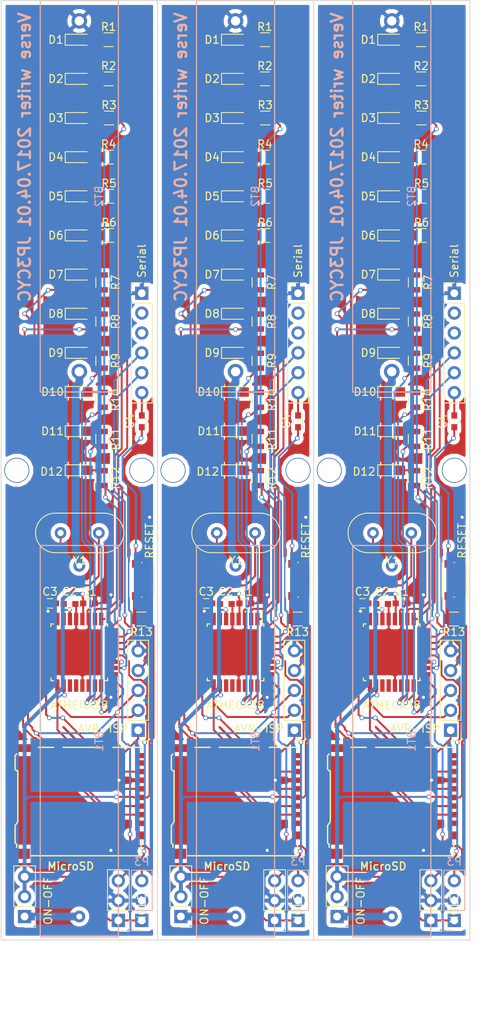
<source format=kicad_pcb>
(kicad_pcb (version 4) (host pcbnew 4.0.0-rc2-stable)
  (layers (0 F.Cu signal) (31 B.Cu signal) (34 B.Paste user) (35 F.Paste user) (36 B.SilkS user) (37 F.SilkS user) (38 B.Mask user) (39 F.Mask user) (44 Edge.Cuts user))
  (net 0 "")
  (net 1 "Net-(BT1-Pad1)")
  (net 2 "Net-(BT1-Pad2)")
  (net 3 GND)
  (net 4 VCC)
  (net 5 "Net-(C2-Pad2)")
  (net 6 "Net-(C3-Pad2)")
  (net 7 "Net-(D1-Pad2)")
  (net 8 "Net-(D2-Pad2)")
  (net 9 "Net-(D3-Pad2)")
  (net 10 "Net-(D4-Pad2)")
  (net 11 "Net-(D5-Pad2)")
  (net 12 "Net-(D6-Pad2)")
  (net 13 "Net-(D7-Pad2)")
  (net 14 "Net-(D8-Pad2)")
  (net 15 "Net-(D9-Pad2)")
  (net 16 "Net-(D10-Pad2)")
  (net 17 "Net-(D11-Pad2)")
  (net 18 "Net-(D12-Pad2)")
  (net 19 "Net-(IC1-Pad1)")
  (net 20 "Net-(IC1-Pad2)")
  (net 21 "Net-(IC1-Pad9)")
  (net 22 "Net-(IC1-Pad10)")
  (net 23 "Net-(IC1-Pad11)")
  (net 24 "Net-(IC1-Pad12)")
  (net 25 "Net-(IC1-Pad13)")
  (net 26 "Net-(CON1-Pad2)")
  (net 27 "Net-(CON1-Pad3)")
  (net 28 "Net-(CON1-Pad5)")
  (net 29 "Net-(CON1-Pad7)")
  (net 30 "Net-(IC1-Pad23)")
  (net 31 "Net-(IC1-Pad24)")
  (net 32 "Net-(IC1-Pad25)")
  (net 33 "Net-(IC1-Pad26)")
  (net 34 "Net-(IC1-Pad28)")
  (net 35 "Net-(IC1-Pad30)")
  (net 36 "Net-(IC1-Pad31)")
  (net 37 "Net-(IC1-Pad32)")
  (net 38 "Net-(C4-Pad1)")
  (net 39 "Net-(C4-Pad2)")
  (net 40 "Net-(IC1-Pad27)")
  (module .pretty:AAA (layer B.Cu) (at 225 109.6 270)
    (fp_text reference BT1 (at 0 -2.54 270) (layer B.SilkS) (effects (justify mirror)))
    (fp_text value AAA)
    (pad 1 thru_hole circle (at 22.4 0 270) (size 1.524 1.524) (drill 0.762) (layers *.Cu *.Mask) (net 1 "Net-(BT1-Pad1)"))
    (pad 2 thru_hole circle (at -22.4 0 270) (size 1.524 1.524) (drill 0.762) (layers *.Cu *.Mask) (net 2 "Net-(BT1-Pad2)"))
  )
  (module Pin_Headers:Pin_Header_Straight_1x03_Pitch2.54mm (layer B.Cu) (at 233 132.5)
    (fp_text reference P3 (at 0 -7.5) (layer B.SilkS) (effects (justify mirror)))
    (fp_text value IR)
    (pad 1 thru_hole rect (at 0 0) (size 1.7 1.7) (drill 1) (layers *.Cu *.Mask) (net 4 VCC))
    (pad 2 thru_hole oval (at 0 -2.54) (size 1.7 1.7) (drill 1) (layers *.Cu *.Mask) (net 3 GND))
    (pad 3 thru_hole oval (at 0 -5.08) (size 1.7 1.7) (drill 1) (layers *.Cu *.Mask) (net 40 "Net-(IC1-Pad27)"))
  )
  (module .pretty:AAA (layer B.Cu) (at 225 40 270)
    (fp_text reference BT2 (at 0 -2.54 270) (layer B.SilkS) (effects (justify mirror)))
    (fp_text value AAA)
    (pad 1 thru_hole circle (at 22.4 0 270) (size 2 2) (drill 1.2) (layers *.Cu *.Mask) (net 2 "Net-(BT1-Pad2)"))
    (pad 2 thru_hole circle (at -22.4 0 270) (size 2 2) (drill 1.2) (layers *.Cu *.Mask) (net 3 GND))
  )
  (module Housings_QFP:TQFP-32_7x7mm_Pitch0.8mm (layer F.Cu) (at 225 98.25 270)
    (fp_text reference ATMEGA38 (at 6.75 0 360) (layer F.SilkS))
    (fp_text value ATMEGA328P-A)
    (pad 1 smd rect (at -4.25 -2.8 270) (size 1.6 0.55) (layers F.Cu F.Paste F.Mask) (net 19 "Net-(IC1-Pad1)"))
    (pad 2 smd rect (at -4.25 -2 270) (size 1.6 0.55) (layers F.Cu F.Paste F.Mask) (net 20 "Net-(IC1-Pad2)"))
    (pad 3 smd rect (at -4.25 -1.2 270) (size 1.6 0.55) (layers F.Cu F.Paste F.Mask) (net 3 GND))
    (pad 4 smd rect (at -4.25 -0.4 270) (size 1.6 0.55) (layers F.Cu F.Paste F.Mask) (net 4 VCC))
    (pad 5 smd rect (at -4.25 0.4 270) (size 1.6 0.55) (layers F.Cu F.Paste F.Mask) (net 3 GND))
    (pad 6 smd rect (at -4.25 1.2 270) (size 1.6 0.55) (layers F.Cu F.Paste F.Mask) (net 4 VCC))
    (pad 7 smd rect (at -4.25 2 270) (size 1.6 0.55) (layers F.Cu F.Paste F.Mask) (net 5 "Net-(C2-Pad2)"))
    (pad 8 smd rect (at -4.25 2.8 270) (size 1.6 0.55) (layers F.Cu F.Paste F.Mask) (net 6 "Net-(C3-Pad2)"))
    (pad 9 smd rect (at -2.8 4.25) (size 1.6 0.55) (layers F.Cu F.Paste F.Mask) (net 21 "Net-(IC1-Pad9)"))
    (pad 10 smd rect (at -2 4.25) (size 1.6 0.55) (layers F.Cu F.Paste F.Mask) (net 22 "Net-(IC1-Pad10)"))
    (pad 11 smd rect (at -1.2 4.25) (size 1.6 0.55) (layers F.Cu F.Paste F.Mask) (net 23 "Net-(IC1-Pad11)"))
    (pad 12 smd rect (at -0.4 4.25) (size 1.6 0.55) (layers F.Cu F.Paste F.Mask) (net 24 "Net-(IC1-Pad12)"))
    (pad 13 smd rect (at 0.4 4.25) (size 1.6 0.55) (layers F.Cu F.Paste F.Mask) (net 25 "Net-(IC1-Pad13)"))
    (pad 14 smd rect (at 1.2 4.25) (size 1.6 0.55) (layers F.Cu F.Paste F.Mask) (net 26 "Net-(CON1-Pad2)"))
    (pad 15 smd rect (at 2 4.25) (size 1.6 0.55) (layers F.Cu F.Paste F.Mask) (net 27 "Net-(CON1-Pad3)"))
    (pad 16 smd rect (at 2.8 4.25) (size 1.6 0.55) (layers F.Cu F.Paste F.Mask) (net 29 "Net-(CON1-Pad7)"))
    (pad 17 smd rect (at 4.25 2.8 270) (size 1.6 0.55) (layers F.Cu F.Paste F.Mask) (net 28 "Net-(CON1-Pad5)"))
    (pad 18 smd rect (at 4.25 2 270) (size 1.6 0.55) (layers F.Cu F.Paste F.Mask) (net 4 VCC))
    (pad 19 smd rect (at 4.25 1.2 270) (size 1.6 0.55) (layers F.Cu F.Paste F.Mask))
    (pad 20 smd rect (at 4.25 0.4 270) (size 1.6 0.55) (layers F.Cu F.Paste F.Mask))
    (pad 21 smd rect (at 4.25 -0.4 270) (size 1.6 0.55) (layers F.Cu F.Paste F.Mask) (net 3 GND))
    (pad 22 smd rect (at 4.25 -1.2 270) (size 1.6 0.55) (layers F.Cu F.Paste F.Mask))
    (pad 23 smd rect (at 4.25 -2 270) (size 1.6 0.55) (layers F.Cu F.Paste F.Mask) (net 30 "Net-(IC1-Pad23)"))
    (pad 24 smd rect (at 4.25 -2.8 270) (size 1.6 0.55) (layers F.Cu F.Paste F.Mask) (net 31 "Net-(IC1-Pad24)"))
    (pad 25 smd rect (at 2.8 -4.25) (size 1.6 0.55) (layers F.Cu F.Paste F.Mask) (net 32 "Net-(IC1-Pad25)"))
    (pad 26 smd rect (at 2 -4.25) (size 1.6 0.55) (layers F.Cu F.Paste F.Mask) (net 33 "Net-(IC1-Pad26)"))
    (pad 27 smd rect (at 1.2 -4.25) (size 1.6 0.55) (layers F.Cu F.Paste F.Mask) (net 40 "Net-(IC1-Pad27)"))
    (pad 28 smd rect (at 0.4 -4.25) (size 1.6 0.55) (layers F.Cu F.Paste F.Mask) (net 34 "Net-(IC1-Pad28)"))
    (pad 29 smd rect (at -0.4 -4.25) (size 1.6 0.55) (layers F.Cu F.Paste F.Mask) (net 38 "Net-(C4-Pad1)"))
    (pad 30 smd rect (at -1.2 -4.25) (size 1.6 0.55) (layers F.Cu F.Paste F.Mask) (net 35 "Net-(IC1-Pad30)"))
    (pad 31 smd rect (at -2 -4.25) (size 1.6 0.55) (layers F.Cu F.Paste F.Mask) (net 36 "Net-(IC1-Pad31)"))
    (pad 32 smd rect (at -2.8 -4.25) (size 1.6 0.55) (layers F.Cu F.Paste F.Mask) (net 37 "Net-(IC1-Pad32)"))
  )
  (module Capacitors_SMD:C_0603 (layer F.Cu) (at 223.75 92.075 180)
    (fp_text reference C2 (at 0 1.575 180) (layer F.SilkS))
    (fp_text value 22p)
    (pad 1 smd rect (at -0.75 0 180) (size 0.8 0.75) (layers F.Cu F.Paste F.Mask) (net 3 GND))
    (pad 2 smd rect (at 0.75 0 180) (size 0.8 0.75) (layers F.Cu F.Paste F.Mask) (net 5 "Net-(C2-Pad2)"))
  )
  (module Crystals:Crystal_HC18-U_Vertical (layer F.Cu) (at 227.5 83 180)
    (fp_text reference Y1 (at 2.45 -3.525 180) (layer F.SilkS))
    (fp_text value 16M)
    (pad 1 thru_hole circle (at 0 0 180) (size 1.5 1.5) (drill 0.8) (layers *.Cu *.Mask) (net 5 "Net-(C2-Pad2)"))
    (pad 2 thru_hole circle (at 4.9 0 180) (size 1.5 1.5) (drill 0.8) (layers *.Cu *.Mask) (net 6 "Net-(C3-Pad2)"))
  )
  (module Capacitors_SMD:C_0603 (layer F.Cu) (at 221.25 92)
    (fp_text reference C3 (at 0 -1.5) (layer F.SilkS))
    (fp_text value 22p)
    (pad 1 smd rect (at -0.75 0) (size 0.8 0.75) (layers F.Cu F.Paste F.Mask) (net 3 GND))
    (pad 2 smd rect (at 0.75 0) (size 0.8 0.75) (layers F.Cu F.Paste F.Mask) (net 6 "Net-(C3-Pad2)"))
  )
  (module Capacitors_SMD:C_0603 (layer F.Cu) (at 226.25 92)
    (fp_text reference C1 (at 0 -1.5) (layer F.SilkS))
    (fp_text value C)
    (pad 1 smd rect (at -0.75 0) (size 0.8 0.75) (layers F.Cu F.Paste F.Mask) (net 4 VCC))
    (pad 2 smd rect (at 0.75 0) (size 0.8 0.75) (layers F.Cu F.Paste F.Mask) (net 3 GND))
  )
  (module conn-io:HIROSE-MICROSD-DM3AT-SF (layer F.Cu) (at 215.381 116.89 270)
    (fp_text reference MicroSD (at 8.11 -11.619 360) (layer F.SilkS) (effects (font (thickness 0.18)) (justify right top)))
    (fp_text value Micro_SD_Card hide)
    (pad SH smd rect (at 7.1 -2.35 270) (size 1.3 1.9) (layers F.Cu F.Paste F.Mask) (clearance 0.254))
    (pad SH smd rect (at -6.4 -2.8 270) (size 1 2.8) (layers F.Cu F.Paste F.Mask) (clearance 0.254))
    (pad 1 smd rect (at 3.2 -17.45 270) (size 0.7 1.2) (layers F.Cu F.Paste F.Mask) (clearance 0.254))
    (pad 2 smd rect (at 2.1 -17.45 270) (size 0.7 1.2) (layers F.Cu F.Paste F.Mask) (net 26 "Net-(CON1-Pad2)") (clearance 0.254))
    (pad 3 smd rect (at 1 -17.45 270) (size 0.7 1.2) (layers F.Cu F.Paste F.Mask) (net 27 "Net-(CON1-Pad3)") (clearance 0.254))
    (pad 4 smd rect (at -0.1 -17.45 270) (size 0.7 1.2) (layers F.Cu F.Paste F.Mask) (net 4 VCC) (clearance 0.254))
    (pad 5 smd rect (at -1.2 -17.45 270) (size 0.7 1.2) (layers F.Cu F.Paste F.Mask) (net 28 "Net-(CON1-Pad5)") (clearance 0.254))
    (pad 6 smd rect (at -2.3 -17.45 270) (size 0.7 1.2) (layers F.Cu F.Paste F.Mask) (net 3 GND) (clearance 0.254))
    (pad 7 smd rect (at -3.4 -17.45 270) (size 0.7 1.2) (layers F.Cu F.Paste F.Mask) (net 29 "Net-(CON1-Pad7)") (clearance 0.254))
    (pad 8 smd rect (at -4.5 -17.45 270) (size 0.7 1.2) (layers F.Cu F.Paste F.Mask) (clearance 0.254))
    (pad SH smd rect (at 4.75 -17.45 270) (size 1 1.2) (layers F.Cu F.Paste F.Mask) (clearance 0.254))
    (pad DT smd rect (at -5.45 -17.45 270) (size 0.65 1.2) (layers F.Cu F.Paste F.Mask) (clearance 0.254))
    (pad DC smd rect (at -6.4 -6.95 270) (size 1 0.8) (layers F.Cu F.Paste F.Mask) (clearance 0.254))
    (pad SH smd rect (at -6.4 -13.15 270) (size 1 1.2) (layers F.Cu F.Paste F.Mask) (clearance 0.254))
  )
  (module Pin_Headers:Pin_Header_Straight_1x03_Pitch2.54mm (layer F.Cu) (at 230 132.5 180)
    (fp_text reference HOLE (at -3 1.5 270) (layer F.SilkS))
    (fp_text value HOLE)
    (pad 1 thru_hole rect (at 0 0 180) (size 1.7 1.7) (drill 1) (layers *.Cu *.Mask) (net 4 VCC))
    (pad 2 thru_hole oval (at 0 2.54 180) (size 1.7 1.7) (drill 1) (layers *.Cu *.Mask) (net 3 GND))
    (pad 3 thru_hole oval (at 0 5.08 180) (size 1.7 1.7) (drill 1) (layers *.Cu *.Mask) (net 34 "Net-(IC1-Pad28)"))
  )
  (module Pin_Headers:Pin_Header_Straight_1x03_Pitch2.54mm (layer F.Cu) (at 218 132 180)
    (fp_text reference ON-OFF (at -3 2 270) (layer F.SilkS))
    (fp_text value SW)
    (pad 1 thru_hole rect (at 0 0 180) (size 1.7 1.7) (drill 1) (layers *.Cu *.Mask) (net 1 "Net-(BT1-Pad1)"))
    (pad 2 thru_hole oval (at 0 2.54 180) (size 1.7 1.7) (drill 1) (layers *.Cu *.Mask) (net 4 VCC))
    (pad 3 thru_hole oval (at 0 5.08 180) (size 1.7 1.7) (drill 1) (layers *.Cu *.Mask) (net 4 VCC))
  )
  (module Resistors_SMD:R_0805 (layer F.Cu) (at 228 76 270)
    (fp_text reference R12 (at 0 -1.65 270) (layer F.SilkS))
    (fp_text value 330)
    (pad 1 smd rect (at -0.95 0 270) (size 0.7 1.3) (layers F.Cu F.Paste F.Mask) (net 18 "Net-(D12-Pad2)"))
    (pad 2 smd rect (at 0.95 0 270) (size 0.7 1.3) (layers F.Cu F.Paste F.Mask) (net 33 "Net-(IC1-Pad26)"))
  )
  (module Resistors_SMD:R_0805 (layer F.Cu) (at 228 71 270)
    (fp_text reference R11 (at 0 -1.65 270) (layer F.SilkS))
    (fp_text value 330)
    (pad 1 smd rect (at -0.95 0 270) (size 0.7 1.3) (layers F.Cu F.Paste F.Mask) (net 17 "Net-(D11-Pad2)"))
    (pad 2 smd rect (at 0.95 0 270) (size 0.7 1.3) (layers F.Cu F.Paste F.Mask) (net 32 "Net-(IC1-Pad25)"))
  )
  (module Resistors_SMD:R_0805 (layer F.Cu) (at 228 66 270)
    (fp_text reference R10 (at 0 -1.65 270) (layer F.SilkS))
    (fp_text value 330)
    (pad 1 smd rect (at -0.95 0 270) (size 0.7 1.3) (layers F.Cu F.Paste F.Mask) (net 16 "Net-(D10-Pad2)"))
    (pad 2 smd rect (at 0.95 0 270) (size 0.7 1.3) (layers F.Cu F.Paste F.Mask) (net 31 "Net-(IC1-Pad24)"))
  )
  (module Capacitors_SMD:C_0603 (layer F.Cu) (at 233 68.75 90)
    (fp_text reference C4 (at 0 -1.5 90) (layer F.SilkS))
    (fp_text value 100n)
    (pad 1 smd rect (at -0.75 0 90) (size 0.8 0.75) (layers F.Cu F.Paste F.Mask) (net 38 "Net-(C4-Pad1)"))
    (pad 2 smd rect (at 0.75 0 90) (size 0.8 0.75) (layers F.Cu F.Paste F.Mask) (net 39 "Net-(C4-Pad2)"))
  )
  (module LEDs:LED_0805 (layer F.Cu) (at 225 75)
    (fp_text reference D12 (at -3.55 0.165) (layer F.SilkS))
    (fp_text value LED hide)
    (pad 2 smd rect (at 1.1 0 180) (size 1.2 1.2) (layers F.Cu F.Paste F.Mask) (net 18 "Net-(D12-Pad2)"))
    (pad 1 smd rect (at -1.1 0 180) (size 1.2 1.2) (layers F.Cu F.Paste F.Mask) (net 3 GND))
  )
  (module LEDs:LED_0805 (layer F.Cu) (at 225 70)
    (fp_text reference D11 (at -3.423 0.006) (layer F.SilkS))
    (fp_text value LED hide)
    (pad 2 smd rect (at 1.1 0 180) (size 1.2 1.2) (layers F.Cu F.Paste F.Mask) (net 17 "Net-(D11-Pad2)"))
    (pad 1 smd rect (at -1.1 0 180) (size 1.2 1.2) (layers F.Cu F.Paste F.Mask) (net 3 GND))
  )
  (module Pin_Headers:Pin_Header_Straight_1x05_Pitch2.54mm (layer F.Cu) (at 232.532 108.204 180)
    (fp_text reference AVR-ISP (at 4.532 0.204 180) (layer F.SilkS))
    (fp_text value AVR-ISP)
    (pad 1 thru_hole rect (at 0 0 180) (size 1.7 1.7) (drill 1) (layers *.Cu *.Mask) (net 29 "Net-(CON1-Pad7)"))
    (pad 2 thru_hole oval (at 0 2.54 180) (size 1.7 1.7) (drill 1) (layers *.Cu *.Mask) (net 28 "Net-(CON1-Pad5)"))
    (pad 3 thru_hole oval (at 0 5.08 180) (size 1.7 1.7) (drill 1) (layers *.Cu *.Mask) (net 27 "Net-(CON1-Pad3)"))
    (pad 4 thru_hole oval (at 0 7.62 180) (size 1.7 1.7) (drill 1) (layers *.Cu *.Mask) (net 38 "Net-(C4-Pad1)"))
    (pad 5 thru_hole oval (at 0 10.16 180) (size 1.7 1.7) (drill 1) (layers *.Cu *.Mask) (net 3 GND))
  )
  (module Resistors_SMD:R_0805 (layer F.Cu) (at 232.95 94 180)
    (fp_text reference R13 (at 0 -1.65 180) (layer F.SilkS))
    (fp_text value 1k)
    (pad 1 smd rect (at -0.95 0 180) (size 0.7 1.3) (layers F.Cu F.Paste F.Mask) (net 4 VCC))
    (pad 2 smd rect (at 0.95 0 180) (size 0.7 1.3) (layers F.Cu F.Paste F.Mask) (net 38 "Net-(C4-Pad1)"))
  )
  (module Buttons_Switches_SMD:SW_SPST_KMR2 (layer F.Cu) (at 233 89 270)
    (fp_text reference RESET (at -5 -1 270) (layer F.SilkS))
    (fp_text value RESET)
    (pad 1 smd rect (at -2.05 -0.8) (size 0.9 1) (layers F.Cu F.Paste F.Mask) (net 3 GND))
    (pad 2 smd rect (at -2.05 0.8) (size 0.9 1) (layers F.Cu F.Paste F.Mask) (net 38 "Net-(C4-Pad1)"))
    (pad 1 smd rect (at 2.05 -0.8) (size 0.9 1) (layers F.Cu F.Paste F.Mask) (net 3 GND))
    (pad 2 smd rect (at 2.05 0.8) (size 0.9 1) (layers F.Cu F.Paste F.Mask) (net 38 "Net-(C4-Pad1)"))
  )
  (module LEDs:LED_0805 (layer F.Cu) (at 225 50)
    (fp_text reference D7 (at -3 0) (layer F.SilkS))
    (fp_text value LED hide)
    (pad 2 smd rect (at 1.1 0 180) (size 1.2 1.2) (layers F.Cu F.Paste F.Mask) (net 13 "Net-(D7-Pad2)"))
    (pad 1 smd rect (at -1.1 0 180) (size 1.2 1.2) (layers F.Cu F.Paste F.Mask) (net 3 GND))
  )
  (module Resistors_SMD:R_0805 (layer F.Cu) (at 228 51 270)
    (fp_text reference R7 (at 0 -1.65 270) (layer F.SilkS))
    (fp_text value 330)
    (pad 1 smd rect (at -0.95 0 270) (size 0.7 1.3) (layers F.Cu F.Paste F.Mask) (net 13 "Net-(D7-Pad2)"))
    (pad 2 smd rect (at 0.95 0 270) (size 0.7 1.3) (layers F.Cu F.Paste F.Mask) (net 22 "Net-(IC1-Pad10)"))
  )
  (module LEDs:LED_0805 (layer F.Cu) (at 225 55)
    (fp_text reference D8 (at -3 0) (layer F.SilkS))
    (fp_text value LED hide)
    (pad 2 smd rect (at 1.1 0 180) (size 1.2 1.2) (layers F.Cu F.Paste F.Mask) (net 14 "Net-(D8-Pad2)"))
    (pad 1 smd rect (at -1.1 0 180) (size 1.2 1.2) (layers F.Cu F.Paste F.Mask) (net 3 GND))
  )
  (module Resistors_SMD:R_0805 (layer F.Cu) (at 228 56 270)
    (fp_text reference R8 (at 0 -1.65 270) (layer F.SilkS))
    (fp_text value 330)
    (pad 1 smd rect (at -0.95 0 270) (size 0.7 1.3) (layers F.Cu F.Paste F.Mask) (net 14 "Net-(D8-Pad2)"))
    (pad 2 smd rect (at 0.95 0 270) (size 0.7 1.3) (layers F.Cu F.Paste F.Mask) (net 23 "Net-(IC1-Pad11)"))
  )
  (module Pin_Headers:Pin_Header_Straight_1x06_Pitch2.54mm (layer F.Cu) (at 233 52.38)
    (fp_text reference Serial (at 0 -4.13 90) (layer F.SilkS))
    (fp_text value FT-232R)
    (pad 1 thru_hole rect (at 0 0) (size 1.7 1.7) (drill 1) (layers *.Cu *.Mask) (net 3 GND))
    (pad 2 thru_hole oval (at 0 2.54) (size 1.7 1.7) (drill 1) (layers *.Cu *.Mask))
    (pad 3 thru_hole oval (at 0 5.08) (size 1.7 1.7) (drill 1) (layers *.Cu *.Mask))
    (pad 4 thru_hole oval (at 0 7.62) (size 1.7 1.7) (drill 1) (layers *.Cu *.Mask) (net 35 "Net-(IC1-Pad30)"))
    (pad 5 thru_hole oval (at 0 10.16) (size 1.7 1.7) (drill 1) (layers *.Cu *.Mask) (net 36 "Net-(IC1-Pad31)"))
    (pad 6 thru_hole oval (at 0 12.7) (size 1.7 1.7) (drill 1) (layers *.Cu *.Mask) (net 39 "Net-(C4-Pad2)"))
  )
  (module LEDs:LED_0805 (layer F.Cu) (at 225 65)
    (fp_text reference D10 (at -3.423 -0.026) (layer F.SilkS))
    (fp_text value LED hide)
    (pad 2 smd rect (at 1.1 0 180) (size 1.2 1.2) (layers F.Cu F.Paste F.Mask) (net 16 "Net-(D10-Pad2)"))
    (pad 1 smd rect (at -1.1 0 180) (size 1.2 1.2) (layers F.Cu F.Paste F.Mask) (net 3 GND))
  )
  (module LEDs:LED_0805 (layer F.Cu) (at 225 60)
    (fp_text reference D9 (at -3 0) (layer F.SilkS))
    (fp_text value LED hide)
    (pad 2 smd rect (at 1.1 0 180) (size 1.2 1.2) (layers F.Cu F.Paste F.Mask) (net 15 "Net-(D9-Pad2)"))
    (pad 1 smd rect (at -1.1 0 180) (size 1.2 1.2) (layers F.Cu F.Paste F.Mask) (net 3 GND))
  )
  (module Resistors_SMD:R_0805 (layer F.Cu) (at 228 61 270)
    (fp_text reference R9 (at 0 -1.65 270) (layer F.SilkS))
    (fp_text value 330)
    (pad 1 smd rect (at -0.95 0 270) (size 0.7 1.3) (layers F.Cu F.Paste F.Mask) (net 15 "Net-(D9-Pad2)"))
    (pad 2 smd rect (at 0.95 0 270) (size 0.7 1.3) (layers F.Cu F.Paste F.Mask) (net 30 "Net-(IC1-Pad23)"))
  )
  (module LEDs:LED_0805 (layer F.Cu) (at 225 35)
    (fp_text reference D4 (at -3 0) (layer F.SilkS))
    (fp_text value LED hide)
    (pad 2 smd rect (at 1.1 0 180) (size 1.2 1.2) (layers F.Cu F.Paste F.Mask) (net 10 "Net-(D4-Pad2)"))
    (pad 1 smd rect (at -1.1 0 180) (size 1.2 1.2) (layers F.Cu F.Paste F.Mask) (net 3 GND))
  )
  (module LEDs:LED_0805 (layer F.Cu) (at 225 30)
    (fp_text reference D3 (at -3 0) (layer F.SilkS))
    (fp_text value LED hide)
    (pad 2 smd rect (at 1.1 0 180) (size 1.2 1.2) (layers F.Cu F.Paste F.Mask) (net 9 "Net-(D3-Pad2)"))
    (pad 1 smd rect (at -1.1 0 180) (size 1.2 1.2) (layers F.Cu F.Paste F.Mask) (net 3 GND))
  )
  (module Resistors_SMD:R_0805 (layer F.Cu) (at 228.75 35)
    (fp_text reference R4 (at 0 -1.65) (layer F.SilkS))
    (fp_text value 330)
    (pad 1 smd rect (at -0.95 0) (size 0.7 1.3) (layers F.Cu F.Paste F.Mask) (net 10 "Net-(D4-Pad2)"))
    (pad 2 smd rect (at 0.95 0) (size 0.7 1.3) (layers F.Cu F.Paste F.Mask) (net 19 "Net-(IC1-Pad1)"))
  )
  (module Resistors_SMD:R_0805 (layer F.Cu) (at 228.8 30)
    (fp_text reference R3 (at 0 -1.65) (layer F.SilkS))
    (fp_text value 330)
    (pad 1 smd rect (at -0.95 0) (size 0.7 1.3) (layers F.Cu F.Paste F.Mask) (net 9 "Net-(D3-Pad2)"))
    (pad 2 smd rect (at 0.95 0) (size 0.7 1.3) (layers F.Cu F.Paste F.Mask) (net 37 "Net-(IC1-Pad32)"))
  )
  (module Resistors_SMD:R_0805 (layer F.Cu) (at 228.8 45)
    (fp_text reference R6 (at 0 -1.65) (layer F.SilkS))
    (fp_text value 330)
    (pad 1 smd rect (at -0.95 0) (size 0.7 1.3) (layers F.Cu F.Paste F.Mask) (net 12 "Net-(D6-Pad2)"))
    (pad 2 smd rect (at 0.95 0) (size 0.7 1.3) (layers F.Cu F.Paste F.Mask) (net 21 "Net-(IC1-Pad9)"))
  )
  (module LEDs:LED_0805 (layer F.Cu) (at 225 45)
    (fp_text reference D6 (at -3 0) (layer F.SilkS))
    (fp_text value LED hide)
    (pad 2 smd rect (at 1.1 0 180) (size 1.2 1.2) (layers F.Cu F.Paste F.Mask) (net 12 "Net-(D6-Pad2)"))
    (pad 1 smd rect (at -1.1 0 180) (size 1.2 1.2) (layers F.Cu F.Paste F.Mask) (net 3 GND))
  )
  (module LEDs:LED_0805 (layer F.Cu) (at 225 40)
    (fp_text reference D5 (at -3 0) (layer F.SilkS))
    (fp_text value LED hide)
    (pad 2 smd rect (at 1.1 0 180) (size 1.2 1.2) (layers F.Cu F.Paste F.Mask) (net 11 "Net-(D5-Pad2)"))
    (pad 1 smd rect (at -1.1 0 180) (size 1.2 1.2) (layers F.Cu F.Paste F.Mask) (net 3 GND))
  )
  (module Resistors_SMD:R_0805 (layer F.Cu) (at 228.8 40)
    (fp_text reference R5 (at 0 -1.65) (layer F.SilkS))
    (fp_text value 330)
    (pad 1 smd rect (at -0.95 0) (size 0.7 1.3) (layers F.Cu F.Paste F.Mask) (net 11 "Net-(D5-Pad2)"))
    (pad 2 smd rect (at 0.95 0) (size 0.7 1.3) (layers F.Cu F.Paste F.Mask) (net 20 "Net-(IC1-Pad2)"))
  )
  (module Resistors_SMD:R_0805 (layer F.Cu) (at 228.75 20)
    (fp_text reference R1 (at 0 -1.65) (layer F.SilkS))
    (fp_text value 330)
    (pad 1 smd rect (at -0.95 0) (size 0.7 1.3) (layers F.Cu F.Paste F.Mask) (net 7 "Net-(D1-Pad2)"))
    (pad 2 smd rect (at 0.95 0) (size 0.7 1.3) (layers F.Cu F.Paste F.Mask) (net 24 "Net-(IC1-Pad12)"))
  )
  (module LEDs:LED_0805 (layer F.Cu) (at 225 25)
    (fp_text reference D2 (at -3 0) (layer F.SilkS))
    (fp_text value LED hide)
    (pad 2 smd rect (at 1.1 0 180) (size 1.2 1.2) (layers F.Cu F.Paste F.Mask) (net 8 "Net-(D2-Pad2)"))
    (pad 1 smd rect (at -1.1 0 180) (size 1.2 1.2) (layers F.Cu F.Paste F.Mask) (net 3 GND))
  )
  (module LEDs:LED_0805 (layer F.Cu) (at 225 20)
    (fp_text reference D1 (at -3 0) (layer F.SilkS))
    (fp_text value LED hide)
    (pad 2 smd rect (at 1.1 0 180) (size 1.2 1.2) (layers F.Cu F.Paste F.Mask) (net 7 "Net-(D1-Pad2)"))
    (pad 1 smd rect (at -1.1 0 180) (size 1.2 1.2) (layers F.Cu F.Paste F.Mask) (net 3 GND))
  )
  (module Resistors_SMD:R_0805 (layer F.Cu) (at 228.75 25)
    (fp_text reference R2 (at 0 -1.65) (layer F.SilkS))
    (fp_text value 330)
    (pad 1 smd rect (at -0.95 0) (size 0.7 1.3) (layers F.Cu F.Paste F.Mask) (net 8 "Net-(D2-Pad2)"))
    (pad 2 smd rect (at 0.95 0) (size 0.7 1.3) (layers F.Cu F.Paste F.Mask) (net 25 "Net-(IC1-Pad13)"))
  )
  (module .pretty:AAA (layer B.Cu) (at 205 40 270)
    (fp_text reference BT2 (at 0 -2.54 270) (layer B.SilkS) (effects (justify mirror)))
    (fp_text value AAA)
    (pad 1 thru_hole circle (at 22.4 0 270) (size 2 2) (drill 1.2) (layers *.Cu *.Mask) (net 2 "Net-(BT1-Pad2)"))
    (pad 2 thru_hole circle (at -22.4 0 270) (size 2 2) (drill 1.2) (layers *.Cu *.Mask) (net 3 GND))
  )
  (module .pretty:AAA (layer B.Cu) (at 205 109.6 270)
    (fp_text reference BT1 (at 0 -2.54 270) (layer B.SilkS) (effects (justify mirror)))
    (fp_text value AAA)
    (pad 1 thru_hole circle (at 22.4 0 270) (size 1.524 1.524) (drill 0.762) (layers *.Cu *.Mask) (net 1 "Net-(BT1-Pad1)"))
    (pad 2 thru_hole circle (at -22.4 0 270) (size 1.524 1.524) (drill 0.762) (layers *.Cu *.Mask) (net 2 "Net-(BT1-Pad2)"))
  )
  (module Pin_Headers:Pin_Header_Straight_1x03_Pitch2.54mm (layer B.Cu) (at 213 132.5)
    (fp_text reference P3 (at 0 -7.5) (layer B.SilkS) (effects (justify mirror)))
    (fp_text value IR)
    (pad 1 thru_hole rect (at 0 0) (size 1.7 1.7) (drill 1) (layers *.Cu *.Mask) (net 4 VCC))
    (pad 2 thru_hole oval (at 0 -2.54) (size 1.7 1.7) (drill 1) (layers *.Cu *.Mask) (net 3 GND))
    (pad 3 thru_hole oval (at 0 -5.08) (size 1.7 1.7) (drill 1) (layers *.Cu *.Mask) (net 40 "Net-(IC1-Pad27)"))
  )
  (module LEDs:LED_0805 (layer F.Cu) (at 205 70)
    (fp_text reference D11 (at -3.423 0.006) (layer F.SilkS))
    (fp_text value LED hide)
    (pad 2 smd rect (at 1.1 0 180) (size 1.2 1.2) (layers F.Cu F.Paste F.Mask) (net 17 "Net-(D11-Pad2)"))
    (pad 1 smd rect (at -1.1 0 180) (size 1.2 1.2) (layers F.Cu F.Paste F.Mask) (net 3 GND))
  )
  (module Resistors_SMD:R_0805 (layer F.Cu) (at 208 71 270)
    (fp_text reference R11 (at 0 -1.65 270) (layer F.SilkS))
    (fp_text value 330)
    (pad 1 smd rect (at -0.95 0 270) (size 0.7 1.3) (layers F.Cu F.Paste F.Mask) (net 17 "Net-(D11-Pad2)"))
    (pad 2 smd rect (at 0.95 0 270) (size 0.7 1.3) (layers F.Cu F.Paste F.Mask) (net 32 "Net-(IC1-Pad25)"))
  )
  (module LEDs:LED_0805 (layer F.Cu) (at 205 75)
    (fp_text reference D12 (at -3.55 0.165) (layer F.SilkS))
    (fp_text value LED hide)
    (pad 2 smd rect (at 1.1 0 180) (size 1.2 1.2) (layers F.Cu F.Paste F.Mask) (net 18 "Net-(D12-Pad2)"))
    (pad 1 smd rect (at -1.1 0 180) (size 1.2 1.2) (layers F.Cu F.Paste F.Mask) (net 3 GND))
  )
  (module Capacitors_SMD:C_0603 (layer F.Cu) (at 213 68.75 90)
    (fp_text reference C4 (at 0 -1.5 90) (layer F.SilkS))
    (fp_text value 100n)
    (pad 1 smd rect (at -0.75 0 90) (size 0.8 0.75) (layers F.Cu F.Paste F.Mask) (net 38 "Net-(C4-Pad1)"))
    (pad 2 smd rect (at 0.75 0 90) (size 0.8 0.75) (layers F.Cu F.Paste F.Mask) (net 39 "Net-(C4-Pad2)"))
  )
  (module LEDs:LED_0805 (layer F.Cu) (at 205 65)
    (fp_text reference D10 (at -3.423 -0.026) (layer F.SilkS))
    (fp_text value LED hide)
    (pad 2 smd rect (at 1.1 0 180) (size 1.2 1.2) (layers F.Cu F.Paste F.Mask) (net 16 "Net-(D10-Pad2)"))
    (pad 1 smd rect (at -1.1 0 180) (size 1.2 1.2) (layers F.Cu F.Paste F.Mask) (net 3 GND))
  )
  (module Resistors_SMD:R_0805 (layer F.Cu) (at 208 66 270)
    (fp_text reference R10 (at 0 -1.65 270) (layer F.SilkS))
    (fp_text value 330)
    (pad 1 smd rect (at -0.95 0 270) (size 0.7 1.3) (layers F.Cu F.Paste F.Mask) (net 16 "Net-(D10-Pad2)"))
    (pad 2 smd rect (at 0.95 0 270) (size 0.7 1.3) (layers F.Cu F.Paste F.Mask) (net 31 "Net-(IC1-Pad24)"))
  )
  (module Resistors_SMD:R_0805 (layer F.Cu) (at 208 76 270)
    (fp_text reference R12 (at 0 -1.65 270) (layer F.SilkS))
    (fp_text value 330)
    (pad 1 smd rect (at -0.95 0 270) (size 0.7 1.3) (layers F.Cu F.Paste F.Mask) (net 18 "Net-(D12-Pad2)"))
    (pad 2 smd rect (at 0.95 0 270) (size 0.7 1.3) (layers F.Cu F.Paste F.Mask) (net 33 "Net-(IC1-Pad26)"))
  )
  (module Resistors_SMD:R_0805 (layer F.Cu) (at 208.8 40)
    (fp_text reference R5 (at 0 -1.65) (layer F.SilkS))
    (fp_text value 330)
    (pad 1 smd rect (at -0.95 0) (size 0.7 1.3) (layers F.Cu F.Paste F.Mask) (net 11 "Net-(D5-Pad2)"))
    (pad 2 smd rect (at 0.95 0) (size 0.7 1.3) (layers F.Cu F.Paste F.Mask) (net 20 "Net-(IC1-Pad2)"))
  )
  (module LEDs:LED_0805 (layer F.Cu) (at 205 50)
    (fp_text reference D7 (at -3 0) (layer F.SilkS))
    (fp_text value LED hide)
    (pad 2 smd rect (at 1.1 0 180) (size 1.2 1.2) (layers F.Cu F.Paste F.Mask) (net 13 "Net-(D7-Pad2)"))
    (pad 1 smd rect (at -1.1 0 180) (size 1.2 1.2) (layers F.Cu F.Paste F.Mask) (net 3 GND))
  )
  (module LEDs:LED_0805 (layer F.Cu) (at 205 40)
    (fp_text reference D5 (at -3 0) (layer F.SilkS))
    (fp_text value LED hide)
    (pad 2 smd rect (at 1.1 0 180) (size 1.2 1.2) (layers F.Cu F.Paste F.Mask) (net 11 "Net-(D5-Pad2)"))
    (pad 1 smd rect (at -1.1 0 180) (size 1.2 1.2) (layers F.Cu F.Paste F.Mask) (net 3 GND))
  )
  (module LEDs:LED_0805 (layer F.Cu) (at 205 45)
    (fp_text reference D6 (at -3 0) (layer F.SilkS))
    (fp_text value LED hide)
    (pad 2 smd rect (at 1.1 0 180) (size 1.2 1.2) (layers F.Cu F.Paste F.Mask) (net 12 "Net-(D6-Pad2)"))
    (pad 1 smd rect (at -1.1 0 180) (size 1.2 1.2) (layers F.Cu F.Paste F.Mask) (net 3 GND))
  )
  (module Resistors_SMD:R_0805 (layer F.Cu) (at 208.8 45)
    (fp_text reference R6 (at 0 -1.65) (layer F.SilkS))
    (fp_text value 330)
    (pad 1 smd rect (at -0.95 0) (size 0.7 1.3) (layers F.Cu F.Paste F.Mask) (net 12 "Net-(D6-Pad2)"))
    (pad 2 smd rect (at 0.95 0) (size 0.7 1.3) (layers F.Cu F.Paste F.Mask) (net 21 "Net-(IC1-Pad9)"))
  )
  (module Resistors_SMD:R_0805 (layer F.Cu) (at 208 61 270)
    (fp_text reference R9 (at 0 -1.65 270) (layer F.SilkS))
    (fp_text value 330)
    (pad 1 smd rect (at -0.95 0 270) (size 0.7 1.3) (layers F.Cu F.Paste F.Mask) (net 15 "Net-(D9-Pad2)"))
    (pad 2 smd rect (at 0.95 0 270) (size 0.7 1.3) (layers F.Cu F.Paste F.Mask) (net 30 "Net-(IC1-Pad23)"))
  )
  (module Pin_Headers:Pin_Header_Straight_1x06_Pitch2.54mm (layer F.Cu) (at 213 52.38)
    (fp_text reference Serial (at 0 -4.13 90) (layer F.SilkS))
    (fp_text value FT-232R)
    (pad 1 thru_hole rect (at 0 0) (size 1.7 1.7) (drill 1) (layers *.Cu *.Mask) (net 3 GND))
    (pad 2 thru_hole oval (at 0 2.54) (size 1.7 1.7) (drill 1) (layers *.Cu *.Mask))
    (pad 3 thru_hole oval (at 0 5.08) (size 1.7 1.7) (drill 1) (layers *.Cu *.Mask))
    (pad 4 thru_hole oval (at 0 7.62) (size 1.7 1.7) (drill 1) (layers *.Cu *.Mask) (net 35 "Net-(IC1-Pad30)"))
    (pad 5 thru_hole oval (at 0 10.16) (size 1.7 1.7) (drill 1) (layers *.Cu *.Mask) (net 36 "Net-(IC1-Pad31)"))
    (pad 6 thru_hole oval (at 0 12.7) (size 1.7 1.7) (drill 1) (layers *.Cu *.Mask) (net 39 "Net-(C4-Pad2)"))
  )
  (module Resistors_SMD:R_0805 (layer F.Cu) (at 208 56 270)
    (fp_text reference R8 (at 0 -1.65 270) (layer F.SilkS))
    (fp_text value 330)
    (pad 1 smd rect (at -0.95 0 270) (size 0.7 1.3) (layers F.Cu F.Paste F.Mask) (net 14 "Net-(D8-Pad2)"))
    (pad 2 smd rect (at 0.95 0 270) (size 0.7 1.3) (layers F.Cu F.Paste F.Mask) (net 23 "Net-(IC1-Pad11)"))
  )
  (module LEDs:LED_0805 (layer F.Cu) (at 205 60)
    (fp_text reference D9 (at -3 0) (layer F.SilkS))
    (fp_text value LED hide)
    (pad 2 smd rect (at 1.1 0 180) (size 1.2 1.2) (layers F.Cu F.Paste F.Mask) (net 15 "Net-(D9-Pad2)"))
    (pad 1 smd rect (at -1.1 0 180) (size 1.2 1.2) (layers F.Cu F.Paste F.Mask) (net 3 GND))
  )
  (module Resistors_SMD:R_0805 (layer F.Cu) (at 208 51 270)
    (fp_text reference R7 (at 0 -1.65 270) (layer F.SilkS))
    (fp_text value 330)
    (pad 1 smd rect (at -0.95 0 270) (size 0.7 1.3) (layers F.Cu F.Paste F.Mask) (net 13 "Net-(D7-Pad2)"))
    (pad 2 smd rect (at 0.95 0 270) (size 0.7 1.3) (layers F.Cu F.Paste F.Mask) (net 22 "Net-(IC1-Pad10)"))
  )
  (module LEDs:LED_0805 (layer F.Cu) (at 205 55)
    (fp_text reference D8 (at -3 0) (layer F.SilkS))
    (fp_text value LED hide)
    (pad 2 smd rect (at 1.1 0 180) (size 1.2 1.2) (layers F.Cu F.Paste F.Mask) (net 14 "Net-(D8-Pad2)"))
    (pad 1 smd rect (at -1.1 0 180) (size 1.2 1.2) (layers F.Cu F.Paste F.Mask) (net 3 GND))
  )
  (module Resistors_SMD:R_0805 (layer F.Cu) (at 208.75 25)
    (fp_text reference R2 (at 0 -1.65) (layer F.SilkS))
    (fp_text value 330)
    (pad 1 smd rect (at -0.95 0) (size 0.7 1.3) (layers F.Cu F.Paste F.Mask) (net 8 "Net-(D2-Pad2)"))
    (pad 2 smd rect (at 0.95 0) (size 0.7 1.3) (layers F.Cu F.Paste F.Mask) (net 25 "Net-(IC1-Pad13)"))
  )
  (module Resistors_SMD:R_0805 (layer F.Cu) (at 208.8 30)
    (fp_text reference R3 (at 0 -1.65) (layer F.SilkS))
    (fp_text value 330)
    (pad 1 smd rect (at -0.95 0) (size 0.7 1.3) (layers F.Cu F.Paste F.Mask) (net 9 "Net-(D3-Pad2)"))
    (pad 2 smd rect (at 0.95 0) (size 0.7 1.3) (layers F.Cu F.Paste F.Mask) (net 37 "Net-(IC1-Pad32)"))
  )
  (module Resistors_SMD:R_0805 (layer F.Cu) (at 208.75 35)
    (fp_text reference R4 (at 0 -1.65) (layer F.SilkS))
    (fp_text value 330)
    (pad 1 smd rect (at -0.95 0) (size 0.7 1.3) (layers F.Cu F.Paste F.Mask) (net 10 "Net-(D4-Pad2)"))
    (pad 2 smd rect (at 0.95 0) (size 0.7 1.3) (layers F.Cu F.Paste F.Mask) (net 19 "Net-(IC1-Pad1)"))
  )
  (module LEDs:LED_0805 (layer F.Cu) (at 205 30)
    (fp_text reference D3 (at -3 0) (layer F.SilkS))
    (fp_text value LED hide)
    (pad 2 smd rect (at 1.1 0 180) (size 1.2 1.2) (layers F.Cu F.Paste F.Mask) (net 9 "Net-(D3-Pad2)"))
    (pad 1 smd rect (at -1.1 0 180) (size 1.2 1.2) (layers F.Cu F.Paste F.Mask) (net 3 GND))
  )
  (module LEDs:LED_0805 (layer F.Cu) (at 205 35)
    (fp_text reference D4 (at -3 0) (layer F.SilkS))
    (fp_text value LED hide)
    (pad 2 smd rect (at 1.1 0 180) (size 1.2 1.2) (layers F.Cu F.Paste F.Mask) (net 10 "Net-(D4-Pad2)"))
    (pad 1 smd rect (at -1.1 0 180) (size 1.2 1.2) (layers F.Cu F.Paste F.Mask) (net 3 GND))
  )
  (module LEDs:LED_0805 (layer F.Cu) (at 205 20)
    (fp_text reference D1 (at -3 0) (layer F.SilkS))
    (fp_text value LED hide)
    (pad 2 smd rect (at 1.1 0 180) (size 1.2 1.2) (layers F.Cu F.Paste F.Mask) (net 7 "Net-(D1-Pad2)"))
    (pad 1 smd rect (at -1.1 0 180) (size 1.2 1.2) (layers F.Cu F.Paste F.Mask) (net 3 GND))
  )
  (module Resistors_SMD:R_0805 (layer F.Cu) (at 208.75 20)
    (fp_text reference R1 (at 0 -1.65) (layer F.SilkS))
    (fp_text value 330)
    (pad 1 smd rect (at -0.95 0) (size 0.7 1.3) (layers F.Cu F.Paste F.Mask) (net 7 "Net-(D1-Pad2)"))
    (pad 2 smd rect (at 0.95 0) (size 0.7 1.3) (layers F.Cu F.Paste F.Mask) (net 24 "Net-(IC1-Pad12)"))
  )
  (module LEDs:LED_0805 (layer F.Cu) (at 205 25)
    (fp_text reference D2 (at -3 0) (layer F.SilkS))
    (fp_text value LED hide)
    (pad 2 smd rect (at 1.1 0 180) (size 1.2 1.2) (layers F.Cu F.Paste F.Mask) (net 8 "Net-(D2-Pad2)"))
    (pad 1 smd rect (at -1.1 0 180) (size 1.2 1.2) (layers F.Cu F.Paste F.Mask) (net 3 GND))
  )
  (module Buttons_Switches_SMD:SW_SPST_KMR2 (layer F.Cu) (at 213 89 270)
    (fp_text reference RESET (at -5 -1 270) (layer F.SilkS))
    (fp_text value RESET)
    (pad 1 smd rect (at -2.05 -0.8) (size 0.9 1) (layers F.Cu F.Paste F.Mask) (net 3 GND))
    (pad 2 smd rect (at -2.05 0.8) (size 0.9 1) (layers F.Cu F.Paste F.Mask) (net 38 "Net-(C4-Pad1)"))
    (pad 1 smd rect (at 2.05 -0.8) (size 0.9 1) (layers F.Cu F.Paste F.Mask) (net 3 GND))
    (pad 2 smd rect (at 2.05 0.8) (size 0.9 1) (layers F.Cu F.Paste F.Mask) (net 38 "Net-(C4-Pad1)"))
  )
  (module Crystals:Crystal_HC18-U_Vertical (layer F.Cu) (at 207.5 83 180)
    (fp_text reference Y1 (at 2.45 -3.525 180) (layer F.SilkS))
    (fp_text value 16M)
    (pad 1 thru_hole circle (at 0 0 180) (size 1.5 1.5) (drill 0.8) (layers *.Cu *.Mask) (net 5 "Net-(C2-Pad2)"))
    (pad 2 thru_hole circle (at 4.9 0 180) (size 1.5 1.5) (drill 0.8) (layers *.Cu *.Mask) (net 6 "Net-(C3-Pad2)"))
  )
  (module Capacitors_SMD:C_0603 (layer F.Cu) (at 201.25 92)
    (fp_text reference C3 (at 0 -1.5) (layer F.SilkS))
    (fp_text value 22p)
    (pad 1 smd rect (at -0.75 0) (size 0.8 0.75) (layers F.Cu F.Paste F.Mask) (net 3 GND))
    (pad 2 smd rect (at 0.75 0) (size 0.8 0.75) (layers F.Cu F.Paste F.Mask) (net 6 "Net-(C3-Pad2)"))
  )
  (module Capacitors_SMD:C_0603 (layer F.Cu) (at 203.75 92.075 180)
    (fp_text reference C2 (at 0 1.575 180) (layer F.SilkS))
    (fp_text value 22p)
    (pad 1 smd rect (at -0.75 0 180) (size 0.8 0.75) (layers F.Cu F.Paste F.Mask) (net 3 GND))
    (pad 2 smd rect (at 0.75 0 180) (size 0.8 0.75) (layers F.Cu F.Paste F.Mask) (net 5 "Net-(C2-Pad2)"))
  )
  (module Capacitors_SMD:C_0603 (layer F.Cu) (at 206.25 92)
    (fp_text reference C1 (at 0 -1.5) (layer F.SilkS))
    (fp_text value C)
    (pad 1 smd rect (at -0.75 0) (size 0.8 0.75) (layers F.Cu F.Paste F.Mask) (net 4 VCC))
    (pad 2 smd rect (at 0.75 0) (size 0.8 0.75) (layers F.Cu F.Paste F.Mask) (net 3 GND))
  )
  (module Pin_Headers:Pin_Header_Straight_1x03_Pitch2.54mm (layer F.Cu) (at 198 132 180)
    (fp_text reference ON-OFF (at -3 2 270) (layer F.SilkS))
    (fp_text value SW)
    (pad 1 thru_hole rect (at 0 0 180) (size 1.7 1.7) (drill 1) (layers *.Cu *.Mask) (net 1 "Net-(BT1-Pad1)"))
    (pad 2 thru_hole oval (at 0 2.54 180) (size 1.7 1.7) (drill 1) (layers *.Cu *.Mask) (net 4 VCC))
    (pad 3 thru_hole oval (at 0 5.08 180) (size 1.7 1.7) (drill 1) (layers *.Cu *.Mask) (net 4 VCC))
  )
  (module Pin_Headers:Pin_Header_Straight_1x05_Pitch2.54mm (layer F.Cu) (at 212.532 108.204 180)
    (fp_text reference AVR-ISP (at 4.532 0.204 180) (layer F.SilkS))
    (fp_text value AVR-ISP)
    (pad 1 thru_hole rect (at 0 0 180) (size 1.7 1.7) (drill 1) (layers *.Cu *.Mask) (net 29 "Net-(CON1-Pad7)"))
    (pad 2 thru_hole oval (at 0 2.54 180) (size 1.7 1.7) (drill 1) (layers *.Cu *.Mask) (net 28 "Net-(CON1-Pad5)"))
    (pad 3 thru_hole oval (at 0 5.08 180) (size 1.7 1.7) (drill 1) (layers *.Cu *.Mask) (net 27 "Net-(CON1-Pad3)"))
    (pad 4 thru_hole oval (at 0 7.62 180) (size 1.7 1.7) (drill 1) (layers *.Cu *.Mask) (net 38 "Net-(C4-Pad1)"))
    (pad 5 thru_hole oval (at 0 10.16 180) (size 1.7 1.7) (drill 1) (layers *.Cu *.Mask) (net 3 GND))
  )
  (module conn-io:HIROSE-MICROSD-DM3AT-SF (layer F.Cu) (at 195.381 116.89 270)
    (fp_text reference MicroSD (at 8.11 -11.619 360) (layer F.SilkS) (effects (font (thickness 0.18)) (justify right top)))
    (fp_text value Micro_SD_Card hide)
    (pad SH smd rect (at 7.1 -2.35 270) (size 1.3 1.9) (layers F.Cu F.Paste F.Mask) (clearance 0.254))
    (pad SH smd rect (at -6.4 -2.8 270) (size 1 2.8) (layers F.Cu F.Paste F.Mask) (clearance 0.254))
    (pad 1 smd rect (at 3.2 -17.45 270) (size 0.7 1.2) (layers F.Cu F.Paste F.Mask) (clearance 0.254))
    (pad 2 smd rect (at 2.1 -17.45 270) (size 0.7 1.2) (layers F.Cu F.Paste F.Mask) (net 26 "Net-(CON1-Pad2)") (clearance 0.254))
    (pad 3 smd rect (at 1 -17.45 270) (size 0.7 1.2) (layers F.Cu F.Paste F.Mask) (net 27 "Net-(CON1-Pad3)") (clearance 0.254))
    (pad 4 smd rect (at -0.1 -17.45 270) (size 0.7 1.2) (layers F.Cu F.Paste F.Mask) (net 4 VCC) (clearance 0.254))
    (pad 5 smd rect (at -1.2 -17.45 270) (size 0.7 1.2) (layers F.Cu F.Paste F.Mask) (net 28 "Net-(CON1-Pad5)") (clearance 0.254))
    (pad 6 smd rect (at -2.3 -17.45 270) (size 0.7 1.2) (layers F.Cu F.Paste F.Mask) (net 3 GND) (clearance 0.254))
    (pad 7 smd rect (at -3.4 -17.45 270) (size 0.7 1.2) (layers F.Cu F.Paste F.Mask) (net 29 "Net-(CON1-Pad7)") (clearance 0.254))
    (pad 8 smd rect (at -4.5 -17.45 270) (size 0.7 1.2) (layers F.Cu F.Paste F.Mask) (clearance 0.254))
    (pad SH smd rect (at 4.75 -17.45 270) (size 1 1.2) (layers F.Cu F.Paste F.Mask) (clearance 0.254))
    (pad DT smd rect (at -5.45 -17.45 270) (size 0.65 1.2) (layers F.Cu F.Paste F.Mask) (clearance 0.254))
    (pad DC smd rect (at -6.4 -6.95 270) (size 1 0.8) (layers F.Cu F.Paste F.Mask) (clearance 0.254))
    (pad SH smd rect (at -6.4 -13.15 270) (size 1 1.2) (layers F.Cu F.Paste F.Mask) (clearance 0.254))
  )
  (module Resistors_SMD:R_0805 (layer F.Cu) (at 212.95 94 180)
    (fp_text reference R13 (at 0 -1.65 180) (layer F.SilkS))
    (fp_text value 1k)
    (pad 1 smd rect (at -0.95 0 180) (size 0.7 1.3) (layers F.Cu F.Paste F.Mask) (net 4 VCC))
    (pad 2 smd rect (at 0.95 0 180) (size 0.7 1.3) (layers F.Cu F.Paste F.Mask) (net 38 "Net-(C4-Pad1)"))
  )
  (module Housings_QFP:TQFP-32_7x7mm_Pitch0.8mm (layer F.Cu) (at 205 98.25 270)
    (fp_text reference ATMEGA38 (at 6.75 0 360) (layer F.SilkS))
    (fp_text value ATMEGA328P-A)
    (pad 1 smd rect (at -4.25 -2.8 270) (size 1.6 0.55) (layers F.Cu F.Paste F.Mask) (net 19 "Net-(IC1-Pad1)"))
    (pad 2 smd rect (at -4.25 -2 270) (size 1.6 0.55) (layers F.Cu F.Paste F.Mask) (net 20 "Net-(IC1-Pad2)"))
    (pad 3 smd rect (at -4.25 -1.2 270) (size 1.6 0.55) (layers F.Cu F.Paste F.Mask) (net 3 GND))
    (pad 4 smd rect (at -4.25 -0.4 270) (size 1.6 0.55) (layers F.Cu F.Paste F.Mask) (net 4 VCC))
    (pad 5 smd rect (at -4.25 0.4 270) (size 1.6 0.55) (layers F.Cu F.Paste F.Mask) (net 3 GND))
    (pad 6 smd rect (at -4.25 1.2 270) (size 1.6 0.55) (layers F.Cu F.Paste F.Mask) (net 4 VCC))
    (pad 7 smd rect (at -4.25 2 270) (size 1.6 0.55) (layers F.Cu F.Paste F.Mask) (net 5 "Net-(C2-Pad2)"))
    (pad 8 smd rect (at -4.25 2.8 270) (size 1.6 0.55) (layers F.Cu F.Paste F.Mask) (net 6 "Net-(C3-Pad2)"))
    (pad 9 smd rect (at -2.8 4.25) (size 1.6 0.55) (layers F.Cu F.Paste F.Mask) (net 21 "Net-(IC1-Pad9)"))
    (pad 10 smd rect (at -2 4.25) (size 1.6 0.55) (layers F.Cu F.Paste F.Mask) (net 22 "Net-(IC1-Pad10)"))
    (pad 11 smd rect (at -1.2 4.25) (size 1.6 0.55) (layers F.Cu F.Paste F.Mask) (net 23 "Net-(IC1-Pad11)"))
    (pad 12 smd rect (at -0.4 4.25) (size 1.6 0.55) (layers F.Cu F.Paste F.Mask) (net 24 "Net-(IC1-Pad12)"))
    (pad 13 smd rect (at 0.4 4.25) (size 1.6 0.55) (layers F.Cu F.Paste F.Mask) (net 25 "Net-(IC1-Pad13)"))
    (pad 14 smd rect (at 1.2 4.25) (size 1.6 0.55) (layers F.Cu F.Paste F.Mask) (net 26 "Net-(CON1-Pad2)"))
    (pad 15 smd rect (at 2 4.25) (size 1.6 0.55) (layers F.Cu F.Paste F.Mask) (net 27 "Net-(CON1-Pad3)"))
    (pad 16 smd rect (at 2.8 4.25) (size 1.6 0.55) (layers F.Cu F.Paste F.Mask) (net 29 "Net-(CON1-Pad7)"))
    (pad 17 smd rect (at 4.25 2.8 270) (size 1.6 0.55) (layers F.Cu F.Paste F.Mask) (net 28 "Net-(CON1-Pad5)"))
    (pad 18 smd rect (at 4.25 2 270) (size 1.6 0.55) (layers F.Cu F.Paste F.Mask) (net 4 VCC))
    (pad 19 smd rect (at 4.25 1.2 270) (size 1.6 0.55) (layers F.Cu F.Paste F.Mask))
    (pad 20 smd rect (at 4.25 0.4 270) (size 1.6 0.55) (layers F.Cu F.Paste F.Mask))
    (pad 21 smd rect (at 4.25 -0.4 270) (size 1.6 0.55) (layers F.Cu F.Paste F.Mask) (net 3 GND))
    (pad 22 smd rect (at 4.25 -1.2 270) (size 1.6 0.55) (layers F.Cu F.Paste F.Mask))
    (pad 23 smd rect (at 4.25 -2 270) (size 1.6 0.55) (layers F.Cu F.Paste F.Mask) (net 30 "Net-(IC1-Pad23)"))
    (pad 24 smd rect (at 4.25 -2.8 270) (size 1.6 0.55) (layers F.Cu F.Paste F.Mask) (net 31 "Net-(IC1-Pad24)"))
    (pad 25 smd rect (at 2.8 -4.25) (size 1.6 0.55) (layers F.Cu F.Paste F.Mask) (net 32 "Net-(IC1-Pad25)"))
    (pad 26 smd rect (at 2 -4.25) (size 1.6 0.55) (layers F.Cu F.Paste F.Mask) (net 33 "Net-(IC1-Pad26)"))
    (pad 27 smd rect (at 1.2 -4.25) (size 1.6 0.55) (layers F.Cu F.Paste F.Mask) (net 40 "Net-(IC1-Pad27)"))
    (pad 28 smd rect (at 0.4 -4.25) (size 1.6 0.55) (layers F.Cu F.Paste F.Mask) (net 34 "Net-(IC1-Pad28)"))
    (pad 29 smd rect (at -0.4 -4.25) (size 1.6 0.55) (layers F.Cu F.Paste F.Mask) (net 38 "Net-(C4-Pad1)"))
    (pad 30 smd rect (at -1.2 -4.25) (size 1.6 0.55) (layers F.Cu F.Paste F.Mask) (net 35 "Net-(IC1-Pad30)"))
    (pad 31 smd rect (at -2 -4.25) (size 1.6 0.55) (layers F.Cu F.Paste F.Mask) (net 36 "Net-(IC1-Pad31)"))
    (pad 32 smd rect (at -2.8 -4.25) (size 1.6 0.55) (layers F.Cu F.Paste F.Mask) (net 37 "Net-(IC1-Pad32)"))
  )
  (module Pin_Headers:Pin_Header_Straight_1x03_Pitch2.54mm (layer F.Cu) (at 210 132.5 180)
    (fp_text reference HOLE (at -3 1.5 270) (layer F.SilkS))
    (fp_text value HOLE)
    (pad 1 thru_hole rect (at 0 0 180) (size 1.7 1.7) (drill 1) (layers *.Cu *.Mask) (net 4 VCC))
    (pad 2 thru_hole oval (at 0 2.54 180) (size 1.7 1.7) (drill 1) (layers *.Cu *.Mask) (net 3 GND))
    (pad 3 thru_hole oval (at 0 5.08 180) (size 1.7 1.7) (drill 1) (layers *.Cu *.Mask) (net 34 "Net-(IC1-Pad28)"))
  )
  (module Pin_Headers:Pin_Header_Straight_1x05_Pitch2.54mm (layer F.Cu) (at 192.532 108.204 180)
    (fp_text reference AVR-ISP (at 4.532 0.204 180) (layer F.SilkS))
    (fp_text value AVR-ISP)
    (pad 1 thru_hole rect (at 0 0 180) (size 1.7 1.7) (drill 1) (layers *.Cu *.Mask) (net 29 "Net-(CON1-Pad7)"))
    (pad 2 thru_hole oval (at 0 2.54 180) (size 1.7 1.7) (drill 1) (layers *.Cu *.Mask) (net 28 "Net-(CON1-Pad5)"))
    (pad 3 thru_hole oval (at 0 5.08 180) (size 1.7 1.7) (drill 1) (layers *.Cu *.Mask) (net 27 "Net-(CON1-Pad3)"))
    (pad 4 thru_hole oval (at 0 7.62 180) (size 1.7 1.7) (drill 1) (layers *.Cu *.Mask) (net 38 "Net-(C4-Pad1)"))
    (pad 5 thru_hole oval (at 0 10.16 180) (size 1.7 1.7) (drill 1) (layers *.Cu *.Mask) (net 3 GND))
  )
  (module conn-io:HIROSE-MICROSD-DM3AT-SF (layer F.Cu) (at 175.381 116.89 270)
    (fp_text reference MicroSD (at 8.11 -11.619 360) (layer F.SilkS) (effects (font (thickness 0.18)) (justify right top)))
    (fp_text value Micro_SD_Card hide)
    (pad SH smd rect (at 7.1 -2.35 270) (size 1.3 1.9) (layers F.Cu F.Paste F.Mask) (clearance 0.254))
    (pad SH smd rect (at -6.4 -2.8 270) (size 1 2.8) (layers F.Cu F.Paste F.Mask) (clearance 0.254))
    (pad 1 smd rect (at 3.2 -17.45 270) (size 0.7 1.2) (layers F.Cu F.Paste F.Mask) (clearance 0.254))
    (pad 2 smd rect (at 2.1 -17.45 270) (size 0.7 1.2) (layers F.Cu F.Paste F.Mask) (net 26 "Net-(CON1-Pad2)") (clearance 0.254))
    (pad 3 smd rect (at 1 -17.45 270) (size 0.7 1.2) (layers F.Cu F.Paste F.Mask) (net 27 "Net-(CON1-Pad3)") (clearance 0.254))
    (pad 4 smd rect (at -0.1 -17.45 270) (size 0.7 1.2) (layers F.Cu F.Paste F.Mask) (net 4 VCC) (clearance 0.254))
    (pad 5 smd rect (at -1.2 -17.45 270) (size 0.7 1.2) (layers F.Cu F.Paste F.Mask) (net 28 "Net-(CON1-Pad5)") (clearance 0.254))
    (pad 6 smd rect (at -2.3 -17.45 270) (size 0.7 1.2) (layers F.Cu F.Paste F.Mask) (net 3 GND) (clearance 0.254))
    (pad 7 smd rect (at -3.4 -17.45 270) (size 0.7 1.2) (layers F.Cu F.Paste F.Mask) (net 29 "Net-(CON1-Pad7)") (clearance 0.254))
    (pad 8 smd rect (at -4.5 -17.45 270) (size 0.7 1.2) (layers F.Cu F.Paste F.Mask) (clearance 0.254))
    (pad SH smd rect (at 4.75 -17.45 270) (size 1 1.2) (layers F.Cu F.Paste F.Mask) (clearance 0.254))
    (pad DT smd rect (at -5.45 -17.45 270) (size 0.65 1.2) (layers F.Cu F.Paste F.Mask) (clearance 0.254))
    (pad DC smd rect (at -6.4 -6.95 270) (size 1 0.8) (layers F.Cu F.Paste F.Mask) (clearance 0.254))
    (pad SH smd rect (at -6.4 -13.15 270) (size 1 1.2) (layers F.Cu F.Paste F.Mask) (clearance 0.254))
  )
  (module Pin_Headers:Pin_Header_Straight_1x03_Pitch2.54mm (layer B.Cu) (at 193 132.5)
    (fp_text reference P3 (at 0 -7.5) (layer B.SilkS) (effects (justify mirror)))
    (fp_text value IR)
    (pad 1 thru_hole rect (at 0 0) (size 1.7 1.7) (drill 1) (layers *.Cu *.Mask) (net 4 VCC))
    (pad 2 thru_hole oval (at 0 -2.54) (size 1.7 1.7) (drill 1) (layers *.Cu *.Mask) (net 3 GND))
    (pad 3 thru_hole oval (at 0 -5.08) (size 1.7 1.7) (drill 1) (layers *.Cu *.Mask) (net 40 "Net-(IC1-Pad27)"))
  )
  (module Capacitors_SMD:C_0603 (layer F.Cu) (at 186.25 92)
    (fp_text reference C1 (at 0 -1.5) (layer F.SilkS))
    (fp_text value C)
    (pad 1 smd rect (at -0.75 0) (size 0.8 0.75) (layers F.Cu F.Paste F.Mask) (net 4 VCC))
    (pad 2 smd rect (at 0.75 0) (size 0.8 0.75) (layers F.Cu F.Paste F.Mask) (net 3 GND))
  )
  (module .pretty:AAA (layer B.Cu) (at 185 40 270)
    (fp_text reference BT2 (at 0 -2.54 270) (layer B.SilkS) (effects (justify mirror)))
    (fp_text value AAA)
    (pad 1 thru_hole circle (at 22.4 0 270) (size 2 2) (drill 1.2) (layers *.Cu *.Mask) (net 2 "Net-(BT1-Pad2)"))
    (pad 2 thru_hole circle (at -22.4 0 270) (size 2 2) (drill 1.2) (layers *.Cu *.Mask) (net 3 GND))
  )
  (module Capacitors_SMD:C_0603 (layer F.Cu) (at 183.75 92.075 180)
    (fp_text reference C2 (at 0 1.575 180) (layer F.SilkS))
    (fp_text value 22p)
    (pad 1 smd rect (at -0.75 0 180) (size 0.8 0.75) (layers F.Cu F.Paste F.Mask) (net 3 GND))
    (pad 2 smd rect (at 0.75 0 180) (size 0.8 0.75) (layers F.Cu F.Paste F.Mask) (net 5 "Net-(C2-Pad2)"))
  )
  (module Capacitors_SMD:C_0603 (layer F.Cu) (at 181.25 92)
    (fp_text reference C3 (at 0 -1.5) (layer F.SilkS))
    (fp_text value 22p)
    (pad 1 smd rect (at -0.75 0) (size 0.8 0.75) (layers F.Cu F.Paste F.Mask) (net 3 GND))
    (pad 2 smd rect (at 0.75 0) (size 0.8 0.75) (layers F.Cu F.Paste F.Mask) (net 6 "Net-(C3-Pad2)"))
  )
  (module LEDs:LED_0805 (layer F.Cu) (at 185 20)
    (fp_text reference D1 (at -3 0) (layer F.SilkS))
    (fp_text value LED hide)
    (pad 2 smd rect (at 1.1 0 180) (size 1.2 1.2) (layers F.Cu F.Paste F.Mask) (net 7 "Net-(D1-Pad2)"))
    (pad 1 smd rect (at -1.1 0 180) (size 1.2 1.2) (layers F.Cu F.Paste F.Mask) (net 3 GND))
  )
  (module LEDs:LED_0805 (layer F.Cu) (at 185 25)
    (fp_text reference D2 (at -3 0) (layer F.SilkS))
    (fp_text value LED hide)
    (pad 2 smd rect (at 1.1 0 180) (size 1.2 1.2) (layers F.Cu F.Paste F.Mask) (net 8 "Net-(D2-Pad2)"))
    (pad 1 smd rect (at -1.1 0 180) (size 1.2 1.2) (layers F.Cu F.Paste F.Mask) (net 3 GND))
  )
  (module LEDs:LED_0805 (layer F.Cu) (at 185 30)
    (fp_text reference D3 (at -3 0) (layer F.SilkS))
    (fp_text value LED hide)
    (pad 2 smd rect (at 1.1 0 180) (size 1.2 1.2) (layers F.Cu F.Paste F.Mask) (net 9 "Net-(D3-Pad2)"))
    (pad 1 smd rect (at -1.1 0 180) (size 1.2 1.2) (layers F.Cu F.Paste F.Mask) (net 3 GND))
  )
  (module LEDs:LED_0805 (layer F.Cu) (at 185 35)
    (fp_text reference D4 (at -3 0) (layer F.SilkS))
    (fp_text value LED hide)
    (pad 2 smd rect (at 1.1 0 180) (size 1.2 1.2) (layers F.Cu F.Paste F.Mask) (net 10 "Net-(D4-Pad2)"))
    (pad 1 smd rect (at -1.1 0 180) (size 1.2 1.2) (layers F.Cu F.Paste F.Mask) (net 3 GND))
  )
  (module LEDs:LED_0805 (layer F.Cu) (at 185 40)
    (fp_text reference D5 (at -3 0) (layer F.SilkS))
    (fp_text value LED hide)
    (pad 2 smd rect (at 1.1 0 180) (size 1.2 1.2) (layers F.Cu F.Paste F.Mask) (net 11 "Net-(D5-Pad2)"))
    (pad 1 smd rect (at -1.1 0 180) (size 1.2 1.2) (layers F.Cu F.Paste F.Mask) (net 3 GND))
  )
  (module LEDs:LED_0805 (layer F.Cu) (at 185 45)
    (fp_text reference D6 (at -3 0) (layer F.SilkS))
    (fp_text value LED hide)
    (pad 2 smd rect (at 1.1 0 180) (size 1.2 1.2) (layers F.Cu F.Paste F.Mask) (net 12 "Net-(D6-Pad2)"))
    (pad 1 smd rect (at -1.1 0 180) (size 1.2 1.2) (layers F.Cu F.Paste F.Mask) (net 3 GND))
  )
  (module LEDs:LED_0805 (layer F.Cu) (at 185 50)
    (fp_text reference D7 (at -3 0) (layer F.SilkS))
    (fp_text value LED hide)
    (pad 2 smd rect (at 1.1 0 180) (size 1.2 1.2) (layers F.Cu F.Paste F.Mask) (net 13 "Net-(D7-Pad2)"))
    (pad 1 smd rect (at -1.1 0 180) (size 1.2 1.2) (layers F.Cu F.Paste F.Mask) (net 3 GND))
  )
  (module LEDs:LED_0805 (layer F.Cu) (at 185 55)
    (fp_text reference D8 (at -3 0) (layer F.SilkS))
    (fp_text value LED hide)
    (pad 2 smd rect (at 1.1 0 180) (size 1.2 1.2) (layers F.Cu F.Paste F.Mask) (net 14 "Net-(D8-Pad2)"))
    (pad 1 smd rect (at -1.1 0 180) (size 1.2 1.2) (layers F.Cu F.Paste F.Mask) (net 3 GND))
  )
  (module LEDs:LED_0805 (layer F.Cu) (at 185 60)
    (fp_text reference D9 (at -3 0) (layer F.SilkS))
    (fp_text value LED hide)
    (pad 2 smd rect (at 1.1 0 180) (size 1.2 1.2) (layers F.Cu F.Paste F.Mask) (net 15 "Net-(D9-Pad2)"))
    (pad 1 smd rect (at -1.1 0 180) (size 1.2 1.2) (layers F.Cu F.Paste F.Mask) (net 3 GND))
  )
  (module LEDs:LED_0805 (layer F.Cu) (at 185 65)
    (fp_text reference D10 (at -3.423 -0.026) (layer F.SilkS))
    (fp_text value LED hide)
    (pad 2 smd rect (at 1.1 0 180) (size 1.2 1.2) (layers F.Cu F.Paste F.Mask) (net 16 "Net-(D10-Pad2)"))
    (pad 1 smd rect (at -1.1 0 180) (size 1.2 1.2) (layers F.Cu F.Paste F.Mask) (net 3 GND))
  )
  (module LEDs:LED_0805 (layer F.Cu) (at 185 70)
    (fp_text reference D11 (at -3.423 0.006) (layer F.SilkS))
    (fp_text value LED hide)
    (pad 2 smd rect (at 1.1 0 180) (size 1.2 1.2) (layers F.Cu F.Paste F.Mask) (net 17 "Net-(D11-Pad2)"))
    (pad 1 smd rect (at -1.1 0 180) (size 1.2 1.2) (layers F.Cu F.Paste F.Mask) (net 3 GND))
  )
  (module LEDs:LED_0805 (layer F.Cu) (at 185 75)
    (fp_text reference D12 (at -3.55 0.165) (layer F.SilkS))
    (fp_text value LED hide)
    (pad 2 smd rect (at 1.1 0 180) (size 1.2 1.2) (layers F.Cu F.Paste F.Mask) (net 18 "Net-(D12-Pad2)"))
    (pad 1 smd rect (at -1.1 0 180) (size 1.2 1.2) (layers F.Cu F.Paste F.Mask) (net 3 GND))
  )
  (module Housings_QFP:TQFP-32_7x7mm_Pitch0.8mm (layer F.Cu) (at 185 98.25 270)
    (fp_text reference ATMEGA38 (at 6.75 0 360) (layer F.SilkS))
    (fp_text value ATMEGA328P-A)
    (pad 1 smd rect (at -4.25 -2.8 270) (size 1.6 0.55) (layers F.Cu F.Paste F.Mask) (net 19 "Net-(IC1-Pad1)"))
    (pad 2 smd rect (at -4.25 -2 270) (size 1.6 0.55) (layers F.Cu F.Paste F.Mask) (net 20 "Net-(IC1-Pad2)"))
    (pad 3 smd rect (at -4.25 -1.2 270) (size 1.6 0.55) (layers F.Cu F.Paste F.Mask) (net 3 GND))
    (pad 4 smd rect (at -4.25 -0.4 270) (size 1.6 0.55) (layers F.Cu F.Paste F.Mask) (net 4 VCC))
    (pad 5 smd rect (at -4.25 0.4 270) (size 1.6 0.55) (layers F.Cu F.Paste F.Mask) (net 3 GND))
    (pad 6 smd rect (at -4.25 1.2 270) (size 1.6 0.55) (layers F.Cu F.Paste F.Mask) (net 4 VCC))
    (pad 7 smd rect (at -4.25 2 270) (size 1.6 0.55) (layers F.Cu F.Paste F.Mask) (net 5 "Net-(C2-Pad2)"))
    (pad 8 smd rect (at -4.25 2.8 270) (size 1.6 0.55) (layers F.Cu F.Paste F.Mask) (net 6 "Net-(C3-Pad2)"))
    (pad 9 smd rect (at -2.8 4.25) (size 1.6 0.55) (layers F.Cu F.Paste F.Mask) (net 21 "Net-(IC1-Pad9)"))
    (pad 10 smd rect (at -2 4.25) (size 1.6 0.55) (layers F.Cu F.Paste F.Mask) (net 22 "Net-(IC1-Pad10)"))
    (pad 11 smd rect (at -1.2 4.25) (size 1.6 0.55) (layers F.Cu F.Paste F.Mask) (net 23 "Net-(IC1-Pad11)"))
    (pad 12 smd rect (at -0.4 4.25) (size 1.6 0.55) (layers F.Cu F.Paste F.Mask) (net 24 "Net-(IC1-Pad12)"))
    (pad 13 smd rect (at 0.4 4.25) (size 1.6 0.55) (layers F.Cu F.Paste F.Mask) (net 25 "Net-(IC1-Pad13)"))
    (pad 14 smd rect (at 1.2 4.25) (size 1.6 0.55) (layers F.Cu F.Paste F.Mask) (net 26 "Net-(CON1-Pad2)"))
    (pad 15 smd rect (at 2 4.25) (size 1.6 0.55) (layers F.Cu F.Paste F.Mask) (net 27 "Net-(CON1-Pad3)"))
    (pad 16 smd rect (at 2.8 4.25) (size 1.6 0.55) (layers F.Cu F.Paste F.Mask) (net 29 "Net-(CON1-Pad7)"))
    (pad 17 smd rect (at 4.25 2.8 270) (size 1.6 0.55) (layers F.Cu F.Paste F.Mask) (net 28 "Net-(CON1-Pad5)"))
    (pad 18 smd rect (at 4.25 2 270) (size 1.6 0.55) (layers F.Cu F.Paste F.Mask) (net 4 VCC))
    (pad 19 smd rect (at 4.25 1.2 270) (size 1.6 0.55) (layers F.Cu F.Paste F.Mask))
    (pad 20 smd rect (at 4.25 0.4 270) (size 1.6 0.55) (layers F.Cu F.Paste F.Mask))
    (pad 21 smd rect (at 4.25 -0.4 270) (size 1.6 0.55) (layers F.Cu F.Paste F.Mask) (net 3 GND))
    (pad 22 smd rect (at 4.25 -1.2 270) (size 1.6 0.55) (layers F.Cu F.Paste F.Mask))
    (pad 23 smd rect (at 4.25 -2 270) (size 1.6 0.55) (layers F.Cu F.Paste F.Mask) (net 30 "Net-(IC1-Pad23)"))
    (pad 24 smd rect (at 4.25 -2.8 270) (size 1.6 0.55) (layers F.Cu F.Paste F.Mask) (net 31 "Net-(IC1-Pad24)"))
    (pad 25 smd rect (at 2.8 -4.25) (size 1.6 0.55) (layers F.Cu F.Paste F.Mask) (net 32 "Net-(IC1-Pad25)"))
    (pad 26 smd rect (at 2 -4.25) (size 1.6 0.55) (layers F.Cu F.Paste F.Mask) (net 33 "Net-(IC1-Pad26)"))
    (pad 27 smd rect (at 1.2 -4.25) (size 1.6 0.55) (layers F.Cu F.Paste F.Mask) (net 40 "Net-(IC1-Pad27)"))
    (pad 28 smd rect (at 0.4 -4.25) (size 1.6 0.55) (layers F.Cu F.Paste F.Mask) (net 34 "Net-(IC1-Pad28)"))
    (pad 29 smd rect (at -0.4 -4.25) (size 1.6 0.55) (layers F.Cu F.Paste F.Mask) (net 38 "Net-(C4-Pad1)"))
    (pad 30 smd rect (at -1.2 -4.25) (size 1.6 0.55) (layers F.Cu F.Paste F.Mask) (net 35 "Net-(IC1-Pad30)"))
    (pad 31 smd rect (at -2 -4.25) (size 1.6 0.55) (layers F.Cu F.Paste F.Mask) (net 36 "Net-(IC1-Pad31)"))
    (pad 32 smd rect (at -2.8 -4.25) (size 1.6 0.55) (layers F.Cu F.Paste F.Mask) (net 37 "Net-(IC1-Pad32)"))
  )
  (module Pin_Headers:Pin_Header_Straight_1x03_Pitch2.54mm (layer F.Cu) (at 190 132.5 180)
    (fp_text reference HOLE (at -3 1.5 270) (layer F.SilkS))
    (fp_text value HOLE)
    (pad 1 thru_hole rect (at 0 0 180) (size 1.7 1.7) (drill 1) (layers *.Cu *.Mask) (net 4 VCC))
    (pad 2 thru_hole oval (at 0 2.54 180) (size 1.7 1.7) (drill 1) (layers *.Cu *.Mask) (net 3 GND))
    (pad 3 thru_hole oval (at 0 5.08 180) (size 1.7 1.7) (drill 1) (layers *.Cu *.Mask) (net 34 "Net-(IC1-Pad28)"))
  )
  (module Pin_Headers:Pin_Header_Straight_1x03_Pitch2.54mm (layer F.Cu) (at 178 132 180)
    (fp_text reference ON-OFF (at -3 2 270) (layer F.SilkS))
    (fp_text value SW)
    (pad 1 thru_hole rect (at 0 0 180) (size 1.7 1.7) (drill 1) (layers *.Cu *.Mask) (net 1 "Net-(BT1-Pad1)"))
    (pad 2 thru_hole oval (at 0 2.54 180) (size 1.7 1.7) (drill 1) (layers *.Cu *.Mask) (net 4 VCC))
    (pad 3 thru_hole oval (at 0 5.08 180) (size 1.7 1.7) (drill 1) (layers *.Cu *.Mask) (net 4 VCC))
  )
  (module Resistors_SMD:R_0805 (layer F.Cu) (at 188.75 20)
    (fp_text reference R1 (at 0 -1.65) (layer F.SilkS))
    (fp_text value 330)
    (pad 1 smd rect (at -0.95 0) (size 0.7 1.3) (layers F.Cu F.Paste F.Mask) (net 7 "Net-(D1-Pad2)"))
    (pad 2 smd rect (at 0.95 0) (size 0.7 1.3) (layers F.Cu F.Paste F.Mask) (net 24 "Net-(IC1-Pad12)"))
  )
  (module Resistors_SMD:R_0805 (layer F.Cu) (at 188.75 25)
    (fp_text reference R2 (at 0 -1.65) (layer F.SilkS))
    (fp_text value 330)
    (pad 1 smd rect (at -0.95 0) (size 0.7 1.3) (layers F.Cu F.Paste F.Mask) (net 8 "Net-(D2-Pad2)"))
    (pad 2 smd rect (at 0.95 0) (size 0.7 1.3) (layers F.Cu F.Paste F.Mask) (net 25 "Net-(IC1-Pad13)"))
  )
  (module Resistors_SMD:R_0805 (layer F.Cu) (at 188.8 30)
    (fp_text reference R3 (at 0 -1.65) (layer F.SilkS))
    (fp_text value 330)
    (pad 1 smd rect (at -0.95 0) (size 0.7 1.3) (layers F.Cu F.Paste F.Mask) (net 9 "Net-(D3-Pad2)"))
    (pad 2 smd rect (at 0.95 0) (size 0.7 1.3) (layers F.Cu F.Paste F.Mask) (net 37 "Net-(IC1-Pad32)"))
  )
  (module Resistors_SMD:R_0805 (layer F.Cu) (at 188.75 35)
    (fp_text reference R4 (at 0 -1.65) (layer F.SilkS))
    (fp_text value 330)
    (pad 1 smd rect (at -0.95 0) (size 0.7 1.3) (layers F.Cu F.Paste F.Mask) (net 10 "Net-(D4-Pad2)"))
    (pad 2 smd rect (at 0.95 0) (size 0.7 1.3) (layers F.Cu F.Paste F.Mask) (net 19 "Net-(IC1-Pad1)"))
  )
  (module Resistors_SMD:R_0805 (layer F.Cu) (at 188.8 40)
    (fp_text reference R5 (at 0 -1.65) (layer F.SilkS))
    (fp_text value 330)
    (pad 1 smd rect (at -0.95 0) (size 0.7 1.3) (layers F.Cu F.Paste F.Mask) (net 11 "Net-(D5-Pad2)"))
    (pad 2 smd rect (at 0.95 0) (size 0.7 1.3) (layers F.Cu F.Paste F.Mask) (net 20 "Net-(IC1-Pad2)"))
  )
  (module Resistors_SMD:R_0805 (layer F.Cu) (at 188.8 45)
    (fp_text reference R6 (at 0 -1.65) (layer F.SilkS))
    (fp_text value 330)
    (pad 1 smd rect (at -0.95 0) (size 0.7 1.3) (layers F.Cu F.Paste F.Mask) (net 12 "Net-(D6-Pad2)"))
    (pad 2 smd rect (at 0.95 0) (size 0.7 1.3) (layers F.Cu F.Paste F.Mask) (net 21 "Net-(IC1-Pad9)"))
  )
  (module Resistors_SMD:R_0805 (layer F.Cu) (at 188 51 270)
    (fp_text reference R7 (at 0 -1.65 270) (layer F.SilkS))
    (fp_text value 330)
    (pad 1 smd rect (at -0.95 0 270) (size 0.7 1.3) (layers F.Cu F.Paste F.Mask) (net 13 "Net-(D7-Pad2)"))
    (pad 2 smd rect (at 0.95 0 270) (size 0.7 1.3) (layers F.Cu F.Paste F.Mask) (net 22 "Net-(IC1-Pad10)"))
  )
  (module Resistors_SMD:R_0805 (layer F.Cu) (at 188 56 270)
    (fp_text reference R8 (at 0 -1.65 270) (layer F.SilkS))
    (fp_text value 330)
    (pad 1 smd rect (at -0.95 0 270) (size 0.7 1.3) (layers F.Cu F.Paste F.Mask) (net 14 "Net-(D8-Pad2)"))
    (pad 2 smd rect (at 0.95 0 270) (size 0.7 1.3) (layers F.Cu F.Paste F.Mask) (net 23 "Net-(IC1-Pad11)"))
  )
  (module Resistors_SMD:R_0805 (layer F.Cu) (at 188 61 270)
    (fp_text reference R9 (at 0 -1.65 270) (layer F.SilkS))
    (fp_text value 330)
    (pad 1 smd rect (at -0.95 0 270) (size 0.7 1.3) (layers F.Cu F.Paste F.Mask) (net 15 "Net-(D9-Pad2)"))
    (pad 2 smd rect (at 0.95 0 270) (size 0.7 1.3) (layers F.Cu F.Paste F.Mask) (net 30 "Net-(IC1-Pad23)"))
  )
  (module Resistors_SMD:R_0805 (layer F.Cu) (at 188 66 270)
    (fp_text reference R10 (at 0 -1.65 270) (layer F.SilkS))
    (fp_text value 330)
    (pad 1 smd rect (at -0.95 0 270) (size 0.7 1.3) (layers F.Cu F.Paste F.Mask) (net 16 "Net-(D10-Pad2)"))
    (pad 2 smd rect (at 0.95 0 270) (size 0.7 1.3) (layers F.Cu F.Paste F.Mask) (net 31 "Net-(IC1-Pad24)"))
  )
  (module Resistors_SMD:R_0805 (layer F.Cu) (at 188 71 270)
    (fp_text reference R11 (at 0 -1.65 270) (layer F.SilkS))
    (fp_text value 330)
    (pad 1 smd rect (at -0.95 0 270) (size 0.7 1.3) (layers F.Cu F.Paste F.Mask) (net 17 "Net-(D11-Pad2)"))
    (pad 2 smd rect (at 0.95 0 270) (size 0.7 1.3) (layers F.Cu F.Paste F.Mask) (net 32 "Net-(IC1-Pad25)"))
  )
  (module Resistors_SMD:R_0805 (layer F.Cu) (at 188 76 270)
    (fp_text reference R12 (at 0 -1.65 270) (layer F.SilkS))
    (fp_text value 330)
    (pad 1 smd rect (at -0.95 0 270) (size 0.7 1.3) (layers F.Cu F.Paste F.Mask) (net 18 "Net-(D12-Pad2)"))
    (pad 2 smd rect (at 0.95 0 270) (size 0.7 1.3) (layers F.Cu F.Paste F.Mask) (net 33 "Net-(IC1-Pad26)"))
  )
  (module Resistors_SMD:R_0805 (layer F.Cu) (at 192.95 94 180)
    (fp_text reference R13 (at 0 -1.65 180) (layer F.SilkS))
    (fp_text value 1k)
    (pad 1 smd rect (at -0.95 0 180) (size 0.7 1.3) (layers F.Cu F.Paste F.Mask) (net 4 VCC))
    (pad 2 smd rect (at 0.95 0 180) (size 0.7 1.3) (layers F.Cu F.Paste F.Mask) (net 38 "Net-(C4-Pad1)"))
  )
  (module Buttons_Switches_SMD:SW_SPST_KMR2 (layer F.Cu) (at 193 89 270)
    (fp_text reference RESET (at -5 -1 270) (layer F.SilkS))
    (fp_text value RESET)
    (pad 1 smd rect (at -2.05 -0.8) (size 0.9 1) (layers F.Cu F.Paste F.Mask) (net 3 GND))
    (pad 2 smd rect (at -2.05 0.8) (size 0.9 1) (layers F.Cu F.Paste F.Mask) (net 38 "Net-(C4-Pad1)"))
    (pad 1 smd rect (at 2.05 -0.8) (size 0.9 1) (layers F.Cu F.Paste F.Mask) (net 3 GND))
    (pad 2 smd rect (at 2.05 0.8) (size 0.9 1) (layers F.Cu F.Paste F.Mask) (net 38 "Net-(C4-Pad1)"))
  )
  (module Crystals:Crystal_HC18-U_Vertical (layer F.Cu) (at 187.5 83 180)
    (fp_text reference Y1 (at 2.45 -3.525 180) (layer F.SilkS))
    (fp_text value 16M)
    (pad 1 thru_hole circle (at 0 0 180) (size 1.5 1.5) (drill 0.8) (layers *.Cu *.Mask) (net 5 "Net-(C2-Pad2)"))
    (pad 2 thru_hole circle (at 4.9 0 180) (size 1.5 1.5) (drill 0.8) (layers *.Cu *.Mask) (net 6 "Net-(C3-Pad2)"))
  )
  (module Capacitors_SMD:C_0603 (layer F.Cu) (at 193 68.75 90)
    (fp_text reference C4 (at 0 -1.5 90) (layer F.SilkS))
    (fp_text value 100n)
    (pad 1 smd rect (at -0.75 0 90) (size 0.8 0.75) (layers F.Cu F.Paste F.Mask) (net 38 "Net-(C4-Pad1)"))
    (pad 2 smd rect (at 0.75 0 90) (size 0.8 0.75) (layers F.Cu F.Paste F.Mask) (net 39 "Net-(C4-Pad2)"))
  )
  (module Pin_Headers:Pin_Header_Straight_1x06_Pitch2.54mm (layer F.Cu) (at 193 52.38)
    (fp_text reference Serial (at 0 -4.13 90) (layer F.SilkS))
    (fp_text value FT-232R)
    (pad 1 thru_hole rect (at 0 0) (size 1.7 1.7) (drill 1) (layers *.Cu *.Mask) (net 3 GND))
    (pad 2 thru_hole oval (at 0 2.54) (size 1.7 1.7) (drill 1) (layers *.Cu *.Mask))
    (pad 3 thru_hole oval (at 0 5.08) (size 1.7 1.7) (drill 1) (layers *.Cu *.Mask))
    (pad 4 thru_hole oval (at 0 7.62) (size 1.7 1.7) (drill 1) (layers *.Cu *.Mask) (net 35 "Net-(IC1-Pad30)"))
    (pad 5 thru_hole oval (at 0 10.16) (size 1.7 1.7) (drill 1) (layers *.Cu *.Mask) (net 36 "Net-(IC1-Pad31)"))
    (pad 6 thru_hole oval (at 0 12.7) (size 1.7 1.7) (drill 1) (layers *.Cu *.Mask) (net 39 "Net-(C4-Pad2)"))
  )
  (module .pretty:AAA (layer B.Cu) (at 185 109.6 270)
    (fp_text reference BT1 (at 0 -2.54 270) (layer B.SilkS) (effects (justify mirror)))
    (fp_text value AAA)
    (pad 1 thru_hole circle (at 22.4 0 270) (size 1.524 1.524) (drill 0.762) (layers *.Cu *.Mask) (net 1 "Net-(BT1-Pad1)"))
    (pad 2 thru_hole circle (at -22.4 0 270) (size 1.524 1.524) (drill 0.762) (layers *.Cu *.Mask) (net 2 "Net-(BT1-Pad2)"))
  )
  (gr_text "Verse writer 2017.04.01 JP3CYC" (at 218 35 90) (layer B.SilkS) (effects (font (size 1.5 1.5) (thickness 0.3)) (justify mirror)))
  (gr_text "Verse writer 2017.04.01 JP3CYC" (at 198 35 90) (layer B.SilkS) (effects (font (size 1.5 1.5) (thickness 0.3)) (justify mirror)))
  (gr_text "Verse writer 2017.04.01 JP3CYC" (at 178 35 90) (layer B.SilkS) (effects (font (size 1.5 1.5) (thickness 0.3)) (justify mirror)))
  (gr_line (start 235 135) (end 215 135) (angle 90) (layer Edge.Cuts) (width 0.1))
  (gr_line (start 215 135) (end 215 15) (angle 90) (layer Edge.Cuts) (width 0.1))
  (gr_line (start 235 15) (end 235 135) (angle 90) (layer Edge.Cuts) (width 0.1))
  (gr_line (start 215 15) (end 235 15) (angle 90) (layer Edge.Cuts) (width 0.1))
  (gr_line (start 195 15) (end 215 15) (angle 90) (layer Edge.Cuts) (width 0.1))
  (gr_line (start 215 135) (end 195 135) (angle 90) (layer Edge.Cuts) (width 0.1))
  (gr_line (start 195 135) (end 195 15) (angle 90) (layer Edge.Cuts) (width 0.1))
  (gr_line (start 215 15) (end 215 135) (angle 90) (layer Edge.Cuts) (width 0.1))
  (gr_line (start 195 15) (end 195 135) (angle 90) (layer Edge.Cuts) (width 0.1))
  (gr_line (start 175 15) (end 195 15) (angle 90) (layer Edge.Cuts) (width 0.1))
  (gr_line (start 175 135) (end 175 15) (angle 90) (layer Edge.Cuts) (width 0.1))
  (gr_line (start 195 135) (end 175 135) (angle 90) (layer Edge.Cuts) (width 0.1))
  (via (at 217 75) (size 3.2) (drill 3) (layers F.Cu B.Cu) (net 0))
  (via (at 233 75) (size 3.2) (drill 3) (layers F.Cu B.Cu) (net 0))
  (via (at 213 75) (size 3.2) (drill 3) (layers F.Cu B.Cu) (net 0))
  (via (at 197 75) (size 3.2) (drill 3) (layers F.Cu B.Cu) (net 0))
  (via (at 193 75) (size 3.2) (drill 3) (layers F.Cu B.Cu) (net 0))
  (via (at 177 75) (size 3.2) (drill 3) (layers F.Cu B.Cu) (net 0))
  (segment (start 220.4 132) (end 225 132) (width 1) (layer B.Cu) (net 1))
  (segment (start 218 132) (end 220.4 132) (width 1) (layer B.Cu) (net 1))
  (segment (start 198 132) (end 200.4 132) (width 1) (layer B.Cu) (net 1))
  (segment (start 200.4 132) (end 205 132) (width 1) (layer B.Cu) (net 1))
  (segment (start 180.4 132) (end 185 132) (width 1) (layer B.Cu) (net 1))
  (segment (start 178 132) (end 180.4 132) (width 1) (layer B.Cu) (net 1))
  (segment (start 224.524969 64.289244) (end 225 63.814213) (width 1) (layer B.Cu) (net 2))
  (segment (start 224.524969 85.310756) (end 224.524969 64.289244) (width 1) (layer B.Cu) (net 2))
  (segment (start 225 63.814213) (end 225 62.4) (width 1) (layer B.Cu) (net 2))
  (segment (start 225 87.2) (end 225 85.785787) (width 1) (layer B.Cu) (net 2))
  (segment (start 225 85.785787) (end 224.524969 85.310756) (width 1) (layer B.Cu) (net 2))
  (segment (start 204.524969 64.289244) (end 205 63.814213) (width 1) (layer B.Cu) (net 2))
  (segment (start 205 63.814213) (end 205 62.4) (width 1) (layer B.Cu) (net 2))
  (segment (start 204.524969 85.310756) (end 204.524969 64.289244) (width 1) (layer B.Cu) (net 2))
  (segment (start 205 85.785787) (end 204.524969 85.310756) (width 1) (layer B.Cu) (net 2))
  (segment (start 205 87.2) (end 205 85.785787) (width 1) (layer B.Cu) (net 2))
  (segment (start 185 63.814213) (end 185 62.4) (width 1) (layer B.Cu) (net 2))
  (segment (start 185 85.785787) (end 184.524969 85.310756) (width 1) (layer B.Cu) (net 2))
  (segment (start 184.524969 85.310756) (end 184.524969 64.289244) (width 1) (layer B.Cu) (net 2))
  (segment (start 185 87.2) (end 185 85.785787) (width 1) (layer B.Cu) (net 2))
  (segment (start 184.524969 64.289244) (end 185 63.814213) (width 1) (layer B.Cu) (net 2))
  (segment (start 230.08 123.055) (end 229.585 123.55) (width 0.25) (layer F.Cu) (net 3))
  (segment (start 230.08 122.105) (end 230.08 123.055) (width 0.25) (layer F.Cu) (net 3))
  (segment (start 229.585 123.55) (end 229.05 123.55) (width 0.25) (layer F.Cu) (net 3))
  (segment (start 225.4 102.5) (end 225.4 96.8) (width 0.25) (layer F.Cu) (net 3))
  (segment (start 225.4 96.8) (end 225.35 96.75) (width 0.25) (layer F.Cu) (net 3))
  (segment (start 225.5 96.75) (end 226.2 96.05) (width 0.25) (layer F.Cu) (net 3))
  (segment (start 224.6 96) (end 225.35 96.75) (width 0.25) (layer F.Cu) (net 3))
  (segment (start 225.35 96.75) (end 225.5 96.75) (width 0.25) (layer F.Cu) (net 3))
  (segment (start 231.174979 114.700001) (end 230.87498 115) (width 0.25) (layer F.Cu) (net 3))
  (segment (start 232.831 114.59) (end 231.28498 114.59) (width 0.25) (layer F.Cu) (net 3))
  (segment (start 231.28498 114.59) (end 231.174979 114.700001) (width 0.25) (layer F.Cu) (net 3))
  (segment (start 232.831 114.59) (end 230.09 114.59) (width 0.25) (layer F.Cu) (net 3))
  (segment (start 233.8 86.95) (end 233.8 81.2) (width 0.25) (layer F.Cu) (net 3))
  (segment (start 233.8 81.2) (end 234 81) (width 0.25) (layer F.Cu) (net 3))
  (segment (start 227.65 92) (end 228.75 90.9) (width 0.25) (layer F.Cu) (net 3))
  (segment (start 228.75 90.9) (end 229.05 90.9) (width 0.25) (layer F.Cu) (net 3))
  (segment (start 227 92) (end 227.65 92) (width 0.25) (layer F.Cu) (net 3))
  (segment (start 226.2 96.05) (end 226.2 94) (width 0.25) (layer F.Cu) (net 3))
  (segment (start 227 92) (end 226.975 92) (width 0.25) (layer F.Cu) (net 3))
  (segment (start 226.975 92) (end 226.055 92.92) (width 0.25) (layer F.Cu) (net 3))
  (segment (start 220.5 92.625) (end 220.875 93) (width 0.25) (layer F.Cu) (net 3))
  (segment (start 220.875 93) (end 221 93) (width 0.25) (layer F.Cu) (net 3))
  (segment (start 224.6 92.175) (end 224.5 92.075) (width 0.25) (layer F.Cu) (net 3))
  (segment (start 224.6 94) (end 224.6 92.175) (width 0.25) (layer F.Cu) (net 3))
  (segment (start 220.5 92) (end 220.5 92.625) (width 0.25) (layer F.Cu) (net 3))
  (segment (start 226.055 92.92) (end 226.055 93.98) (width 0.25) (layer F.Cu) (net 3))
  (segment (start 224.6 94) (end 224.6 96) (width 0.25) (layer F.Cu) (net 3))
  (segment (start 227.599998 78.810002) (end 229.05 80.260004) (width 0.5) (layer B.Cu) (net 3))
  (segment (start 233 50.350002) (end 233 52.38) (width 0.25) (layer B.Cu) (net 3))
  (segment (start 234 81) (end 234 85.824999) (width 0.25) (layer B.Cu) (net 3))
  (segment (start 229.05 94.6) (end 228.75 94.6) (width 0.25) (layer B.Cu) (net 3))
  (segment (start 228.750001 94.300001) (end 229.05 94.6) (width 0.5) (layer B.Cu) (net 3))
  (segment (start 228.750001 91.199999) (end 228.750001 94.300001) (width 0.5) (layer B.Cu) (net 3))
  (segment (start 234.175001 94.824999) (end 234.175001 86) (width 0.25) (layer B.Cu) (net 3))
  (segment (start 234 85.824999) (end 234.175001 86) (width 0.25) (layer B.Cu) (net 3))
  (segment (start 229.05 90.9) (end 228.750001 91.199999) (width 0.5) (layer B.Cu) (net 3))
  (segment (start 229.05 90.475736) (end 229.05 90.9) (width 0.5) (layer B.Cu) (net 3))
  (segment (start 229.05 80.260004) (end 229.05 90.475736) (width 0.5) (layer B.Cu) (net 3))
  (segment (start 232.532 98.044) (end 232.532 94.468) (width 0.25) (layer B.Cu) (net 3))
  (segment (start 232.532 94.468) (end 234 93) (width 0.25) (layer B.Cu) (net 3))
  (segment (start 232.532 96.468) (end 234.175001 94.824999) (width 0.25) (layer B.Cu) (net 3))
  (segment (start 232.532 98.044) (end 232.532 96.468) (width 0.25) (layer B.Cu) (net 3))
  (segment (start 220 94) (end 221 94) (width 0.25) (layer B.Cu) (net 3))
  (segment (start 221 93) (end 220 94) (width 0.25) (layer B.Cu) (net 3))
  (segment (start 228.499998 103.449998) (end 228.750001 103.700001) (width 0.5) (layer B.Cu) (net 3))
  (segment (start 228.750001 103.700001) (end 229.05 104) (width 0.5) (layer B.Cu) (net 3))
  (segment (start 229.05 94.6) (end 228.499998 95.150002) (width 0.5) (layer B.Cu) (net 3))
  (segment (start 228.499998 95.150002) (end 228.499998 103.449998) (width 0.5) (layer B.Cu) (net 3))
  (segment (start 228.595 128.555) (end 230 129.96) (width 0.5) (layer B.Cu) (net 3))
  (segment (start 228.595 126.900998) (end 228.595 128.555) (width 0.5) (layer B.Cu) (net 3))
  (segment (start 229.05 123.55) (end 229.05 126.445998) (width 0.5) (layer B.Cu) (net 3))
  (segment (start 229.05 126.445998) (end 228.595 126.900998) (width 0.5) (layer B.Cu) (net 3))
  (segment (start 227.599998 20.199998) (end 227.599998 78.810002) (width 0.5) (layer B.Cu) (net 3))
  (segment (start 225 17.6) (end 227.599998 20.199998) (width 0.5) (layer B.Cu) (net 3))
  (segment (start 234.175001 49.175001) (end 233 50.350002) (width 0.25) (layer B.Cu) (net 3))
  (via (at 234 81) (size 0.6) (drill 0.4) (layers F.Cu B.Cu) (net 3))
  (via (at 229.05 104) (size 0.6) (drill 0.4) (layers F.Cu B.Cu) (net 3))
  (via (at 230.09 114.59) (size 0.6) (drill 0.4) (layers F.Cu B.Cu) (net 3))
  (via (at 229.05 123.55) (size 0.6) (drill 0.4) (layers F.Cu B.Cu) (net 3))
  (via (at 221 93) (size 0.6) (drill 0.4) (layers F.Cu B.Cu) (net 3))
  (via (at 229.05 90.9) (size 0.6) (drill 0.4) (layers F.Cu B.Cu) (net 3))
  (segment (start 210.08 122.105) (end 210.08 123.055) (width 0.25) (layer F.Cu) (net 3))
  (segment (start 210.08 123.055) (end 209.585 123.55) (width 0.25) (layer F.Cu) (net 3))
  (segment (start 209.585 123.55) (end 209.05 123.55) (width 0.25) (layer F.Cu) (net 3))
  (segment (start 205.35 96.75) (end 205.5 96.75) (width 0.25) (layer F.Cu) (net 3))
  (segment (start 206.2 96.05) (end 206.2 94) (width 0.25) (layer F.Cu) (net 3))
  (segment (start 205.5 96.75) (end 206.2 96.05) (width 0.25) (layer F.Cu) (net 3))
  (segment (start 205.4 96.8) (end 205.35 96.75) (width 0.25) (layer F.Cu) (net 3))
  (segment (start 204.6 94) (end 204.6 96) (width 0.25) (layer F.Cu) (net 3))
  (segment (start 204.6 96) (end 205.35 96.75) (width 0.25) (layer F.Cu) (net 3))
  (segment (start 204.6 92.175) (end 204.5 92.075) (width 0.25) (layer F.Cu) (net 3))
  (segment (start 206.055 92.92) (end 206.055 93.98) (width 0.25) (layer F.Cu) (net 3))
  (segment (start 204.6 94) (end 204.6 92.175) (width 0.25) (layer F.Cu) (net 3))
  (segment (start 207.65 92) (end 208.75 90.9) (width 0.25) (layer F.Cu) (net 3))
  (segment (start 208.75 90.9) (end 209.05 90.9) (width 0.25) (layer F.Cu) (net 3))
  (segment (start 200.875 93) (end 201 93) (width 0.25) (layer F.Cu) (net 3))
  (segment (start 207 92) (end 206.975 92) (width 0.25) (layer F.Cu) (net 3))
  (segment (start 206.975 92) (end 206.055 92.92) (width 0.25) (layer F.Cu) (net 3))
  (segment (start 207 92) (end 207.65 92) (width 0.25) (layer F.Cu) (net 3))
  (segment (start 200.5 92) (end 200.5 92.625) (width 0.25) (layer F.Cu) (net 3))
  (segment (start 200.5 92.625) (end 200.875 93) (width 0.25) (layer F.Cu) (net 3))
  (segment (start 213.8 81.2) (end 214 81) (width 0.25) (layer F.Cu) (net 3))
  (segment (start 213.8 86.95) (end 213.8 81.2) (width 0.25) (layer F.Cu) (net 3))
  (segment (start 212.831 114.59) (end 210.09 114.59) (width 0.25) (layer F.Cu) (net 3))
  (segment (start 211.28498 114.59) (end 211.174979 114.700001) (width 0.25) (layer F.Cu) (net 3))
  (segment (start 212.831 114.59) (end 211.28498 114.59) (width 0.25) (layer F.Cu) (net 3))
  (segment (start 211.174979 114.700001) (end 210.87498 115) (width 0.25) (layer F.Cu) (net 3))
  (segment (start 205.4 102.5) (end 205.4 96.8) (width 0.25) (layer F.Cu) (net 3))
  (segment (start 213 50.350002) (end 213 52.38) (width 0.25) (layer B.Cu) (net 3))
  (segment (start 212.532 96.468) (end 214.175001 94.824999) (width 0.25) (layer B.Cu) (net 3))
  (segment (start 214.175001 49.175001) (end 213 50.350002) (width 0.25) (layer B.Cu) (net 3))
  (segment (start 207.599998 20.199998) (end 207.599998 78.810002) (width 0.5) (layer B.Cu) (net 3))
  (segment (start 205 17.6) (end 207.599998 20.199998) (width 0.5) (layer B.Cu) (net 3))
  (segment (start 212.532 94.468) (end 214 93) (width 0.25) (layer B.Cu) (net 3))
  (segment (start 214 81) (end 214 85.824999) (width 0.25) (layer B.Cu) (net 3))
  (segment (start 207.599998 78.810002) (end 209.05 80.260004) (width 0.5) (layer B.Cu) (net 3))
  (segment (start 214 85.824999) (end 214.175001 86) (width 0.25) (layer B.Cu) (net 3))
  (segment (start 214.175001 94.824999) (end 214.175001 86) (width 0.25) (layer B.Cu) (net 3))
  (segment (start 209.05 94.6) (end 208.499998 95.150002) (width 0.5) (layer B.Cu) (net 3))
  (segment (start 209.05 94.6) (end 208.75 94.6) (width 0.25) (layer B.Cu) (net 3))
  (segment (start 208.750001 94.300001) (end 209.05 94.6) (width 0.5) (layer B.Cu) (net 3))
  (segment (start 208.750001 91.199999) (end 208.750001 94.300001) (width 0.5) (layer B.Cu) (net 3))
  (segment (start 209.05 90.475736) (end 209.05 90.9) (width 0.5) (layer B.Cu) (net 3))
  (segment (start 209.05 80.260004) (end 209.05 90.475736) (width 0.5) (layer B.Cu) (net 3))
  (segment (start 209.05 90.9) (end 208.750001 91.199999) (width 0.5) (layer B.Cu) (net 3))
  (segment (start 208.750001 103.700001) (end 209.05 104) (width 0.5) (layer B.Cu) (net 3))
  (segment (start 201 93) (end 200 94) (width 0.25) (layer B.Cu) (net 3))
  (segment (start 200 94) (end 201 94) (width 0.25) (layer B.Cu) (net 3))
  (segment (start 209.05 126.445998) (end 208.595 126.900998) (width 0.5) (layer B.Cu) (net 3))
  (segment (start 209.05 123.55) (end 209.05 126.445998) (width 0.5) (layer B.Cu) (net 3))
  (segment (start 208.499998 103.449998) (end 208.750001 103.700001) (width 0.5) (layer B.Cu) (net 3))
  (segment (start 208.499998 95.150002) (end 208.499998 103.449998) (width 0.5) (layer B.Cu) (net 3))
  (segment (start 212.532 98.044) (end 212.532 94.468) (width 0.25) (layer B.Cu) (net 3))
  (segment (start 212.532 98.044) (end 212.532 96.468) (width 0.25) (layer B.Cu) (net 3))
  (segment (start 208.595 126.900998) (end 208.595 128.555) (width 0.5) (layer B.Cu) (net 3))
  (segment (start 208.595 128.555) (end 210 129.96) (width 0.5) (layer B.Cu) (net 3))
  (via (at 209.05 104) (size 0.6) (drill 0.4) (layers F.Cu B.Cu) (net 3))
  (via (at 209.05 123.55) (size 0.6) (drill 0.4) (layers F.Cu B.Cu) (net 3))
  (via (at 210.09 114.59) (size 0.6) (drill 0.4) (layers F.Cu B.Cu) (net 3))
  (via (at 214 81) (size 0.6) (drill 0.4) (layers F.Cu B.Cu) (net 3))
  (via (at 201 93) (size 0.6) (drill 0.4) (layers F.Cu B.Cu) (net 3))
  (via (at 209.05 90.9) (size 0.6) (drill 0.4) (layers F.Cu B.Cu) (net 3))
  (via (at 190.09 114.59) (size 0.6) (drill 0.4) (layers F.Cu B.Cu) (net 3))
  (segment (start 192.831 114.59) (end 190.09 114.59) (width 0.25) (layer F.Cu) (net 3))
  (segment (start 189.05 94.6) (end 188.499998 95.150002) (width 0.5) (layer B.Cu) (net 3))
  (segment (start 188.499998 95.150002) (end 188.499998 103.449998) (width 0.5) (layer B.Cu) (net 3))
  (segment (start 188.499998 103.449998) (end 188.750001 103.700001) (width 0.5) (layer B.Cu) (net 3))
  (segment (start 188.750001 103.700001) (end 189.05 104) (width 0.5) (layer B.Cu) (net 3))
  (segment (start 191.174979 114.700001) (end 190.87498 115) (width 0.25) (layer F.Cu) (net 3))
  (segment (start 191.28498 114.59) (end 191.174979 114.700001) (width 0.25) (layer F.Cu) (net 3))
  (segment (start 192.831 114.59) (end 191.28498 114.59) (width 0.25) (layer F.Cu) (net 3))
  (segment (start 192.532 94.468) (end 194 93) (width 0.25) (layer B.Cu) (net 3))
  (segment (start 192.532 98.044) (end 192.532 94.468) (width 0.25) (layer B.Cu) (net 3))
  (segment (start 180 94) (end 181 94) (width 0.25) (layer B.Cu) (net 3))
  (segment (start 181 93) (end 180 94) (width 0.25) (layer B.Cu) (net 3))
  (segment (start 180.875 93) (end 181 93) (width 0.25) (layer F.Cu) (net 3))
  (via (at 181 93) (size 0.6) (drill 0.4) (layers F.Cu B.Cu) (net 3))
  (segment (start 180.5 92) (end 180.5 92.625) (width 0.25) (layer F.Cu) (net 3))
  (segment (start 180.5 92.625) (end 180.875 93) (width 0.25) (layer F.Cu) (net 3))
  (segment (start 194.175001 94.824999) (end 194.175001 86) (width 0.25) (layer B.Cu) (net 3))
  (segment (start 194 81) (end 194 85.824999) (width 0.25) (layer B.Cu) (net 3))
  (segment (start 194 85.824999) (end 194.175001 86) (width 0.25) (layer B.Cu) (net 3))
  (segment (start 193.8 81.2) (end 194 81) (width 0.25) (layer F.Cu) (net 3))
  (via (at 194 81) (size 0.6) (drill 0.4) (layers F.Cu B.Cu) (net 3))
  (segment (start 193.8 86.95) (end 193.8 81.2) (width 0.25) (layer F.Cu) (net 3))
  (segment (start 192.532 98.044) (end 192.532 96.468) (width 0.25) (layer B.Cu) (net 3))
  (segment (start 192.532 96.468) (end 194.175001 94.824999) (width 0.25) (layer B.Cu) (net 3))
  (segment (start 194.175001 49.175001) (end 193 50.350002) (width 0.25) (layer B.Cu) (net 3))
  (segment (start 193 50.350002) (end 193 52.38) (width 0.25) (layer B.Cu) (net 3))
  (via (at 189.05 104) (size 0.6) (drill 0.4) (layers F.Cu B.Cu) (net 3))
  (segment (start 188.750001 94.300001) (end 189.05 94.6) (width 0.5) (layer B.Cu) (net 3))
  (segment (start 189.05 90.9) (end 188.750001 91.199999) (width 0.5) (layer B.Cu) (net 3))
  (segment (start 188.750001 91.199999) (end 188.750001 94.300001) (width 0.5) (layer B.Cu) (net 3))
  (segment (start 189.05 90.475736) (end 189.05 90.9) (width 0.5) (layer B.Cu) (net 3))
  (segment (start 189.05 80.260004) (end 189.05 90.475736) (width 0.5) (layer B.Cu) (net 3))
  (segment (start 187.599998 78.810002) (end 189.05 80.260004) (width 0.5) (layer B.Cu) (net 3))
  (segment (start 187.599998 20.199998) (end 187.599998 78.810002) (width 0.5) (layer B.Cu) (net 3))
  (segment (start 185 17.6) (end 187.599998 20.199998) (width 0.5) (layer B.Cu) (net 3))
  (segment (start 189.05 123.55) (end 189.05 126.445998) (width 0.5) (layer B.Cu) (net 3))
  (segment (start 189.585 123.55) (end 189.05 123.55) (width 0.25) (layer F.Cu) (net 3))
  (via (at 189.05 123.55) (size 0.6) (drill 0.4) (layers F.Cu B.Cu) (net 3))
  (segment (start 190.08 122.105) (end 190.08 123.055) (width 0.25) (layer F.Cu) (net 3))
  (segment (start 190.08 123.055) (end 189.585 123.55) (width 0.25) (layer F.Cu) (net 3))
  (segment (start 185.4 102.5) (end 185.4 96.8) (width 0.25) (layer F.Cu) (net 3))
  (segment (start 185.4 96.8) (end 185.35 96.75) (width 0.25) (layer F.Cu) (net 3))
  (segment (start 189.05 94.6) (end 188.75 94.6) (width 0.25) (layer B.Cu) (net 3))
  (segment (start 188.75 90.9) (end 189.05 90.9) (width 0.25) (layer F.Cu) (net 3))
  (via (at 189.05 90.9) (size 0.6) (drill 0.4) (layers F.Cu B.Cu) (net 3))
  (segment (start 187 92) (end 187.65 92) (width 0.25) (layer F.Cu) (net 3))
  (segment (start 187.65 92) (end 188.75 90.9) (width 0.25) (layer F.Cu) (net 3))
  (segment (start 185.5 96.75) (end 186.2 96.05) (width 0.25) (layer F.Cu) (net 3))
  (segment (start 186.2 96.05) (end 186.2 94) (width 0.25) (layer F.Cu) (net 3))
  (segment (start 185.35 96.75) (end 185.5 96.75) (width 0.25) (layer F.Cu) (net 3))
  (segment (start 184.6 96) (end 185.35 96.75) (width 0.25) (layer F.Cu) (net 3))
  (segment (start 184.6 94) (end 184.6 96) (width 0.25) (layer F.Cu) (net 3))
  (segment (start 184.6 94) (end 184.6 92.175) (width 0.25) (layer F.Cu) (net 3))
  (segment (start 184.6 92.175) (end 184.5 92.075) (width 0.25) (layer F.Cu) (net 3))
  (segment (start 186.055 92.92) (end 186.055 93.98) (width 0.25) (layer F.Cu) (net 3))
  (segment (start 187 92) (end 186.975 92) (width 0.25) (layer F.Cu) (net 3))
  (segment (start 186.975 92) (end 186.055 92.92) (width 0.25) (layer F.Cu) (net 3))
  (segment (start 188.595 126.900998) (end 188.595 128.555) (width 0.5) (layer B.Cu) (net 3))
  (segment (start 188.595 128.555) (end 190 129.96) (width 0.5) (layer B.Cu) (net 3))
  (segment (start 189.05 126.445998) (end 188.595 126.900998) (width 0.5) (layer B.Cu) (net 3))
  (segment (start 233.9 94.3) (end 234.5 94.9) (width 0.25) (layer F.Cu) (net 4))
  (segment (start 234.5 94.9) (end 234.5 109.157413) (width 0.25) (layer F.Cu) (net 4))
  (segment (start 233.9 94) (end 233.9 94.3) (width 0.25) (layer F.Cu) (net 4))
  (segment (start 230 132.5) (end 228.9 132.5) (width 0.25) (layer F.Cu) (net 4))
  (segment (start 228.9 132.5) (end 227 130.6) (width 0.25) (layer F.Cu) (net 4))
  (segment (start 227 130.6) (end 227 129) (width 0.25) (layer F.Cu) (net 4))
  (segment (start 230 132.5) (end 233 132.5) (width 0.25) (layer F.Cu) (net 4))
  (segment (start 223 102.5) (end 223 103.616102) (width 0.25) (layer F.Cu) (net 4))
  (segment (start 223 103.616102) (end 223.104726 103.720828) (width 0.25) (layer F.Cu) (net 4))
  (segment (start 233.71 116.79) (end 232.831 116.79) (width 0.25) (layer F.Cu) (net 4))
  (segment (start 234 113) (end 234 116.5) (width 0.25) (layer F.Cu) (net 4))
  (segment (start 232.706 116.915) (end 232.831 116.79) (width 0.25) (layer F.Cu) (net 4))
  (segment (start 234 116.5) (end 233.71 116.79) (width 0.25) (layer F.Cu) (net 4))
  (segment (start 232.831 116.79) (end 231.981 116.79) (width 0.25) (layer F.Cu) (net 4))
  (segment (start 231.904 116.713) (end 229.738 116.713) (width 0.25) (layer F.Cu) (net 4))
  (segment (start 231.981 116.79) (end 231.904 116.713) (width 0.25) (layer F.Cu) (net 4))
  (segment (start 234 109.657413) (end 234 113) (width 0.25) (layer F.Cu) (net 4))
  (segment (start 234.5 109.157413) (end 234 109.657413) (width 0.25) (layer F.Cu) (net 4))
  (segment (start 224.92 126.92) (end 218 126.92) (width 0.25) (layer F.Cu) (net 4))
  (segment (start 227 129) (end 224.92 126.92) (width 0.25) (layer F.Cu) (net 4))
  (segment (start 223.8 92.85) (end 223.792928 92.85) (width 0.25) (layer F.Cu) (net 4))
  (segment (start 223.792928 92.85) (end 223.750067 92.807139) (width 0.25) (layer F.Cu) (net 4))
  (segment (start 223.8 93.139998) (end 223.8 92.85) (width 0.25) (layer F.Cu) (net 4))
  (segment (start 223.8 94) (end 223.8 93.139998) (width 0.25) (layer F.Cu) (net 4))
  (segment (start 225.5 92) (end 225.5 91.36) (width 0.25) (layer F.Cu) (net 4))
  (segment (start 225.5 91.36) (end 225.42 91.28) (width 0.25) (layer F.Cu) (net 4))
  (segment (start 225.42 91.28) (end 225.42 90.805) (width 0.25) (layer F.Cu) (net 4))
  (segment (start 225.5 92.625) (end 225.5 92) (width 0.25) (layer F.Cu) (net 4))
  (segment (start 225.5 92) (end 225.5 93.9) (width 0.25) (layer F.Cu) (net 4))
  (segment (start 225.5 93.9) (end 225.4 94) (width 0.25) (layer F.Cu) (net 4))
  (segment (start 225.42 90.805) (end 223.515 90.805) (width 0.5) (layer B.Cu) (net 4))
  (segment (start 223.515 90.805) (end 222.88 91.44) (width 0.5) (layer B.Cu) (net 4))
  (segment (start 223.282942 92.85) (end 222.88 92.85) (width 0.25) (layer B.Cu) (net 4))
  (segment (start 222.88 91.44) (end 222.88 92.85) (width 0.5) (layer B.Cu) (net 4))
  (segment (start 223.325803 92.807139) (end 223.282942 92.85) (width 0.25) (layer B.Cu) (net 4))
  (segment (start 223.750067 92.807139) (end 223.325803 92.807139) (width 0.25) (layer B.Cu) (net 4))
  (segment (start 222.88 92.85) (end 222.88 102.775996) (width 0.5) (layer B.Cu) (net 4))
  (segment (start 223.104726 103.720828) (end 222.680462 103.720828) (width 0.25) (layer B.Cu) (net 4))
  (segment (start 222.88 102.775996) (end 221.737 103.918996) (width 0.5) (layer B.Cu) (net 4))
  (segment (start 222.680462 103.720828) (end 222.482294 103.918996) (width 0.25) (layer B.Cu) (net 4))
  (segment (start 222.482294 103.918996) (end 221.737 103.918996) (width 0.25) (layer B.Cu) (net 4))
  (segment (start 221.737 103.918996) (end 218 107.655996) (width 0.5) (layer B.Cu) (net 4))
  (segment (start 218.508 116.713) (end 218 117.221) (width 0.25) (layer B.Cu) (net 4))
  (segment (start 218 107.655996) (end 218 117.221) (width 0.5) (layer B.Cu) (net 4))
  (segment (start 218 125.717919) (end 218 126.92) (width 0.5) (layer B.Cu) (net 4))
  (segment (start 218 117.221) (end 218 125.717919) (width 0.5) (layer B.Cu) (net 4))
  (segment (start 218 126.92) (end 221.944 126.92) (width 1) (layer B.Cu) (net 4))
  (segment (start 218 126.92) (end 218 129.46) (width 0.5) (layer B.Cu) (net 4))
  (segment (start 221.944 126.92) (end 222.88 125.984) (width 1) (layer B.Cu) (net 4))
  (segment (start 229.738 116.713) (end 218.508 116.713) (width 0.25) (layer B.Cu) (net 4))
  (via (at 225.42 90.805) (size 0.6) (drill 0.4) (layers F.Cu B.Cu) (net 4))
  (via (at 229.738 116.713) (size 0.6) (drill 0.4) (layers F.Cu B.Cu) (net 4))
  (via (at 223.104726 103.720828) (size 0.6) (drill 0.4) (layers F.Cu B.Cu) (net 4))
  (via (at 223.750067 92.807139) (size 0.6) (drill 0.4) (layers F.Cu B.Cu) (net 4))
  (segment (start 213.9 94.3) (end 214.5 94.9) (width 0.25) (layer F.Cu) (net 4))
  (segment (start 214.5 94.9) (end 214.5 109.157413) (width 0.25) (layer F.Cu) (net 4))
  (segment (start 214.5 109.157413) (end 214 109.657413) (width 0.25) (layer F.Cu) (net 4))
  (segment (start 210 132.5) (end 213 132.5) (width 0.25) (layer F.Cu) (net 4))
  (segment (start 208.9 132.5) (end 207 130.6) (width 0.25) (layer F.Cu) (net 4))
  (segment (start 207 130.6) (end 207 129) (width 0.25) (layer F.Cu) (net 4))
  (segment (start 204.92 126.92) (end 198 126.92) (width 0.25) (layer F.Cu) (net 4))
  (segment (start 210 132.5) (end 208.9 132.5) (width 0.25) (layer F.Cu) (net 4))
  (segment (start 207 129) (end 204.92 126.92) (width 0.25) (layer F.Cu) (net 4))
  (segment (start 203.8 94) (end 203.8 93.139998) (width 0.25) (layer F.Cu) (net 4))
  (segment (start 203.8 93.139998) (end 203.8 92.85) (width 0.25) (layer F.Cu) (net 4))
  (segment (start 205.42 91.28) (end 205.42 90.805) (width 0.25) (layer F.Cu) (net 4))
  (segment (start 205.5 92) (end 205.5 91.36) (width 0.25) (layer F.Cu) (net 4))
  (segment (start 205.5 91.36) (end 205.42 91.28) (width 0.25) (layer F.Cu) (net 4))
  (segment (start 203.792928 92.85) (end 203.750067 92.807139) (width 0.25) (layer F.Cu) (net 4))
  (segment (start 203.8 92.85) (end 203.792928 92.85) (width 0.25) (layer F.Cu) (net 4))
  (segment (start 205.5 92.625) (end 205.5 92) (width 0.25) (layer F.Cu) (net 4))
  (segment (start 205.5 92) (end 205.5 93.9) (width 0.25) (layer F.Cu) (net 4))
  (segment (start 205.5 93.9) (end 205.4 94) (width 0.25) (layer F.Cu) (net 4))
  (segment (start 213.9 94) (end 213.9 94.3) (width 0.25) (layer F.Cu) (net 4))
  (segment (start 211.904 116.713) (end 209.738 116.713) (width 0.25) (layer F.Cu) (net 4))
  (segment (start 212.831 116.79) (end 211.981 116.79) (width 0.25) (layer F.Cu) (net 4))
  (segment (start 211.981 116.79) (end 211.904 116.713) (width 0.25) (layer F.Cu) (net 4))
  (segment (start 214 116.5) (end 213.71 116.79) (width 0.25) (layer F.Cu) (net 4))
  (segment (start 213.71 116.79) (end 212.831 116.79) (width 0.25) (layer F.Cu) (net 4))
  (segment (start 214 113) (end 214 116.5) (width 0.25) (layer F.Cu) (net 4))
  (segment (start 212.706 116.915) (end 212.831 116.79) (width 0.25) (layer F.Cu) (net 4))
  (segment (start 214 109.657413) (end 214 113) (width 0.25) (layer F.Cu) (net 4))
  (segment (start 203 102.5) (end 203 103.616102) (width 0.25) (layer F.Cu) (net 4))
  (segment (start 203 103.616102) (end 203.104726 103.720828) (width 0.25) (layer F.Cu) (net 4))
  (segment (start 205.42 90.805) (end 203.515 90.805) (width 0.5) (layer B.Cu) (net 4))
  (segment (start 203.515 90.805) (end 202.88 91.44) (width 0.5) (layer B.Cu) (net 4))
  (segment (start 203.325803 92.807139) (end 203.282942 92.85) (width 0.25) (layer B.Cu) (net 4))
  (segment (start 203.750067 92.807139) (end 203.325803 92.807139) (width 0.25) (layer B.Cu) (net 4))
  (segment (start 202.88 91.44) (end 202.88 92.85) (width 0.5) (layer B.Cu) (net 4))
  (segment (start 203.282942 92.85) (end 202.88 92.85) (width 0.25) (layer B.Cu) (net 4))
  (segment (start 198 107.655996) (end 198 117.221) (width 0.5) (layer B.Cu) (net 4))
  (segment (start 201.737 103.918996) (end 198 107.655996) (width 0.5) (layer B.Cu) (net 4))
  (segment (start 202.482294 103.918996) (end 201.737 103.918996) (width 0.25) (layer B.Cu) (net 4))
  (segment (start 202.680462 103.720828) (end 202.482294 103.918996) (width 0.25) (layer B.Cu) (net 4))
  (segment (start 202.88 102.775996) (end 201.737 103.918996) (width 0.5) (layer B.Cu) (net 4))
  (segment (start 202.88 92.85) (end 202.88 102.775996) (width 0.5) (layer B.Cu) (net 4))
  (segment (start 203.104726 103.720828) (end 202.680462 103.720828) (width 0.25) (layer B.Cu) (net 4))
  (segment (start 198 117.221) (end 198 125.717919) (width 0.5) (layer B.Cu) (net 4))
  (segment (start 198.508 116.713) (end 198 117.221) (width 0.25) (layer B.Cu) (net 4))
  (segment (start 201.944 126.92) (end 202.88 125.984) (width 1) (layer B.Cu) (net 4))
  (segment (start 209.738 116.713) (end 198.508 116.713) (width 0.25) (layer B.Cu) (net 4))
  (segment (start 198 125.717919) (end 198 126.92) (width 0.5) (layer B.Cu) (net 4))
  (segment (start 198 126.92) (end 201.944 126.92) (width 1) (layer B.Cu) (net 4))
  (segment (start 198 126.92) (end 198 129.46) (width 0.5) (layer B.Cu) (net 4))
  (via (at 203.104726 103.720828) (size 0.6) (drill 0.4) (layers F.Cu B.Cu) (net 4))
  (via (at 209.738 116.713) (size 0.6) (drill 0.4) (layers F.Cu B.Cu) (net 4))
  (via (at 205.42 90.805) (size 0.6) (drill 0.4) (layers F.Cu B.Cu) (net 4))
  (via (at 203.750067 92.807139) (size 0.6) (drill 0.4) (layers F.Cu B.Cu) (net 4))
  (segment (start 190 132.5) (end 193 132.5) (width 0.25) (layer F.Cu) (net 4))
  (segment (start 194 113) (end 194 116.5) (width 0.25) (layer F.Cu) (net 4))
  (segment (start 194.5 94.9) (end 194.5 109.157413) (width 0.25) (layer F.Cu) (net 4))
  (segment (start 193.9 94.3) (end 194.5 94.9) (width 0.25) (layer F.Cu) (net 4))
  (segment (start 194.5 109.157413) (end 194 109.657413) (width 0.25) (layer F.Cu) (net 4))
  (segment (start 194 109.657413) (end 194 113) (width 0.25) (layer F.Cu) (net 4))
  (segment (start 193.71 116.79) (end 192.831 116.79) (width 0.25) (layer F.Cu) (net 4))
  (segment (start 194 116.5) (end 193.71 116.79) (width 0.25) (layer F.Cu) (net 4))
  (segment (start 193.9 94) (end 193.9 94.3) (width 0.25) (layer F.Cu) (net 4))
  (segment (start 178 107.655996) (end 178 117.221) (width 0.5) (layer B.Cu) (net 4))
  (segment (start 178 117.221) (end 178 125.717919) (width 0.5) (layer B.Cu) (net 4))
  (segment (start 189.738 116.713) (end 178.508 116.713) (width 0.25) (layer B.Cu) (net 4))
  (segment (start 191.981 116.79) (end 191.904 116.713) (width 0.25) (layer F.Cu) (net 4))
  (segment (start 192.831 116.79) (end 191.981 116.79) (width 0.25) (layer F.Cu) (net 4))
  (via (at 189.738 116.713) (size 0.6) (drill 0.4) (layers F.Cu B.Cu) (net 4))
  (segment (start 191.904 116.713) (end 189.738 116.713) (width 0.25) (layer F.Cu) (net 4))
  (segment (start 178.508 116.713) (end 178 117.221) (width 0.25) (layer B.Cu) (net 4))
  (segment (start 182.88 102.775996) (end 181.737 103.918996) (width 0.5) (layer B.Cu) (net 4))
  (segment (start 181.737 103.918996) (end 178 107.655996) (width 0.5) (layer B.Cu) (net 4))
  (segment (start 183.104726 103.720828) (end 182.680462 103.720828) (width 0.25) (layer B.Cu) (net 4))
  (segment (start 182.680462 103.720828) (end 182.482294 103.918996) (width 0.25) (layer B.Cu) (net 4))
  (segment (start 182.482294 103.918996) (end 181.737 103.918996) (width 0.25) (layer B.Cu) (net 4))
  (segment (start 181.944 126.92) (end 182.88 125.984) (width 1) (layer B.Cu) (net 4))
  (segment (start 178 126.92) (end 181.944 126.92) (width 1) (layer B.Cu) (net 4))
  (segment (start 178 125.717919) (end 178 126.92) (width 0.5) (layer B.Cu) (net 4))
  (segment (start 182.88 92.85) (end 182.88 102.775996) (width 0.5) (layer B.Cu) (net 4))
  (segment (start 192.706 116.915) (end 192.831 116.79) (width 0.25) (layer F.Cu) (net 4))
  (segment (start 183 103.616102) (end 183.104726 103.720828) (width 0.25) (layer F.Cu) (net 4))
  (segment (start 183 102.5) (end 183 103.616102) (width 0.25) (layer F.Cu) (net 4))
  (via (at 183.104726 103.720828) (size 0.6) (drill 0.4) (layers F.Cu B.Cu) (net 4))
  (segment (start 178 126.92) (end 178 129.46) (width 0.5) (layer B.Cu) (net 4))
  (segment (start 182.88 91.44) (end 182.88 92.85) (width 0.5) (layer B.Cu) (net 4))
  (segment (start 183.750067 92.807139) (end 183.325803 92.807139) (width 0.25) (layer B.Cu) (net 4))
  (segment (start 183.325803 92.807139) (end 183.282942 92.85) (width 0.25) (layer B.Cu) (net 4))
  (segment (start 183.282942 92.85) (end 182.88 92.85) (width 0.25) (layer B.Cu) (net 4))
  (segment (start 183.8 92.85) (end 183.792928 92.85) (width 0.25) (layer F.Cu) (net 4))
  (segment (start 183.792928 92.85) (end 183.750067 92.807139) (width 0.25) (layer F.Cu) (net 4))
  (via (at 183.750067 92.807139) (size 0.6) (drill 0.4) (layers F.Cu B.Cu) (net 4))
  (segment (start 183.8 93.139998) (end 183.8 92.85) (width 0.25) (layer F.Cu) (net 4))
  (segment (start 183.515 90.805) (end 182.88 91.44) (width 0.5) (layer B.Cu) (net 4))
  (segment (start 185.42 90.805) (end 183.515 90.805) (width 0.5) (layer B.Cu) (net 4))
  (segment (start 185.5 91.36) (end 185.42 91.28) (width 0.25) (layer F.Cu) (net 4))
  (via (at 185.42 90.805) (size 0.6) (drill 0.4) (layers F.Cu B.Cu) (net 4))
  (segment (start 185.42 91.28) (end 185.42 90.805) (width 0.25) (layer F.Cu) (net 4))
  (segment (start 185.5 92) (end 185.5 91.36) (width 0.25) (layer F.Cu) (net 4))
  (segment (start 187 129) (end 184.92 126.92) (width 0.25) (layer F.Cu) (net 4))
  (segment (start 184.92 126.92) (end 178 126.92) (width 0.25) (layer F.Cu) (net 4))
  (segment (start 187 130.6) (end 187 129) (width 0.25) (layer F.Cu) (net 4))
  (segment (start 190 132.5) (end 188.9 132.5) (width 0.25) (layer F.Cu) (net 4))
  (segment (start 188.9 132.5) (end 187 130.6) (width 0.25) (layer F.Cu) (net 4))
  (segment (start 183.8 94) (end 183.8 93.139998) (width 0.25) (layer F.Cu) (net 4))
  (segment (start 185.5 92.625) (end 185.5 92) (width 0.25) (layer F.Cu) (net 4))
  (segment (start 185.5 92) (end 185.5 93.9) (width 0.25) (layer F.Cu) (net 4))
  (segment (start 185.5 93.9) (end 185.4 94) (width 0.25) (layer F.Cu) (net 4))
  (segment (start 223 91.5) (end 223 94) (width 0.25) (layer F.Cu) (net 5))
  (segment (start 223 92.075) (end 223 94) (width 0.25) (layer F.Cu) (net 5))
  (segment (start 226.299999 89.700001) (end 224.799999 89.700001) (width 0.25) (layer F.Cu) (net 5))
  (segment (start 224.799999 89.700001) (end 223 91.5) (width 0.25) (layer F.Cu) (net 5))
  (segment (start 227.5 88.5) (end 226.299999 89.700001) (width 0.25) (layer F.Cu) (net 5))
  (segment (start 227.5 83) (end 227.5 88.5) (width 0.25) (layer F.Cu) (net 5))
  (segment (start 203 91.5) (end 203 94) (width 0.25) (layer F.Cu) (net 5))
  (segment (start 203 92.075) (end 203 94) (width 0.25) (layer F.Cu) (net 5))
  (segment (start 206.299999 89.700001) (end 204.799999 89.700001) (width 0.25) (layer F.Cu) (net 5))
  (segment (start 207.5 83) (end 207.5 88.5) (width 0.25) (layer F.Cu) (net 5))
  (segment (start 204.799999 89.700001) (end 203 91.5) (width 0.25) (layer F.Cu) (net 5))
  (segment (start 207.5 88.5) (end 206.299999 89.700001) (width 0.25) (layer F.Cu) (net 5))
  (segment (start 183 92.075) (end 183 94) (width 0.25) (layer F.Cu) (net 5))
  (segment (start 187.5 83) (end 187.5 88.5) (width 0.25) (layer F.Cu) (net 5))
  (segment (start 187.5 88.5) (end 186.299999 89.700001) (width 0.25) (layer F.Cu) (net 5))
  (segment (start 186.299999 89.700001) (end 184.799999 89.700001) (width 0.25) (layer F.Cu) (net 5))
  (segment (start 184.799999 89.700001) (end 183 91.5) (width 0.25) (layer F.Cu) (net 5))
  (segment (start 183 91.5) (end 183 94) (width 0.25) (layer F.Cu) (net 5))
  (segment (start 222 93.8) (end 222.2 94) (width 0.25) (layer F.Cu) (net 6))
  (segment (start 222.6 90.4) (end 222 91) (width 0.25) (layer F.Cu) (net 6))
  (segment (start 222 92) (end 222 93.8) (width 0.25) (layer F.Cu) (net 6))
  (segment (start 222 91) (end 222 92) (width 0.25) (layer F.Cu) (net 6))
  (segment (start 222.6 83) (end 222.6 90.4) (width 0.25) (layer F.Cu) (net 6))
  (segment (start 202 92) (end 202 93.8) (width 0.25) (layer F.Cu) (net 6))
  (segment (start 202 93.8) (end 202.2 94) (width 0.25) (layer F.Cu) (net 6))
  (segment (start 202.6 90.4) (end 202 91) (width 0.25) (layer F.Cu) (net 6))
  (segment (start 202 91) (end 202 92) (width 0.25) (layer F.Cu) (net 6))
  (segment (start 202.6 83) (end 202.6 90.4) (width 0.25) (layer F.Cu) (net 6))
  (segment (start 182 92) (end 182 93.8) (width 0.25) (layer F.Cu) (net 6))
  (segment (start 182 93.8) (end 182.2 94) (width 0.25) (layer F.Cu) (net 6))
  (segment (start 182 91) (end 182 92) (width 0.25) (layer F.Cu) (net 6))
  (segment (start 182.6 83) (end 182.6 90.4) (width 0.25) (layer F.Cu) (net 6))
  (segment (start 182.6 90.4) (end 182 91) (width 0.25) (layer F.Cu) (net 6))
  (segment (start 226.1 20) (end 227.8 20) (width 0.25) (layer F.Cu) (net 7))
  (segment (start 206.1 20) (end 207.8 20) (width 0.25) (layer F.Cu) (net 7))
  (segment (start 186.1 20) (end 187.8 20) (width 0.25) (layer F.Cu) (net 7))
  (segment (start 226.1 25) (end 227.8 25) (width 0.25) (layer F.Cu) (net 8))
  (segment (start 206.1 25) (end 207.8 25) (width 0.25) (layer F.Cu) (net 8))
  (segment (start 186.1 25) (end 187.8 25) (width 0.25) (layer F.Cu) (net 8))
  (segment (start 226.1 30) (end 227.85 30) (width 0.25) (layer F.Cu) (net 9))
  (segment (start 206.1 30) (end 207.85 30) (width 0.25) (layer F.Cu) (net 9))
  (segment (start 186.1 30) (end 187.85 30) (width 0.25) (layer F.Cu) (net 9))
  (segment (start 226.1 35) (end 227.8 35) (width 0.25) (layer F.Cu) (net 10))
  (segment (start 206.1 35) (end 207.8 35) (width 0.25) (layer F.Cu) (net 10))
  (segment (start 186.1 35) (end 187.8 35) (width 0.25) (layer F.Cu) (net 10))
  (segment (start 226.1 40) (end 227.85 40) (width 0.25) (layer F.Cu) (net 11))
  (segment (start 206.1 40) (end 207.85 40) (width 0.25) (layer F.Cu) (net 11))
  (segment (start 186.1 40) (end 187.85 40) (width 0.25) (layer F.Cu) (net 11))
  (segment (start 226.1 45) (end 227.85 45) (width 0.25) (layer F.Cu) (net 12))
  (segment (start 206.1 45) (end 207.85 45) (width 0.25) (layer F.Cu) (net 12))
  (segment (start 186.1 45) (end 187.85 45) (width 0.25) (layer F.Cu) (net 12))
  (segment (start 227.95 50) (end 228 50.05) (width 0.25) (layer F.Cu) (net 13))
  (segment (start 226.1 50) (end 227.95 50) (width 0.25) (layer F.Cu) (net 13))
  (segment (start 207.95 50) (end 208 50.05) (width 0.25) (layer F.Cu) (net 13))
  (segment (start 206.1 50) (end 207.95 50) (width 0.25) (layer F.Cu) (net 13))
  (segment (start 186.1 50) (end 187.95 50) (width 0.25) (layer F.Cu) (net 13))
  (segment (start 187.95 50) (end 188 50.05) (width 0.25) (layer F.Cu) (net 13))
  (segment (start 226.1 55) (end 227.95 55) (width 0.25) (layer F.Cu) (net 14))
  (segment (start 227.95 55) (end 228 55.05) (width 0.25) (layer F.Cu) (net 14))
  (segment (start 207.95 55) (end 208 55.05) (width 0.25) (layer F.Cu) (net 14))
  (segment (start 206.1 55) (end 207.95 55) (width 0.25) (layer F.Cu) (net 14))
  (segment (start 186.1 55) (end 187.95 55) (width 0.25) (layer F.Cu) (net 14))
  (segment (start 187.95 55) (end 188 55.05) (width 0.25) (layer F.Cu) (net 14))
  (segment (start 227.95 60) (end 228 60.05) (width 0.25) (layer F.Cu) (net 15))
  (segment (start 226.1 60) (end 227.95 60) (width 0.25) (layer F.Cu) (net 15))
  (segment (start 206.1 60) (end 207.95 60) (width 0.25) (layer F.Cu) (net 15))
  (segment (start 207.95 60) (end 208 60.05) (width 0.25) (layer F.Cu) (net 15))
  (segment (start 186.1 60) (end 187.95 60) (width 0.25) (layer F.Cu) (net 15))
  (segment (start 187.95 60) (end 188 60.05) (width 0.25) (layer F.Cu) (net 15))
  (segment (start 226.1 65) (end 227.95 65) (width 0.25) (layer F.Cu) (net 16))
  (segment (start 227.95 65) (end 228 65.05) (width 0.25) (layer F.Cu) (net 16))
  (segment (start 207.95 65) (end 208 65.05) (width 0.25) (layer F.Cu) (net 16))
  (segment (start 206.1 65) (end 207.95 65) (width 0.25) (layer F.Cu) (net 16))
  (segment (start 186.1 65) (end 187.95 65) (width 0.25) (layer F.Cu) (net 16))
  (segment (start 187.95 65) (end 188 65.05) (width 0.25) (layer F.Cu) (net 16))
  (segment (start 226.1 70) (end 227.95 70) (width 0.25) (layer F.Cu) (net 17))
  (segment (start 227.95 70) (end 228 70.05) (width 0.25) (layer F.Cu) (net 17))
  (segment (start 207.95 70) (end 208 70.05) (width 0.25) (layer F.Cu) (net 17))
  (segment (start 206.1 70) (end 207.95 70) (width 0.25) (layer F.Cu) (net 17))
  (segment (start 186.1 70) (end 187.95 70) (width 0.25) (layer F.Cu) (net 17))
  (segment (start 187.95 70) (end 188 70.05) (width 0.25) (layer F.Cu) (net 17))
  (segment (start 227.95 75) (end 228 75.05) (width 0.25) (layer F.Cu) (net 18))
  (segment (start 226.1 75) (end 227.95 75) (width 0.25) (layer F.Cu) (net 18))
  (segment (start 207.95 75) (end 208 75.05) (width 0.25) (layer F.Cu) (net 18))
  (segment (start 206.1 75) (end 207.95 75) (width 0.25) (layer F.Cu) (net 18))
  (segment (start 186.1 75) (end 187.95 75) (width 0.25) (layer F.Cu) (net 18))
  (segment (start 187.95 75) (end 188 75.05) (width 0.25) (layer F.Cu) (net 18))
  (segment (start 231.135 72.152221) (end 231.135 37.335) (width 0.25) (layer F.Cu) (net 19))
  (segment (start 231.135 37.335) (end 229.7 35.9) (width 0.25) (layer F.Cu) (net 19))
  (segment (start 229.7 35.9) (end 229.7 35) (width 0.25) (layer F.Cu) (net 19))
  (segment (start 228.325 94) (end 230.49599 91.82901) (width 0.25) (layer F.Cu) (net 19))
  (segment (start 227.8 94) (end 228.325 94) (width 0.25) (layer F.Cu) (net 19))
  (segment (start 229.995989 73.291232) (end 231.135 72.152221) (width 0.25) (layer F.Cu) (net 19))
  (segment (start 230.49599 77.208769) (end 229.995989 76.708768) (width 0.25) (layer F.Cu) (net 19))
  (segment (start 229.995989 76.708768) (end 229.995989 73.291232) (width 0.25) (layer F.Cu) (net 19))
  (segment (start 230.49599 91.82901) (end 230.49599 77.208769) (width 0.25) (layer F.Cu) (net 19))
  (segment (start 208.325 94) (end 210.49599 91.82901) (width 0.25) (layer F.Cu) (net 19))
  (segment (start 211.135 72.152221) (end 211.135 37.335) (width 0.25) (layer F.Cu) (net 19))
  (segment (start 211.135 37.335) (end 209.7 35.9) (width 0.25) (layer F.Cu) (net 19))
  (segment (start 209.7 35.9) (end 209.7 35) (width 0.25) (layer F.Cu) (net 19))
  (segment (start 207.8 94) (end 208.325 94) (width 0.25) (layer F.Cu) (net 19))
  (segment (start 210.49599 91.82901) (end 210.49599 77.208769) (width 0.25) (layer F.Cu) (net 19))
  (segment (start 210.49599 77.208769) (end 209.995989 76.708768) (width 0.25) (layer F.Cu) (net 19))
  (segment (start 209.995989 73.291232) (end 211.135 72.152221) (width 0.25) (layer F.Cu) (net 19))
  (segment (start 209.995989 76.708768) (end 209.995989 73.291232) (width 0.25) (layer F.Cu) (net 19))
  (segment (start 189.995989 76.708768) (end 189.995989 73.291232) (width 0.25) (layer F.Cu) (net 19))
  (segment (start 189.7 35.9) (end 189.7 35) (width 0.25) (layer F.Cu) (net 19))
  (segment (start 189.995989 73.291232) (end 191.135 72.152221) (width 0.25) (layer F.Cu) (net 19))
  (segment (start 191.135 72.152221) (end 191.135 37.335) (width 0.25) (layer F.Cu) (net 19))
  (segment (start 191.135 37.335) (end 189.7 35.9) (width 0.25) (layer F.Cu) (net 19))
  (segment (start 190.49599 77.208769) (end 189.995989 76.708768) (width 0.25) (layer F.Cu) (net 19))
  (segment (start 188.325 94) (end 190.49599 91.82901) (width 0.25) (layer F.Cu) (net 19))
  (segment (start 190.49599 91.82901) (end 190.49599 77.208769) (width 0.25) (layer F.Cu) (net 19))
  (segment (start 187.8 94) (end 188.325 94) (width 0.25) (layer F.Cu) (net 19))
  (segment (start 230.425001 41.575001) (end 230.425001 72.225809) (width 0.25) (layer F.Cu) (net 20))
  (segment (start 229.75 40.9) (end 230.425001 41.575001) (width 0.25) (layer F.Cu) (net 20))
  (segment (start 229.75 40) (end 229.75 40.9) (width 0.25) (layer F.Cu) (net 20))
  (segment (start 228.799998 92.700001) (end 227.249999 92.700001) (width 0.25) (layer F.Cu) (net 20))
  (segment (start 230.045979 91.45402) (end 228.799998 92.700001) (width 0.25) (layer F.Cu) (net 20))
  (segment (start 230.425001 72.225809) (end 229.545978 73.104832) (width 0.25) (layer F.Cu) (net 20))
  (segment (start 229.545978 73.104832) (end 229.545978 76.895168) (width 0.25) (layer F.Cu) (net 20))
  (segment (start 229.545978 76.895168) (end 230.045979 77.395169) (width 0.25) (layer F.Cu) (net 20))
  (segment (start 227.249999 92.700001) (end 227 92.95) (width 0.25) (layer F.Cu) (net 20))
  (segment (start 227 92.95) (end 227 94) (width 0.25) (layer F.Cu) (net 20))
  (segment (start 230.045979 77.395169) (end 230.045979 91.45402) (width 0.25) (layer F.Cu) (net 20))
  (segment (start 210.425001 41.575001) (end 210.425001 72.225809) (width 0.25) (layer F.Cu) (net 20))
  (segment (start 209.75 40) (end 209.75 40.9) (width 0.25) (layer F.Cu) (net 20))
  (segment (start 209.75 40.9) (end 210.425001 41.575001) (width 0.25) (layer F.Cu) (net 20))
  (segment (start 210.045979 91.45402) (end 208.799998 92.700001) (width 0.25) (layer F.Cu) (net 20))
  (segment (start 208.799998 92.700001) (end 207.249999 92.700001) (width 0.25) (layer F.Cu) (net 20))
  (segment (start 207 92.95) (end 207 94) (width 0.25) (layer F.Cu) (net 20))
  (segment (start 207.249999 92.700001) (end 207 92.95) (width 0.25) (layer F.Cu) (net 20))
  (segment (start 210.045979 77.395169) (end 210.045979 91.45402) (width 0.25) (layer F.Cu) (net 20))
  (segment (start 209.545978 76.895168) (end 210.045979 77.395169) (width 0.25) (layer F.Cu) (net 20))
  (segment (start 209.545978 73.104832) (end 209.545978 76.895168) (width 0.25) (layer F.Cu) (net 20))
  (segment (start 210.425001 72.225809) (end 209.545978 73.104832) (width 0.25) (layer F.Cu) (net 20))
  (segment (start 187 92.95) (end 187 94) (width 0.25) (layer F.Cu) (net 20))
  (segment (start 188.799998 92.700001) (end 187.249999 92.700001) (width 0.25) (layer F.Cu) (net 20))
  (segment (start 190.045979 91.45402) (end 188.799998 92.700001) (width 0.25) (layer F.Cu) (net 20))
  (segment (start 187.249999 92.700001) (end 187 92.95) (width 0.25) (layer F.Cu) (net 20))
  (segment (start 190.045979 77.395169) (end 190.045979 91.45402) (width 0.25) (layer F.Cu) (net 20))
  (segment (start 189.545978 73.104832) (end 189.545978 76.895168) (width 0.25) (layer F.Cu) (net 20))
  (segment (start 190.425001 72.225809) (end 189.545978 73.104832) (width 0.25) (layer F.Cu) (net 20))
  (segment (start 190.425001 41.575001) (end 190.425001 72.225809) (width 0.25) (layer F.Cu) (net 20))
  (segment (start 189.75 40) (end 189.75 40.9) (width 0.25) (layer F.Cu) (net 20))
  (segment (start 189.545978 76.895168) (end 190.045979 77.395169) (width 0.25) (layer F.Cu) (net 20))
  (segment (start 189.75 40.9) (end 190.425001 41.575001) (width 0.25) (layer F.Cu) (net 20))
  (segment (start 219.774999 71.016578) (end 221.804052 73.045631) (width 0.25) (layer F.Cu) (net 21))
  (segment (start 229.75 45) (end 229.75 44.7) (width 0.25) (layer F.Cu) (net 21))
  (segment (start 229.75 44.7) (end 229.074999 44.024999) (width 0.25) (layer F.Cu) (net 21))
  (segment (start 229.074999 44.024999) (end 223.089999 44.024999) (width 0.25) (layer F.Cu) (net 21))
  (segment (start 223.089999 44.024999) (end 219.774999 47.339999) (width 0.25) (layer F.Cu) (net 21))
  (segment (start 219.774999 47.339999) (end 219.774999 71.016578) (width 0.25) (layer F.Cu) (net 21))
  (segment (start 219.762991 94.135991) (end 220.75 95.123) (width 0.25) (layer F.Cu) (net 21))
  (segment (start 219.762991 92.896401) (end 219.762991 94.135991) (width 0.25) (layer F.Cu) (net 21))
  (segment (start 220.75 95.45) (end 220.75 95.123) (width 0.25) (layer F.Cu) (net 21))
  (segment (start 220.75 95.123) (end 220.75 94.925) (width 0.25) (layer F.Cu) (net 21))
  (segment (start 219.508991 91.253598) (end 219.508991 92.642401) (width 0.25) (layer F.Cu) (net 21))
  (segment (start 219.832 90.930589) (end 219.508991 91.253598) (width 0.25) (layer F.Cu) (net 21))
  (segment (start 219.508991 92.642401) (end 219.762991 92.896401) (width 0.25) (layer F.Cu) (net 21))
  (segment (start 221.804052 73.045631) (end 221.804052 78.679358) (width 0.25) (layer F.Cu) (net 21))
  (segment (start 221.804052 78.679358) (end 219.832 80.65141) (width 0.25) (layer F.Cu) (net 21))
  (segment (start 219.832 80.65141) (end 219.832 90.930589) (width 0.25) (layer F.Cu) (net 21))
  (segment (start 199.774999 47.339999) (end 199.774999 71.016578) (width 0.25) (layer F.Cu) (net 21))
  (segment (start 209.074999 44.024999) (end 203.089999 44.024999) (width 0.25) (layer F.Cu) (net 21))
  (segment (start 203.089999 44.024999) (end 199.774999 47.339999) (width 0.25) (layer F.Cu) (net 21))
  (segment (start 209.75 44.7) (end 209.074999 44.024999) (width 0.25) (layer F.Cu) (net 21))
  (segment (start 209.75 45) (end 209.75 44.7) (width 0.25) (layer F.Cu) (net 21))
  (segment (start 199.762991 94.135991) (end 200.75 95.123) (width 0.25) (layer F.Cu) (net 21))
  (segment (start 199.508991 92.642401) (end 199.762991 92.896401) (width 0.25) (layer F.Cu) (net 21))
  (segment (start 199.762991 92.896401) (end 199.762991 94.135991) (width 0.25) (layer F.Cu) (net 21))
  (segment (start 200.75 95.123) (end 200.75 94.925) (width 0.25) (layer F.Cu) (net 21))
  (segment (start 199.832 90.930589) (end 199.508991 91.253598) (width 0.25) (layer F.Cu) (net 21))
  (segment (start 199.508991 91.253598) (end 199.508991 92.642401) (width 0.25) (layer F.Cu) (net 21))
  (segment (start 200.75 95.45) (end 200.75 95.123) (width 0.25) (layer F.Cu) (net 21))
  (segment (start 201.804052 78.679358) (end 199.832 80.65141) (width 0.25) (layer F.Cu) (net 21))
  (segment (start 199.832 80.65141) (end 199.832 90.930589) (width 0.25) (layer F.Cu) (net 21))
  (segment (start 199.774999 71.016578) (end 201.804052 73.045631) (width 0.25) (layer F.Cu) (net 21))
  (segment (start 201.804052 73.045631) (end 201.804052 78.679358) (width 0.25) (layer F.Cu) (net 21))
  (segment (start 179.508991 91.253598) (end 179.508991 92.642401) (width 0.25) (layer F.Cu) (net 21))
  (segment (start 183.089999 44.024999) (end 179.774999 47.339999) (width 0.25) (layer F.Cu) (net 21))
  (segment (start 179.762991 92.896401) (end 179.762991 94.135991) (width 0.25) (layer F.Cu) (net 21))
  (segment (start 179.832 80.65141) (end 179.832 90.930589) (width 0.25) (layer F.Cu) (net 21))
  (segment (start 181.804052 78.679358) (end 179.832 80.65141) (width 0.25) (layer F.Cu) (net 21))
  (segment (start 179.762991 94.135991) (end 180.75 95.123) (width 0.25) (layer F.Cu) (net 21))
  (segment (start 181.804052 73.045631) (end 181.804052 78.679358) (width 0.25) (layer F.Cu) (net 21))
  (segment (start 179.774999 71.016578) (end 181.804052 73.045631) (width 0.25) (layer F.Cu) (net 21))
  (segment (start 179.508991 92.642401) (end 179.762991 92.896401) (width 0.25) (layer F.Cu) (net 21))
  (segment (start 189.75 44.7) (end 189.074999 44.024999) (width 0.25) (layer F.Cu) (net 21))
  (segment (start 189.75 45) (end 189.75 44.7) (width 0.25) (layer F.Cu) (net 21))
  (segment (start 179.774999 47.339999) (end 179.774999 71.016578) (width 0.25) (layer F.Cu) (net 21))
  (segment (start 189.074999 44.024999) (end 183.089999 44.024999) (width 0.25) (layer F.Cu) (net 21))
  (segment (start 179.832 90.930589) (end 179.508991 91.253598) (width 0.25) (layer F.Cu) (net 21))
  (segment (start 180.75 95.45) (end 180.75 95.123) (width 0.25) (layer F.Cu) (net 21))
  (segment (start 180.75 95.123) (end 180.75 94.925) (width 0.25) (layer F.Cu) (net 21))
  (segment (start 220.75 96.25) (end 219.7 96.25) (width 0.25) (layer F.Cu) (net 22))
  (segment (start 221.354042 73.232032) (end 219.25 71.12799) (width 0.25) (layer F.Cu) (net 22))
  (segment (start 221.05 51.95) (end 228 51.95) (width 0.25) (layer F.Cu) (net 22))
  (segment (start 218.299999 55.299999) (end 218 55) (width 0.25) (layer F.Cu) (net 22))
  (segment (start 219.25 56.25) (end 218.299999 55.299999) (width 0.25) (layer F.Cu) (net 22))
  (segment (start 221 52) (end 221.05 51.95) (width 0.25) (layer F.Cu) (net 22))
  (segment (start 219.25 71.12799) (end 219.25 56.25) (width 0.25) (layer F.Cu) (net 22))
  (segment (start 219.25 93.019821) (end 219.05898 92.828801) (width 0.25) (layer F.Cu) (net 22))
  (segment (start 219.05898 91.067198) (end 219.25 90.876178) (width 0.25) (layer F.Cu) (net 22))
  (segment (start 219.05898 92.828801) (end 219.05898 91.067198) (width 0.25) (layer F.Cu) (net 22))
  (segment (start 221.354042 77.473368) (end 221.354042 73.232032) (width 0.25) (layer F.Cu) (net 22))
  (segment (start 219.45241 79.375) (end 219.45241 79.37641) (width 0.25) (layer F.Cu) (net 22))
  (segment (start 219.45241 79.375) (end 221.354042 77.473368) (width 0.25) (layer F.Cu) (net 22))
  (segment (start 219.25 79.883) (end 219.25 80.063) (width 0.25) (layer F.Cu) (net 22))
  (segment (start 219.25 79.883) (end 219.25 79.57741) (width 0.25) (layer F.Cu) (net 22))
  (segment (start 219.25 79.57741) (end 219.45241 79.375) (width 0.25) (layer F.Cu) (net 22))
  (segment (start 219.25 95.8) (end 219.25 93.019821) (width 0.25) (layer F.Cu) (net 22))
  (segment (start 219.25 90.876178) (end 219.25 79.883) (width 0.25) (layer F.Cu) (net 22))
  (segment (start 219.7 96.25) (end 219.25 95.8) (width 0.25) (layer F.Cu) (net 22))
  (segment (start 218 55) (end 221 52) (width 0.25) (layer B.Cu) (net 22))
  (via (at 221 52) (size 0.6) (drill 0.4) (layers F.Cu B.Cu) (net 22))
  (via (at 218 55) (size 0.6) (drill 0.4) (layers F.Cu B.Cu) (net 22))
  (segment (start 199.25 71.12799) (end 199.25 56.25) (width 0.25) (layer F.Cu) (net 22))
  (segment (start 201 52) (end 201.05 51.95) (width 0.25) (layer F.Cu) (net 22))
  (segment (start 201.05 51.95) (end 208 51.95) (width 0.25) (layer F.Cu) (net 22))
  (segment (start 198.299999 55.299999) (end 198 55) (width 0.25) (layer F.Cu) (net 22))
  (segment (start 199.25 56.25) (end 198.299999 55.299999) (width 0.25) (layer F.Cu) (net 22))
  (segment (start 199.05898 92.828801) (end 199.05898 91.067198) (width 0.25) (layer F.Cu) (net 22))
  (segment (start 199.25 93.019821) (end 199.05898 92.828801) (width 0.25) (layer F.Cu) (net 22))
  (segment (start 199.25 95.8) (end 199.25 93.019821) (width 0.25) (layer F.Cu) (net 22))
  (segment (start 199.05898 91.067198) (end 199.25 90.876178) (width 0.25) (layer F.Cu) (net 22))
  (segment (start 199.25 79.883) (end 199.25 80.063) (width 0.25) (layer F.Cu) (net 22))
  (segment (start 199.45241 79.375) (end 199.45241 79.37641) (width 0.25) (layer F.Cu) (net 22))
  (segment (start 199.25 79.883) (end 199.25 79.57741) (width 0.25) (layer F.Cu) (net 22))
  (segment (start 199.45241 79.375) (end 201.354042 77.473368) (width 0.25) (layer F.Cu) (net 22))
  (segment (start 199.25 79.57741) (end 199.45241 79.375) (width 0.25) (layer F.Cu) (net 22))
  (segment (start 199.25 90.876178) (end 199.25 79.883) (width 0.25) (layer F.Cu) (net 22))
  (segment (start 201.354042 77.473368) (end 201.354042 73.232032) (width 0.25) (layer F.Cu) (net 22))
  (segment (start 201.354042 73.232032) (end 199.25 71.12799) (width 0.25) (layer F.Cu) (net 22))
  (segment (start 199.7 96.25) (end 199.25 95.8) (width 0.25) (layer F.Cu) (net 22))
  (segment (start 200.75 96.25) (end 199.7 96.25) (width 0.25) (layer F.Cu) (net 22))
  (segment (start 198 55) (end 201 52) (width 0.25) (layer B.Cu) (net 22))
  (via (at 201 52) (size 0.6) (drill 0.4) (layers F.Cu B.Cu) (net 22))
  (via (at 198 55) (size 0.6) (drill 0.4) (layers F.Cu B.Cu) (net 22))
  (segment (start 179.25 90.876178) (end 179.25 79.883) (width 0.25) (layer F.Cu) (net 22))
  (segment (start 179.25 93.019821) (end 179.05898 92.828801) (width 0.25) (layer F.Cu) (net 22))
  (segment (start 179.05898 91.067198) (end 179.25 90.876178) (width 0.25) (layer F.Cu) (net 22))
  (segment (start 179.05898 92.828801) (end 179.05898 91.067198) (width 0.25) (layer F.Cu) (net 22))
  (segment (start 179.7 96.25) (end 179.25 95.8) (width 0.25) (layer F.Cu) (net 22))
  (segment (start 180.75 96.25) (end 179.7 96.25) (width 0.25) (layer F.Cu) (net 22))
  (segment (start 179.25 95.8) (end 179.25 93.019821) (width 0.25) (layer F.Cu) (net 22))
  (segment (start 179.25 79.883) (end 179.25 79.57741) (width 0.25) (layer F.Cu) (net 22))
  (segment (start 179.25 79.883) (end 179.25 80.063) (width 0.25) (layer F.Cu) (net 22))
  (segment (start 179.45241 79.375) (end 181.354042 77.473368) (width 0.25) (layer F.Cu) (net 22))
  (segment (start 179.45241 79.375) (end 179.45241 79.37641) (width 0.25) (layer F.Cu) (net 22))
  (segment (start 179.25 79.57741) (end 179.45241 79.375) (width 0.25) (layer F.Cu) (net 22))
  (segment (start 179.25 71.12799) (end 179.25 56.25) (width 0.25) (layer F.Cu) (net 22))
  (segment (start 181.354042 73.232032) (end 179.25 71.12799) (width 0.25) (layer F.Cu) (net 22))
  (segment (start 179.25 56.25) (end 178.299999 55.299999) (width 0.25) (layer F.Cu) (net 22))
  (segment (start 178.299999 55.299999) (end 178 55) (width 0.25) (layer F.Cu) (net 22))
  (segment (start 181.354042 77.473368) (end 181.354042 73.232032) (width 0.25) (layer F.Cu) (net 22))
  (segment (start 181.05 51.95) (end 188 51.95) (width 0.25) (layer F.Cu) (net 22))
  (segment (start 181 52) (end 181.05 51.95) (width 0.25) (layer F.Cu) (net 22))
  (via (at 181 52) (size 0.6) (drill 0.4) (layers F.Cu B.Cu) (net 22))
  (segment (start 178 55) (end 181 52) (width 0.25) (layer B.Cu) (net 22))
  (via (at 178 55) (size 0.6) (drill 0.4) (layers F.Cu B.Cu) (net 22))
  (segment (start 220.75 97.05) (end 219.7 97.05) (width 0.25) (layer F.Cu) (net 23))
  (segment (start 220.904032 73.418433) (end 218 70.514401) (width 0.25) (layer F.Cu) (net 23))
  (segment (start 218 57.424264) (end 218 57) (width 0.25) (layer F.Cu) (net 23))
  (segment (start 218 70.514401) (end 218 57.424264) (width 0.25) (layer F.Cu) (net 23))
  (segment (start 227.95 57) (end 228 56.95) (width 0.25) (layer F.Cu) (net 23))
  (segment (start 225 57) (end 227.95 57) (width 0.25) (layer F.Cu) (net 23))
  (segment (start 220.904032 77.081568) (end 220.904032 73.418433) (width 0.25) (layer F.Cu) (net 23))
  (segment (start 218.9916 78.994) (end 220.904032 77.081568) (width 0.25) (layer F.Cu) (net 23))
  (segment (start 218.404032 79.581568) (end 218.9916 78.994) (width 0.25) (layer F.Cu) (net 23))
  (segment (start 218.404032 95.754032) (end 218.404032 79.581568) (width 0.25) (layer F.Cu) (net 23))
  (segment (start 219.7 97.05) (end 218.404032 95.754032) (width 0.25) (layer F.Cu) (net 23))
  (segment (start 218 57) (end 225 57) (width 0.25) (layer B.Cu) (net 23))
  (via (at 218 57) (size 0.6) (drill 0.4) (layers F.Cu B.Cu) (net 23))
  (via (at 225 57) (size 0.6) (drill 0.4) (layers F.Cu B.Cu) (net 23))
  (segment (start 198 70.514401) (end 198 57.424264) (width 0.25) (layer F.Cu) (net 23))
  (segment (start 205 57) (end 207.95 57) (width 0.25) (layer F.Cu) (net 23))
  (segment (start 198 57.424264) (end 198 57) (width 0.25) (layer F.Cu) (net 23))
  (segment (start 207.95 57) (end 208 56.95) (width 0.25) (layer F.Cu) (net 23))
  (segment (start 200.904032 73.418433) (end 198 70.514401) (width 0.25) (layer F.Cu) (net 23))
  (segment (start 198.404032 79.581568) (end 198.9916 78.994) (width 0.25) (layer F.Cu) (net 23))
  (segment (start 199.7 97.05) (end 198.404032 95.754032) (width 0.25) (layer F.Cu) (net 23))
  (segment (start 198.404032 95.754032) (end 198.404032 79.581568) (width 0.25) (layer F.Cu) (net 23))
  (segment (start 200.904032 77.081568) (end 200.904032 73.418433) (width 0.25) (layer F.Cu) (net 23))
  (segment (start 198.9916 78.994) (end 200.904032 77.081568) (width 0.25) (layer F.Cu) (net 23))
  (segment (start 200.75 97.05) (end 199.7 97.05) (width 0.25) (layer F.Cu) (net 23))
  (segment (start 198 57) (end 205 57) (width 0.25) (layer B.Cu) (net 23))
  (via (at 205 57) (size 0.6) (drill 0.4) (layers F.Cu B.Cu) (net 23))
  (via (at 198 57) (size 0.6) (drill 0.4) (layers F.Cu B.Cu) (net 23))
  (segment (start 178.9916 78.994) (end 180.904032 77.081568) (width 0.25) (layer F.Cu) (net 23))
  (segment (start 178.404032 79.581568) (end 178.9916 78.994) (width 0.25) (layer F.Cu) (net 23))
  (segment (start 179.7 97.05) (end 178.404032 95.754032) (width 0.25) (layer F.Cu) (net 23))
  (segment (start 178 57.424264) (end 178 57) (width 0.25) (layer F.Cu) (net 23))
  (segment (start 178 70.514401) (end 178 57.424264) (width 0.25) (layer F.Cu) (net 23))
  (segment (start 178.404032 95.754032) (end 178.404032 79.581568) (width 0.25) (layer F.Cu) (net 23))
  (segment (start 180.75 97.05) (end 179.7 97.05) (width 0.25) (layer F.Cu) (net 23))
  (segment (start 180.904032 73.418433) (end 178 70.514401) (width 0.25) (layer F.Cu) (net 23))
  (segment (start 180.904032 77.081568) (end 180.904032 73.418433) (width 0.25) (layer F.Cu) (net 23))
  (segment (start 185 57) (end 187.95 57) (width 0.25) (layer F.Cu) (net 23))
  (segment (start 187.95 57) (end 188 56.95) (width 0.25) (layer F.Cu) (net 23))
  (via (at 185 57) (size 0.6) (drill 0.4) (layers F.Cu B.Cu) (net 23))
  (segment (start 178 57) (end 185 57) (width 0.25) (layer B.Cu) (net 23))
  (via (at 178 57) (size 0.6) (drill 0.4) (layers F.Cu B.Cu) (net 23))
  (segment (start 219.7 97.85) (end 220.75 97.85) (width 0.25) (layer F.Cu) (net 24))
  (segment (start 217.954021 96.104021) (end 219.7 97.85) (width 0.25) (layer F.Cu) (net 24))
  (segment (start 217.165 70.31581) (end 220.454022 73.604832) (width 0.25) (layer F.Cu) (net 24))
  (segment (start 217.165 24.13) (end 217.165 70.31581) (width 0.25) (layer F.Cu) (net 24))
  (segment (start 229.7 20) (end 229.7 20.3) (width 0.25) (layer F.Cu) (net 24))
  (segment (start 227.14 22.86) (end 218.435 22.86) (width 0.25) (layer F.Cu) (net 24))
  (segment (start 229.7 20.3) (end 227.14 22.86) (width 0.25) (layer F.Cu) (net 24))
  (segment (start 218.435 22.86) (end 217.165 24.13) (width 0.25) (layer F.Cu) (net 24))
  (segment (start 220.454022 73.604832) (end 220.454021 76.895168) (width 0.25) (layer F.Cu) (net 24))
  (segment (start 220.454021 76.895168) (end 217.954021 79.395168) (width 0.25) (layer F.Cu) (net 24))
  (segment (start 217.954021 79.395168) (end 217.954021 96.104021) (width 0.25) (layer F.Cu) (net 24))
  (segment (start 198.435 22.86) (end 197.165 24.13) (width 0.25) (layer F.Cu) (net 24))
  (segment (start 197.165 70.31581) (end 200.454022 73.604832) (width 0.25) (layer F.Cu) (net 24))
  (segment (start 197.165 24.13) (end 197.165 70.31581) (width 0.25) (layer F.Cu) (net 24))
  (segment (start 209.7 20.3) (end 207.14 22.86) (width 0.25) (layer F.Cu) (net 24))
  (segment (start 207.14 22.86) (end 198.435 22.86) (width 0.25) (layer F.Cu) (net 24))
  (segment (start 209.7 20) (end 209.7 20.3) (width 0.25) (layer F.Cu) (net 24))
  (segment (start 197.954021 79.395168) (end 197.954021 96.104021) (width 0.25) (layer F.Cu) (net 24))
  (segment (start 200.454022 73.604832) (end 200.454021 76.895168) (width 0.25) (layer F.Cu) (net 24))
  (segment (start 200.454021 76.895168) (end 197.954021 79.395168) (width 0.25) (layer F.Cu) (net 24))
  (segment (start 197.954021 96.104021) (end 199.7 97.85) (width 0.25) (layer F.Cu) (net 24))
  (segment (start 199.7 97.85) (end 200.75 97.85) (width 0.25) (layer F.Cu) (net 24))
  (segment (start 179.7 97.85) (end 180.75 97.85) (width 0.25) (layer F.Cu) (net 24))
  (segment (start 178.435 22.86) (end 177.165 24.13) (width 0.25) (layer F.Cu) (net 24))
  (segment (start 189.7 20.3) (end 187.14 22.86) (width 0.25) (layer F.Cu) (net 24))
  (segment (start 180.454021 76.895168) (end 177.954021 79.395168) (width 0.25) (layer F.Cu) (net 24))
  (segment (start 187.14 22.86) (end 178.435 22.86) (width 0.25) (layer F.Cu) (net 24))
  (segment (start 177.165 70.31581) (end 180.454022 73.604832) (width 0.25) (layer F.Cu) (net 24))
  (segment (start 177.165 24.13) (end 177.165 70.31581) (width 0.25) (layer F.Cu) (net 24))
  (segment (start 177.954021 96.104021) (end 179.7 97.85) (width 0.25) (layer F.Cu) (net 24))
  (segment (start 177.954021 79.395168) (end 177.954021 96.104021) (width 0.25) (layer F.Cu) (net 24))
  (segment (start 180.454022 73.604832) (end 180.454021 76.895168) (width 0.25) (layer F.Cu) (net 24))
  (segment (start 189.7 20) (end 189.7 20.3) (width 0.25) (layer F.Cu) (net 24))
  (segment (start 219.7 98.65) (end 220.75 98.65) (width 0.25) (layer F.Cu) (net 25))
  (segment (start 218.025 98.65) (end 219.7 98.65) (width 0.25) (layer F.Cu) (net 25))
  (segment (start 216.53 70.317221) (end 220.00401 73.791231) (width 0.25) (layer F.Cu) (net 25))
  (segment (start 216.53 17.78) (end 216.53 70.317221) (width 0.25) (layer F.Cu) (net 25))
  (segment (start 229.7 25) (end 229.7 25.3) (width 0.25) (layer F.Cu) (net 25))
  (segment (start 229.7 23.66) (end 231.135 22.225) (width 0.25) (layer F.Cu) (net 25))
  (segment (start 229.7 25) (end 229.7 23.66) (width 0.25) (layer F.Cu) (net 25))
  (segment (start 229.865 15.875) (end 218.435 15.875) (width 0.25) (layer F.Cu) (net 25))
  (segment (start 231.135 22.225) (end 231.135 17.145) (width 0.25) (layer F.Cu) (net 25))
  (segment (start 231.135 17.145) (end 229.865 15.875) (width 0.25) (layer F.Cu) (net 25))
  (segment (start 218.435 15.875) (end 216.53 17.78) (width 0.25) (layer F.Cu) (net 25))
  (segment (start 220.00401 73.791231) (end 220.00401 76.708768) (width 0.25) (layer F.Cu) (net 25))
  (segment (start 220.00401 76.708768) (end 217.50401 79.208768) (width 0.25) (layer F.Cu) (net 25))
  (segment (start 217.50401 79.208768) (end 217.50401 98.12901) (width 0.25) (layer F.Cu) (net 25))
  (segment (start 217.50401 98.12901) (end 218.025 98.65) (width 0.25) (layer F.Cu) (net 25))
  (segment (start 209.7 25) (end 209.7 25.3) (width 0.25) (layer F.Cu) (net 25))
  (segment (start 196.53 70.317221) (end 200.00401 73.791231) (width 0.25) (layer F.Cu) (net 25))
  (segment (start 196.53 17.78) (end 196.53 70.317221) (width 0.25) (layer F.Cu) (net 25))
  (segment (start 211.135 22.225) (end 211.135 17.145) (width 0.25) (layer F.Cu) (net 25))
  (segment (start 211.135 17.145) (end 209.865 15.875) (width 0.25) (layer F.Cu) (net 25))
  (segment (start 209.865 15.875) (end 198.435 15.875) (width 0.25) (layer F.Cu) (net 25))
  (segment (start 209.7 25) (end 209.7 23.66) (width 0.25) (layer F.Cu) (net 25))
  (segment (start 209.7 23.66) (end 211.135 22.225) (width 0.25) (layer F.Cu) (net 25))
  (segment (start 198.435 15.875) (end 196.53 17.78) (width 0.25) (layer F.Cu) (net 25))
  (segment (start 197.50401 79.208768) (end 197.50401 98.12901) (width 0.25) (layer F.Cu) (net 25))
  (segment (start 200.00401 73.791231) (end 200.00401 76.708768) (width 0.25) (layer F.Cu) (net 25))
  (segment (start 200.00401 76.708768) (end 197.50401 79.208768) (width 0.25) (layer F.Cu) (net 25))
  (segment (start 199.7 98.65) (end 200.75 98.65) (width 0.25) (layer F.Cu) (net 25))
  (segment (start 198.025 98.65) (end 199.7 98.65) (width 0.25) (layer F.Cu) (net 25))
  (segment (start 197.50401 98.12901) (end 198.025 98.65) (width 0.25) (layer F.Cu) (net 25))
  (segment (start 191.135 17.145) (end 189.865 15.875) (width 0.25) (layer F.Cu) (net 25))
  (segment (start 180.00401 73.791231) (end 180.00401 76.708768) (width 0.25) (layer F.Cu) (net 25))
  (segment (start 189.865 15.875) (end 178.435 15.875) (width 0.25) (layer F.Cu) (net 25))
  (segment (start 179.7 98.65) (end 180.75 98.65) (width 0.25) (layer F.Cu) (net 25))
  (segment (start 177.50401 79.208768) (end 177.50401 98.12901) (width 0.25) (layer F.Cu) (net 25))
  (segment (start 178.435 15.875) (end 176.53 17.78) (width 0.25) (layer F.Cu) (net 25))
  (segment (start 176.53 70.317221) (end 180.00401 73.791231) (width 0.25) (layer F.Cu) (net 25))
  (segment (start 176.53 17.78) (end 176.53 70.317221) (width 0.25) (layer F.Cu) (net 25))
  (segment (start 191.135 22.225) (end 191.135 17.145) (width 0.25) (layer F.Cu) (net 25))
  (segment (start 189.7 23.66) (end 191.135 22.225) (width 0.25) (layer F.Cu) (net 25))
  (segment (start 189.7 25) (end 189.7 23.66) (width 0.25) (layer F.Cu) (net 25))
  (segment (start 180.00401 76.708768) (end 177.50401 79.208768) (width 0.25) (layer F.Cu) (net 25))
  (segment (start 178.025 98.65) (end 179.7 98.65) (width 0.25) (layer F.Cu) (net 25))
  (segment (start 177.50401 98.12901) (end 178.025 98.65) (width 0.25) (layer F.Cu) (net 25))
  (segment (start 189.7 25) (end 189.7 25.3) (width 0.25) (layer F.Cu) (net 25))
  (segment (start 219.439591 109.210001) (end 221.032989 110.803399) (width 0.25) (layer F.Cu) (net 26))
  (segment (start 217.8 107.815389) (end 219.194612 109.210001) (width 0.25) (layer F.Cu) (net 26))
  (segment (start 219.194612 109.210001) (end 219.439591 109.210001) (width 0.25) (layer F.Cu) (net 26))
  (segment (start 217.8 101.35) (end 217.8 107.815389) (width 0.25) (layer F.Cu) (net 26))
  (segment (start 220.75 99.45) (end 219.7 99.45) (width 0.25) (layer F.Cu) (net 26))
  (segment (start 219.7 99.45) (end 217.8 101.35) (width 0.25) (layer F.Cu) (net 26))
  (segment (start 221.032989 110.803399) (end 221.032989 111.396198) (width 0.25) (layer F.Cu) (net 26))
  (segment (start 221.032989 111.396198) (end 228.626792 118.99) (width 0.25) (layer F.Cu) (net 26))
  (segment (start 228.626792 118.99) (end 231.981 118.99) (width 0.25) (layer F.Cu) (net 26))
  (segment (start 231.981 118.99) (end 232.831 118.99) (width 0.25) (layer F.Cu) (net 26))
  (segment (start 208.626792 118.99) (end 211.981 118.99) (width 0.25) (layer F.Cu) (net 26))
  (segment (start 211.981 118.99) (end 212.831 118.99) (width 0.25) (layer F.Cu) (net 26))
  (segment (start 201.032989 110.803399) (end 201.032989 111.396198) (width 0.25) (layer F.Cu) (net 26))
  (segment (start 201.032989 111.396198) (end 208.626792 118.99) (width 0.25) (layer F.Cu) (net 26))
  (segment (start 200.75 99.45) (end 199.7 99.45) (width 0.25) (layer F.Cu) (net 26))
  (segment (start 199.7 99.45) (end 197.8 101.35) (width 0.25) (layer F.Cu) (net 26))
  (segment (start 199.194612 109.210001) (end 199.439591 109.210001) (width 0.25) (layer F.Cu) (net 26))
  (segment (start 197.8 107.815389) (end 199.194612 109.210001) (width 0.25) (layer F.Cu) (net 26))
  (segment (start 199.439591 109.210001) (end 201.032989 110.803399) (width 0.25) (layer F.Cu) (net 26))
  (segment (start 197.8 101.35) (end 197.8 107.815389) (width 0.25) (layer F.Cu) (net 26))
  (segment (start 191.981 118.99) (end 192.831 118.99) (width 0.25) (layer F.Cu) (net 26))
  (segment (start 188.626792 118.99) (end 191.981 118.99) (width 0.25) (layer F.Cu) (net 26))
  (segment (start 181.032989 111.396198) (end 188.626792 118.99) (width 0.25) (layer F.Cu) (net 26))
  (segment (start 179.7 99.45) (end 177.8 101.35) (width 0.25) (layer F.Cu) (net 26))
  (segment (start 180.75 99.45) (end 179.7 99.45) (width 0.25) (layer F.Cu) (net 26))
  (segment (start 181.032989 110.803399) (end 181.032989 111.396198) (width 0.25) (layer F.Cu) (net 26))
  (segment (start 179.439591 109.210001) (end 181.032989 110.803399) (width 0.25) (layer F.Cu) (net 26))
  (segment (start 179.194612 109.210001) (end 179.439591 109.210001) (width 0.25) (layer F.Cu) (net 26))
  (segment (start 177.8 101.35) (end 177.8 107.815389) (width 0.25) (layer F.Cu) (net 26))
  (segment (start 177.8 107.815389) (end 179.194612 109.210001) (width 0.25) (layer F.Cu) (net 26))
  (segment (start 221.483 110.573387) (end 219.494613 108.585) (width 0.25) (layer F.Cu) (net 27))
  (segment (start 218.986613 108.077) (end 218.986613 107.866613) (width 0.25) (layer F.Cu) (net 27))
  (segment (start 219.494613 108.585) (end 218.986613 108.077) (width 0.25) (layer F.Cu) (net 27))
  (segment (start 218.986613 107.866613) (end 218.435 107.315) (width 0.25) (layer F.Cu) (net 27))
  (segment (start 218.435 107.315) (end 218.435 101.515) (width 0.25) (layer F.Cu) (net 27))
  (segment (start 219.7 100.25) (end 220.75 100.25) (width 0.25) (layer F.Cu) (net 27))
  (segment (start 218.435 101.515) (end 219.7 100.25) (width 0.25) (layer F.Cu) (net 27))
  (segment (start 221.483 111.209798) (end 221.483 110.573387) (width 0.25) (layer F.Cu) (net 27))
  (segment (start 228.163202 117.89) (end 221.483 111.209798) (width 0.25) (layer F.Cu) (net 27))
  (segment (start 232.831 117.89) (end 228.163202 117.89) (width 0.25) (layer F.Cu) (net 27))
  (segment (start 232.532 103.124) (end 229.87498 105.78102) (width 0.25) (layer F.Cu) (net 27))
  (segment (start 229.87498 105.78102) (end 229.87498 105.918) (width 0.25) (layer F.Cu) (net 27))
  (segment (start 229.574981 106.217999) (end 229.87498 105.918) (width 0.25) (layer B.Cu) (net 27))
  (segment (start 227.20798 108.585) (end 229.574981 106.217999) (width 0.25) (layer B.Cu) (net 27))
  (segment (start 219.494613 108.585) (end 227.20798 108.585) (width 0.25) (layer B.Cu) (net 27))
  (via (at 229.87498 105.918) (size 0.6) (drill 0.4) (layers F.Cu B.Cu) (net 27))
  (via (at 219.494613 108.585) (size 0.6) (drill 0.4) (layers F.Cu B.Cu) (net 27))
  (segment (start 212.831 117.89) (end 208.163202 117.89) (width 0.25) (layer F.Cu) (net 27))
  (segment (start 208.163202 117.89) (end 201.483 111.209798) (width 0.25) (layer F.Cu) (net 27))
  (segment (start 212.532 103.124) (end 209.87498 105.78102) (width 0.25) (layer F.Cu) (net 27))
  (segment (start 209.87498 105.78102) (end 209.87498 105.918) (width 0.25) (layer F.Cu) (net 27))
  (segment (start 198.435 101.515) (end 199.7 100.25) (width 0.25) (layer F.Cu) (net 27))
  (segment (start 199.7 100.25) (end 200.75 100.25) (width 0.25) (layer F.Cu) (net 27))
  (segment (start 199.494613 108.585) (end 198.986613 108.077) (width 0.25) (layer F.Cu) (net 27))
  (segment (start 201.483 110.573387) (end 199.494613 108.585) (width 0.25) (layer F.Cu) (net 27))
  (segment (start 201.483 111.209798) (end 201.483 110.573387) (width 0.25) (layer F.Cu) (net 27))
  (segment (start 198.986613 108.077) (end 198.986613 107.866613) (width 0.25) (layer F.Cu) (net 27))
  (segment (start 198.986613 107.866613) (end 198.435 107.315) (width 0.25) (layer F.Cu) (net 27))
  (segment (start 198.435 107.315) (end 198.435 101.515) (width 0.25) (layer F.Cu) (net 27))
  (segment (start 209.574981 106.217999) (end 209.87498 105.918) (width 0.25) (layer B.Cu) (net 27))
  (segment (start 207.20798 108.585) (end 209.574981 106.217999) (width 0.25) (layer B.Cu) (net 27))
  (segment (start 199.494613 108.585) (end 207.20798 108.585) (width 0.25) (layer B.Cu) (net 27))
  (via (at 199.494613 108.585) (size 0.6) (drill 0.4) (layers F.Cu B.Cu) (net 27))
  (via (at 209.87498 105.918) (size 0.6) (drill 0.4) (layers F.Cu B.Cu) (net 27))
  (segment (start 187.20798 108.585) (end 189.574981 106.217999) (width 0.25) (layer B.Cu) (net 27))
  (segment (start 189.574981 106.217999) (end 189.87498 105.918) (width 0.25) (layer B.Cu) (net 27))
  (segment (start 192.532 103.124) (end 189.87498 105.78102) (width 0.25) (layer F.Cu) (net 27))
  (via (at 189.87498 105.918) (size 0.6) (drill 0.4) (layers F.Cu B.Cu) (net 27))
  (segment (start 179.494613 108.585) (end 187.20798 108.585) (width 0.25) (layer B.Cu) (net 27))
  (segment (start 189.87498 105.78102) (end 189.87498 105.918) (width 0.25) (layer F.Cu) (net 27))
  (segment (start 181.483 110.573387) (end 179.494613 108.585) (width 0.25) (layer F.Cu) (net 27))
  (segment (start 179.494613 108.585) (end 178.986613 108.077) (width 0.25) (layer F.Cu) (net 27))
  (via (at 179.494613 108.585) (size 0.6) (drill 0.4) (layers F.Cu B.Cu) (net 27))
  (segment (start 178.435 101.515) (end 179.7 100.25) (width 0.25) (layer F.Cu) (net 27))
  (segment (start 178.435 107.315) (end 178.435 101.515) (width 0.25) (layer F.Cu) (net 27))
  (segment (start 179.7 100.25) (end 180.75 100.25) (width 0.25) (layer F.Cu) (net 27))
  (segment (start 178.986613 107.866613) (end 178.435 107.315) (width 0.25) (layer F.Cu) (net 27))
  (segment (start 178.986613 108.077) (end 178.986613 107.866613) (width 0.25) (layer F.Cu) (net 27))
  (segment (start 181.483 111.209798) (end 181.483 110.573387) (width 0.25) (layer F.Cu) (net 27))
  (segment (start 188.163202 117.89) (end 181.483 111.209798) (width 0.25) (layer F.Cu) (net 27))
  (segment (start 192.831 117.89) (end 188.163202 117.89) (width 0.25) (layer F.Cu) (net 27))
  (segment (start 222.2 108.160411) (end 222.2 104.775) (width 0.25) (layer F.Cu) (net 28))
  (segment (start 222.2 104.775) (end 222.2 103.55) (width 0.25) (layer F.Cu) (net 28))
  (segment (start 222.2 103.55) (end 222.2 102.5) (width 0.25) (layer F.Cu) (net 28))
  (segment (start 222.2 102.5) (end 222 102.7) (width 0.25) (layer F.Cu) (net 28))
  (segment (start 223.938999 106.513999) (end 222.2 104.775) (width 0.25) (layer F.Cu) (net 28))
  (segment (start 232.831 115.69) (end 229.729589 115.69) (width 0.25) (layer F.Cu) (net 28))
  (segment (start 229.662997 106.513999) (end 223.938999 106.513999) (width 0.25) (layer F.Cu) (net 28))
  (segment (start 229.729589 115.69) (end 222.2 108.160411) (width 0.25) (layer F.Cu) (net 28))
  (segment (start 232.532 105.664) (end 231.652999 106.543001) (width 0.25) (layer F.Cu) (net 28))
  (segment (start 231.652999 106.543001) (end 229.691999 106.543001) (width 0.25) (layer F.Cu) (net 28))
  (segment (start 229.691999 106.543001) (end 229.662997 106.513999) (width 0.25) (layer F.Cu) (net 28))
  (segment (start 209.729589 115.69) (end 202.2 108.160411) (width 0.25) (layer F.Cu) (net 28))
  (segment (start 209.662997 106.513999) (end 203.938999 106.513999) (width 0.25) (layer F.Cu) (net 28))
  (segment (start 212.831 115.69) (end 209.729589 115.69) (width 0.25) (layer F.Cu) (net 28))
  (segment (start 211.652999 106.543001) (end 209.691999 106.543001) (width 0.25) (layer F.Cu) (net 28))
  (segment (start 209.691999 106.543001) (end 209.662997 106.513999) (width 0.25) (layer F.Cu) (net 28))
  (segment (start 212.532 105.664) (end 211.652999 106.543001) (width 0.25) (layer F.Cu) (net 28))
  (segment (start 202.2 102.5) (end 202 102.7) (width 0.25) (layer F.Cu) (net 28))
  (segment (start 202.2 104.775) (end 202.2 103.55) (width 0.25) (layer F.Cu) (net 28))
  (segment (start 202.2 103.55) (end 202.2 102.5) (width 0.25) (layer F.Cu) (net 28))
  (segment (start 203.938999 106.513999) (end 202.2 104.775) (width 0.25) (layer F.Cu) (net 28))
  (segment (start 202.2 108.160411) (end 202.2 104.775) (width 0.25) (layer F.Cu) (net 28))
  (segment (start 183.938999 106.513999) (end 182.2 104.775) (width 0.25) (layer F.Cu) (net 28))
  (segment (start 189.662997 106.513999) (end 183.938999 106.513999) (width 0.25) (layer F.Cu) (net 28))
  (segment (start 189.691999 106.543001) (end 189.662997 106.513999) (width 0.25) (layer F.Cu) (net 28))
  (segment (start 191.652999 106.543001) (end 189.691999 106.543001) (width 0.25) (layer F.Cu) (net 28))
  (segment (start 192.532 105.664) (end 191.652999 106.543001) (width 0.25) (layer F.Cu) (net 28))
  (segment (start 182.2 108.160411) (end 182.2 104.775) (width 0.25) (layer F.Cu) (net 28))
  (segment (start 182.2 104.775) (end 182.2 103.55) (width 0.25) (layer F.Cu) (net 28))
  (segment (start 182.2 103.55) (end 182.2 102.5) (width 0.25) (layer F.Cu) (net 28))
  (segment (start 192.831 115.69) (end 189.729589 115.69) (width 0.25) (layer F.Cu) (net 28))
  (segment (start 189.729589 115.69) (end 182.2 108.160411) (width 0.25) (layer F.Cu) (net 28))
  (segment (start 182.2 102.5) (end 182 102.7) (width 0.25) (layer F.Cu) (net 28))
  (segment (start 221.170202 106.621202) (end 220.721 106.172) (width 0.25) (layer F.Cu) (net 29))
  (segment (start 220.721 106.172) (end 220.75 106.143) (width 0.25) (layer F.Cu) (net 29))
  (segment (start 220.75 106.143) (end 220.75 101.05) (width 0.25) (layer F.Cu) (net 29))
  (segment (start 220.848 101.148) (end 220.75 101.05) (width 0.25) (layer F.Cu) (net 29))
  (segment (start 232.831 113.49) (end 229.748798 113.49) (width 0.25) (layer F.Cu) (net 29))
  (segment (start 232.532 109.304) (end 229.187 112.649) (width 0.25) (layer F.Cu) (net 29))
  (segment (start 229.187 112.649) (end 228.907798 112.649) (width 0.25) (layer F.Cu) (net 29))
  (segment (start 228.907798 112.649) (end 222.88 106.621202) (width 0.25) (layer F.Cu) (net 29))
  (segment (start 229.748798 113.49) (end 228.907798 112.649) (width 0.25) (layer F.Cu) (net 29))
  (segment (start 232.532 108.204) (end 232.532 109.304) (width 0.25) (layer F.Cu) (net 29))
  (segment (start 222.88 106.621202) (end 221.170202 106.621202) (width 0.25) (layer B.Cu) (net 29))
  (via (at 221.170202 106.621202) (size 0.6) (drill 0.4) (layers F.Cu B.Cu) (net 29))
  (via (at 222.88 106.621202) (size 0.6) (drill 0.4) (layers F.Cu B.Cu) (net 29))
  (segment (start 208.907798 112.649) (end 202.88 106.621202) (width 0.25) (layer F.Cu) (net 29))
  (segment (start 209.187 112.649) (end 208.907798 112.649) (width 0.25) (layer F.Cu) (net 29))
  (segment (start 209.748798 113.49) (end 208.907798 112.649) (width 0.25) (layer F.Cu) (net 29))
  (segment (start 212.831 113.49) (end 209.748798 113.49) (width 0.25) (layer F.Cu) (net 29))
  (segment (start 212.532 108.204) (end 212.532 109.304) (width 0.25) (layer F.Cu) (net 29))
  (segment (start 212.532 109.304) (end 209.187 112.649) (width 0.25) (layer F.Cu) (net 29))
  (segment (start 200.848 101.148) (end 200.75 101.05) (width 0.25) (layer F.Cu) (net 29))
  (segment (start 200.75 106.143) (end 200.75 101.05) (width 0.25) (layer F.Cu) (net 29))
  (segment (start 200.721 106.172) (end 200.75 106.143) (width 0.25) (layer F.Cu) (net 29))
  (segment (start 201.170202 106.621202) (end 200.721 106.172) (width 0.25) (layer F.Cu) (net 29))
  (segment (start 202.88 106.621202) (end 201.170202 106.621202) (width 0.25) (layer B.Cu) (net 29))
  (via (at 202.88 106.621202) (size 0.6) (drill 0.4) (layers F.Cu B.Cu) (net 29))
  (via (at 201.170202 106.621202) (size 0.6) (drill 0.4) (layers F.Cu B.Cu) (net 29))
  (segment (start 189.748798 113.49) (end 188.907798 112.649) (width 0.25) (layer F.Cu) (net 29))
  (segment (start 188.907798 112.649) (end 182.88 106.621202) (width 0.25) (layer F.Cu) (net 29))
  (segment (start 192.532 108.204) (end 192.532 109.304) (width 0.25) (layer F.Cu) (net 29))
  (segment (start 192.532 109.304) (end 189.187 112.649) (width 0.25) (layer F.Cu) (net 29))
  (segment (start 189.187 112.649) (end 188.907798 112.649) (width 0.25) (layer F.Cu) (net 29))
  (segment (start 180.721 106.172) (end 180.75 106.143) (width 0.25) (layer F.Cu) (net 29))
  (segment (start 180.75 106.143) (end 180.75 101.05) (width 0.25) (layer F.Cu) (net 29))
  (segment (start 181.170202 106.621202) (end 180.721 106.172) (width 0.25) (layer F.Cu) (net 29))
  (via (at 181.170202 106.621202) (size 0.6) (drill 0.4) (layers F.Cu B.Cu) (net 29))
  (segment (start 182.88 106.621202) (end 181.170202 106.621202) (width 0.25) (layer B.Cu) (net 29))
  (via (at 182.88 106.621202) (size 0.6) (drill 0.4) (layers F.Cu B.Cu) (net 29))
  (segment (start 192.831 113.49) (end 189.748798 113.49) (width 0.25) (layer F.Cu) (net 29))
  (segment (start 180.848 101.148) (end 180.75 101.05) (width 0.25) (layer F.Cu) (net 29))
  (segment (start 227 102.5) (end 227 103.551304) (width 0.25) (layer F.Cu) (net 30))
  (segment (start 225.97498 104.576324) (end 225.97498 104.699756) (width 0.25) (layer F.Cu) (net 30))
  (segment (start 227 103.551304) (end 225.97498 104.576324) (width 0.25) (layer F.Cu) (net 30))
  (segment (start 226.65 63.25) (end 226.7 63.25) (width 0.25) (layer F.Cu) (net 30))
  (segment (start 226.7 63.25) (end 228 61.95) (width 0.25) (layer F.Cu) (net 30))
  (segment (start 226.65 63.25) (end 226.65 63.674264) (width 0.25) (layer B.Cu) (net 30))
  (segment (start 226.65 63.674264) (end 225.34998 64.974284) (width 0.25) (layer B.Cu) (net 30))
  (segment (start 225.34998 64.974284) (end 225.34998 83.972801) (width 0.25) (layer B.Cu) (net 30))
  (segment (start 226.399999 85.022819) (end 226.399999 103.850473) (width 0.25) (layer B.Cu) (net 30))
  (segment (start 225.34998 83.972801) (end 226.399999 85.022819) (width 0.25) (layer B.Cu) (net 30))
  (segment (start 226.399999 103.850473) (end 225.97498 104.275492) (width 0.25) (layer B.Cu) (net 30))
  (segment (start 225.97498 104.275492) (end 225.97498 104.699756) (width 0.25) (layer B.Cu) (net 30))
  (via (at 226.65 63.25) (size 0.6) (drill 0.4) (layers F.Cu B.Cu) (net 30))
  (via (at 225.97498 104.699756) (size 0.6) (drill 0.4) (layers F.Cu B.Cu) (net 30))
  (segment (start 206.7 63.25) (end 208 61.95) (width 0.25) (layer F.Cu) (net 30))
  (segment (start 206.65 63.25) (end 206.7 63.25) (width 0.25) (layer F.Cu) (net 30))
  (segment (start 207 103.551304) (end 205.97498 104.576324) (width 0.25) (layer F.Cu) (net 30))
  (segment (start 205.97498 104.576324) (end 205.97498 104.699756) (width 0.25) (layer F.Cu) (net 30))
  (segment (start 207 102.5) (end 207 103.551304) (width 0.25) (layer F.Cu) (net 30))
  (segment (start 206.399999 85.022819) (end 206.399999 103.850473) (width 0.25) (layer B.Cu) (net 30))
  (segment (start 206.65 63.25) (end 206.65 63.674264) (width 0.25) (layer B.Cu) (net 30))
  (segment (start 205.34998 64.974284) (end 205.34998 83.972801) (width 0.25) (layer B.Cu) (net 30))
  (segment (start 206.65 63.674264) (end 205.34998 64.974284) (width 0.25) (layer B.Cu) (net 30))
  (segment (start 205.34998 83.972801) (end 206.399999 85.022819) (width 0.25) (layer B.Cu) (net 30))
  (segment (start 205.97498 104.275492) (end 205.97498 104.699756) (width 0.25) (layer B.Cu) (net 30))
  (segment (start 206.399999 103.850473) (end 205.97498 104.275492) (width 0.25) (layer B.Cu) (net 30))
  (via (at 205.97498 104.699756) (size 0.6) (drill 0.4) (layers F.Cu B.Cu) (net 30))
  (via (at 206.65 63.25) (size 0.6) (drill 0.4) (layers F.Cu B.Cu) (net 30))
  (segment (start 185.97498 104.275492) (end 185.97498 104.699756) (width 0.25) (layer B.Cu) (net 30))
  (segment (start 186.399999 103.850473) (end 185.97498 104.275492) (width 0.25) (layer B.Cu) (net 30))
  (segment (start 185.34998 83.972801) (end 186.399999 85.022819) (width 0.25) (layer B.Cu) (net 30))
  (segment (start 186.399999 85.022819) (end 186.399999 103.850473) (width 0.25) (layer B.Cu) (net 30))
  (segment (start 186.65 63.674264) (end 185.34998 64.974284) (width 0.25) (layer B.Cu) (net 30))
  (segment (start 185.34998 64.974284) (end 185.34998 83.972801) (width 0.25) (layer B.Cu) (net 30))
  (segment (start 186.65 63.25) (end 186.65 63.674264) (width 0.25) (layer B.Cu) (net 30))
  (segment (start 187 102.5) (end 187 103.551304) (width 0.25) (layer F.Cu) (net 30))
  (via (at 185.97498 104.699756) (size 0.6) (drill 0.4) (layers F.Cu B.Cu) (net 30))
  (segment (start 185.97498 104.576324) (end 185.97498 104.699756) (width 0.25) (layer F.Cu) (net 30))
  (segment (start 187 103.551304) (end 185.97498 104.576324) (width 0.25) (layer F.Cu) (net 30))
  (segment (start 186.65 63.25) (end 186.7 63.25) (width 0.25) (layer F.Cu) (net 30))
  (segment (start 186.7 63.25) (end 188 61.95) (width 0.25) (layer F.Cu) (net 30))
  (via (at 186.65 63.25) (size 0.6) (drill 0.4) (layers F.Cu B.Cu) (net 30))
  (segment (start 227.8 102.5) (end 227.8 103.676308) (width 0.25) (layer F.Cu) (net 31))
  (segment (start 227.074989 104.401319) (end 226.77499 104.701318) (width 0.25) (layer F.Cu) (net 31))
  (segment (start 227.8 103.676308) (end 227.074989 104.401319) (width 0.25) (layer F.Cu) (net 31))
  (segment (start 226.65 67.9) (end 227.05 67.9) (width 0.25) (layer F.Cu) (net 31))
  (segment (start 227.05 67.9) (end 228 66.95) (width 0.25) (layer F.Cu) (net 31))
  (segment (start 225.799991 68.750009) (end 225.799991 83.786401) (width 0.25) (layer B.Cu) (net 31))
  (segment (start 226.65 67.9) (end 225.799991 68.750009) (width 0.25) (layer B.Cu) (net 31))
  (segment (start 225.799991 83.786401) (end 226.949989 84.936399) (width 0.25) (layer B.Cu) (net 31))
  (segment (start 226.949989 84.936399) (end 226.949989 104.102055) (width 0.25) (layer B.Cu) (net 31))
  (segment (start 226.949989 104.102055) (end 226.77499 104.277054) (width 0.25) (layer B.Cu) (net 31))
  (segment (start 226.77499 104.277054) (end 226.77499 104.701318) (width 0.25) (layer B.Cu) (net 31))
  (via (at 226.65 67.9) (size 0.6) (drill 0.4) (layers F.Cu B.Cu) (net 31))
  (via (at 226.77499 104.701318) (size 0.6) (drill 0.4) (layers F.Cu B.Cu) (net 31))
  (segment (start 207.05 67.9) (end 208 66.95) (width 0.25) (layer F.Cu) (net 31))
  (segment (start 206.65 67.9) (end 207.05 67.9) (width 0.25) (layer F.Cu) (net 31))
  (segment (start 207.8 103.676308) (end 207.074989 104.401319) (width 0.25) (layer F.Cu) (net 31))
  (segment (start 207.8 102.5) (end 207.8 103.676308) (width 0.25) (layer F.Cu) (net 31))
  (segment (start 207.074989 104.401319) (end 206.77499 104.701318) (width 0.25) (layer F.Cu) (net 31))
  (segment (start 206.949989 84.936399) (end 206.949989 104.102055) (width 0.25) (layer B.Cu) (net 31))
  (segment (start 206.65 67.9) (end 205.799991 68.750009) (width 0.25) (layer B.Cu) (net 31))
  (segment (start 205.799991 68.750009) (end 205.799991 83.786401) (width 0.25) (layer B.Cu) (net 31))
  (segment (start 205.799991 83.786401) (end 206.949989 84.936399) (width 0.25) (layer B.Cu) (net 31))
  (segment (start 206.77499 104.277054) (end 206.77499 104.701318) (width 0.25) (layer B.Cu) (net 31))
  (segment (start 206.949989 104.102055) (end 206.77499 104.277054) (width 0.25) (layer B.Cu) (net 31))
  (via (at 206.77499 104.701318) (size 0.6) (drill 0.4) (layers F.Cu B.Cu) (net 31))
  (via (at 206.65 67.9) (size 0.6) (drill 0.4) (layers F.Cu B.Cu) (net 31))
  (segment (start 186.65 67.9) (end 185.799991 68.750009) (width 0.25) (layer B.Cu) (net 31))
  (segment (start 185.799991 83.786401) (end 186.949989 84.936399) (width 0.25) (layer B.Cu) (net 31))
  (segment (start 186.949989 104.102055) (end 186.77499 104.277054) (width 0.25) (layer B.Cu) (net 31))
  (segment (start 186.77499 104.277054) (end 186.77499 104.701318) (width 0.25) (layer B.Cu) (net 31))
  (segment (start 186.949989 84.936399) (end 186.949989 104.102055) (width 0.25) (layer B.Cu) (net 31))
  (segment (start 185.799991 68.750009) (end 185.799991 83.786401) (width 0.25) (layer B.Cu) (net 31))
  (segment (start 187.8 103.676308) (end 187.074989 104.401319) (width 0.25) (layer F.Cu) (net 31))
  (via (at 186.77499 104.701318) (size 0.6) (drill 0.4) (layers F.Cu B.Cu) (net 31))
  (segment (start 187.074989 104.401319) (end 186.77499 104.701318) (width 0.25) (layer F.Cu) (net 31))
  (segment (start 187.8 102.5) (end 187.8 103.676308) (width 0.25) (layer F.Cu) (net 31))
  (segment (start 186.65 67.9) (end 187.05 67.9) (width 0.25) (layer F.Cu) (net 31))
  (segment (start 187.05 67.9) (end 188 66.95) (width 0.25) (layer F.Cu) (net 31))
  (via (at 186.65 67.9) (size 0.6) (drill 0.4) (layers F.Cu B.Cu) (net 31))
  (segment (start 230.6 102.925) (end 230.6 103.556411) (width 0.25) (layer F.Cu) (net 32))
  (segment (start 228.267422 105.888989) (end 227.843158 105.888989) (width 0.25) (layer F.Cu) (net 32))
  (segment (start 230.6 103.556411) (end 228.267422 105.888989) (width 0.25) (layer F.Cu) (net 32))
  (segment (start 229.25 101.575) (end 230.6 102.925) (width 0.25) (layer F.Cu) (net 32))
  (segment (start 229.25 101.05) (end 229.25 101.575) (width 0.25) (layer F.Cu) (net 32))
  (segment (start 226.9 71.95) (end 228 71.95) (width 0.25) (layer F.Cu) (net 32))
  (segment (start 226.424999 72.425001) (end 226.9 71.95) (width 0.25) (layer F.Cu) (net 32))
  (segment (start 226.424999 72.624999) (end 226.424999 72.425001) (width 0.25) (layer F.Cu) (net 32))
  (segment (start 226.424999 72.624999) (end 226.424999 83.516001) (width 0.25) (layer B.Cu) (net 32))
  (segment (start 226.424999 83.516001) (end 227.843158 84.93416) (width 0.25) (layer B.Cu) (net 32))
  (segment (start 227.843158 84.93416) (end 227.843158 105.464725) (width 0.25) (layer B.Cu) (net 32))
  (segment (start 227.843158 105.464725) (end 227.843158 105.888989) (width 0.25) (layer B.Cu) (net 32))
  (via (at 226.424999 72.624999) (size 0.6) (drill 0.4) (layers F.Cu B.Cu) (net 32))
  (via (at 227.843158 105.888989) (size 0.6) (drill 0.4) (layers F.Cu B.Cu) (net 32))
  (segment (start 206.424999 72.624999) (end 206.424999 72.425001) (width 0.25) (layer F.Cu) (net 32))
  (segment (start 206.424999 72.425001) (end 206.9 71.95) (width 0.25) (layer F.Cu) (net 32))
  (segment (start 206.9 71.95) (end 208 71.95) (width 0.25) (layer F.Cu) (net 32))
  (segment (start 209.25 101.05) (end 209.25 101.575) (width 0.25) (layer F.Cu) (net 32))
  (segment (start 209.25 101.575) (end 210.6 102.925) (width 0.25) (layer F.Cu) (net 32))
  (segment (start 210.6 102.925) (end 210.6 103.556411) (width 0.25) (layer F.Cu) (net 32))
  (segment (start 208.267422 105.888989) (end 207.843158 105.888989) (width 0.25) (layer F.Cu) (net 32))
  (segment (start 210.6 103.556411) (end 208.267422 105.888989) (width 0.25) (layer F.Cu) (net 32))
  (segment (start 207.843158 84.93416) (end 207.843158 105.464725) (width 0.25) (layer B.Cu) (net 32))
  (segment (start 206.424999 72.624999) (end 206.424999 83.516001) (width 0.25) (layer B.Cu) (net 32))
  (segment (start 206.424999 83.516001) (end 207.843158 84.93416) (width 0.25) (layer B.Cu) (net 32))
  (segment (start 207.843158 105.464725) (end 207.843158 105.888989) (width 0.25) (layer B.Cu) (net 32))
  (via (at 207.843158 105.888989) (size 0.6) (drill 0.4) (layers F.Cu B.Cu) (net 32))
  (via (at 206.424999 72.624999) (size 0.6) (drill 0.4) (layers F.Cu B.Cu) (net 32))
  (segment (start 190.6 103.556411) (end 188.267422 105.888989) (width 0.25) (layer F.Cu) (net 32))
  (segment (start 190.6 102.925) (end 190.6 103.556411) (width 0.25) (layer F.Cu) (net 32))
  (segment (start 188.267422 105.888989) (end 187.843158 105.888989) (width 0.25) (layer F.Cu) (net 32))
  (segment (start 189.25 101.575) (end 190.6 102.925) (width 0.25) (layer F.Cu) (net 32))
  (segment (start 189.25 101.05) (end 189.25 101.575) (width 0.25) (layer F.Cu) (net 32))
  (segment (start 186.424999 83.516001) (end 187.843158 84.93416) (width 0.25) (layer B.Cu) (net 32))
  (segment (start 186.424999 72.624999) (end 186.424999 83.516001) (width 0.25) (layer B.Cu) (net 32))
  (segment (start 187.843158 105.464725) (end 187.843158 105.888989) (width 0.25) (layer B.Cu) (net 32))
  (segment (start 187.843158 84.93416) (end 187.843158 105.464725) (width 0.25) (layer B.Cu) (net 32))
  (via (at 187.843158 105.888989) (size 0.6) (drill 0.4) (layers F.Cu B.Cu) (net 32))
  (segment (start 186.424999 72.425001) (end 186.9 71.95) (width 0.25) (layer F.Cu) (net 32))
  (segment (start 186.9 71.95) (end 188 71.95) (width 0.25) (layer F.Cu) (net 32))
  (segment (start 186.424999 72.624999) (end 186.424999 72.425001) (width 0.25) (layer F.Cu) (net 32))
  (via (at 186.424999 72.624999) (size 0.6) (drill 0.4) (layers F.Cu B.Cu) (net 32))
  (segment (start 230.731979 100.25) (end 229.25 100.25) (width 0.25) (layer F.Cu) (net 33))
  (segment (start 228.35 77.3) (end 228 76.95) (width 0.25) (layer F.Cu) (net 33))
  (segment (start 228.35 78.45) (end 228.35 77.3) (width 0.25) (layer F.Cu) (net 33))
  (segment (start 227.7 76.95) (end 228 76.95) (width 0.25) (layer F.Cu) (net 33))
  (segment (start 228.35 78.45) (end 229.799991 79.899991) (width 0.25) (layer B.Cu) (net 33))
  (segment (start 230.731979 100.25) (end 231.031978 99.950001) (width 0.25) (layer B.Cu) (net 33))
  (segment (start 229.799991 92.638595) (end 229.533841 92.904745) (width 0.25) (layer B.Cu) (net 33))
  (segment (start 229.533841 92.904745) (end 229.533841 94.223624) (width 0.25) (layer B.Cu) (net 33))
  (segment (start 231.031978 98.645567) (end 230.731979 98.345568) (width 0.25) (layer B.Cu) (net 33))
  (segment (start 230.731979 95.421762) (end 230.731979 98.345568) (width 0.25) (layer B.Cu) (net 33))
  (segment (start 231.031978 99.950001) (end 231.031978 98.645567) (width 0.25) (layer B.Cu) (net 33))
  (segment (start 229.799991 79.899991) (end 229.799991 92.638595) (width 0.25) (layer B.Cu) (net 33))
  (segment (start 229.533841 94.223624) (end 230.731979 95.421762) (width 0.25) (layer B.Cu) (net 33))
  (via (at 228.35 78.45) (size 0.6) (drill 0.4) (layers F.Cu B.Cu) (net 33))
  (via (at 230.731979 100.25) (size 0.6) (drill 0.4) (layers F.Cu B.Cu) (net 33))
  (segment (start 207.7 76.95) (end 208 76.95) (width 0.25) (layer F.Cu) (net 33))
  (segment (start 208.35 78.45) (end 208.35 77.3) (width 0.25) (layer F.Cu) (net 33))
  (segment (start 208.35 77.3) (end 208 76.95) (width 0.25) (layer F.Cu) (net 33))
  (segment (start 210.731979 100.25) (end 209.25 100.25) (width 0.25) (layer F.Cu) (net 33))
  (segment (start 208.35 78.45) (end 209.799991 79.899991) (width 0.25) (layer B.Cu) (net 33))
  (segment (start 209.533841 94.223624) (end 210.731979 95.421762) (width 0.25) (layer B.Cu) (net 33))
  (segment (start 210.731979 95.421762) (end 210.731979 98.345568) (width 0.25) (layer B.Cu) (net 33))
  (segment (start 209.533841 92.904745) (end 209.533841 94.223624) (width 0.25) (layer B.Cu) (net 33))
  (segment (start 209.799991 92.638595) (end 209.533841 92.904745) (width 0.25) (layer B.Cu) (net 33))
  (segment (start 209.799991 79.899991) (end 209.799991 92.638595) (width 0.25) (layer B.Cu) (net 33))
  (segment (start 211.031978 99.950001) (end 211.031978 98.645567) (width 0.25) (layer B.Cu) (net 33))
  (segment (start 210.731979 100.25) (end 211.031978 99.950001) (width 0.25) (layer B.Cu) (net 33))
  (segment (start 211.031978 98.645567) (end 210.731979 98.345568) (width 0.25) (layer B.Cu) (net 33))
  (via (at 210.731979 100.25) (size 0.6) (drill 0.4) (layers F.Cu B.Cu) (net 33))
  (via (at 208.35 78.45) (size 0.6) (drill 0.4) (layers F.Cu B.Cu) (net 33))
  (segment (start 191.031978 98.645567) (end 190.731979 98.345568) (width 0.25) (layer B.Cu) (net 33))
  (segment (start 190.731979 100.25) (end 191.031978 99.950001) (width 0.25) (layer B.Cu) (net 33))
  (segment (start 191.031978 99.950001) (end 191.031978 98.645567) (width 0.25) (layer B.Cu) (net 33))
  (segment (start 190.731979 100.25) (end 189.25 100.25) (width 0.25) (layer F.Cu) (net 33))
  (segment (start 189.533841 94.223624) (end 190.731979 95.421762) (width 0.25) (layer B.Cu) (net 33))
  (segment (start 188.35 78.45) (end 189.799991 79.899991) (width 0.25) (layer B.Cu) (net 33))
  (segment (start 189.799991 79.899991) (end 189.799991 92.638595) (width 0.25) (layer B.Cu) (net 33))
  (segment (start 190.731979 95.421762) (end 190.731979 98.345568) (width 0.25) (layer B.Cu) (net 33))
  (segment (start 189.799991 92.638595) (end 189.533841 92.904745) (width 0.25) (layer B.Cu) (net 33))
  (segment (start 189.533841 92.904745) (end 189.533841 94.223624) (width 0.25) (layer B.Cu) (net 33))
  (via (at 190.731979 100.25) (size 0.6) (drill 0.4) (layers F.Cu B.Cu) (net 33))
  (segment (start 188.35 78.45) (end 188.35 77.3) (width 0.25) (layer F.Cu) (net 33))
  (segment (start 188.35 77.3) (end 188 76.95) (width 0.25) (layer F.Cu) (net 33))
  (via (at 188.35 78.45) (size 0.6) (drill 0.4) (layers F.Cu B.Cu) (net 33))
  (segment (start 187.7 76.95) (end 188 76.95) (width 0.25) (layer F.Cu) (net 33))
  (segment (start 233.270577 124.078752) (end 233.270577 123.654488) (width 0.25) (layer F.Cu) (net 34))
  (segment (start 233.270577 124.149423) (end 233.270577 124.078752) (width 0.25) (layer F.Cu) (net 34))
  (segment (start 230 127.42) (end 233.270577 124.149423) (width 0.25) (layer F.Cu) (net 34))
  (segment (start 233.37499 109.646012) (end 233.37499 109.760001) (width 0.25) (layer F.Cu) (net 34))
  (segment (start 233.707001 109.314001) (end 233.37499 109.646012) (width 0.25) (layer F.Cu) (net 34))
  (segment (start 233.549989 106.385013) (end 233.549989 106.936987) (width 0.25) (layer F.Cu) (net 34))
  (segment (start 233.549989 106.936987) (end 233.707001 107.093999) (width 0.25) (layer F.Cu) (net 34))
  (segment (start 233.707001 107.093999) (end 233.707001 109.314001) (width 0.25) (layer F.Cu) (net 34))
  (segment (start 231.356999 101.148001) (end 231.967999 101.759001) (width 0.25) (layer F.Cu) (net 34))
  (segment (start 231.967999 101.759001) (end 232.906003 101.759001) (width 0.25) (layer F.Cu) (net 34))
  (segment (start 232.906003 101.759001) (end 233.707001 102.559999) (width 0.25) (layer F.Cu) (net 34))
  (segment (start 231.356999 99.431997) (end 231.356999 101.148001) (width 0.25) (layer F.Cu) (net 34))
  (segment (start 233.707001 106.228001) (end 233.549989 106.385013) (width 0.25) (layer F.Cu) (net 34))
  (segment (start 233.707001 105.099999) (end 233.707001 106.228001) (width 0.25) (layer F.Cu) (net 34))
  (segment (start 233.549989 103.845013) (end 233.549989 104.942987) (width 0.25) (layer F.Cu) (net 34))
  (segment (start 233.707001 102.559999) (end 233.707001 103.688001) (width 0.25) (layer F.Cu) (net 34))
  (segment (start 233.707001 103.688001) (end 233.549989 103.845013) (width 0.25) (layer F.Cu) (net 34))
  (segment (start 233.549989 104.942987) (end 233.707001 105.099999) (width 0.25) (layer F.Cu) (net 34))
  (segment (start 230.575002 98.65) (end 231.356999 99.431997) (width 0.25) (layer F.Cu) (net 34))
  (segment (start 229.25 98.65) (end 230.575002 98.65) (width 0.25) (layer F.Cu) (net 34))
  (segment (start 233.37499 123.550075) (end 233.270577 123.654488) (width 0.25) (layer B.Cu) (net 34))
  (segment (start 233.37499 109.760001) (end 233.37499 123.550075) (width 0.25) (layer B.Cu) (net 34))
  (via (at 233.270577 123.654488) (size 0.6) (drill 0.4) (layers F.Cu B.Cu) (net 34))
  (via (at 233.37499 109.760001) (size 0.6) (drill 0.4) (layers F.Cu B.Cu) (net 34))
  (segment (start 213.270577 124.078752) (end 213.270577 123.654488) (width 0.25) (layer F.Cu) (net 34))
  (segment (start 210 127.42) (end 213.270577 124.149423) (width 0.25) (layer F.Cu) (net 34))
  (segment (start 213.270577 124.149423) (end 213.270577 124.078752) (width 0.25) (layer F.Cu) (net 34))
  (segment (start 210.575002 98.65) (end 211.356999 99.431997) (width 0.25) (layer F.Cu) (net 34))
  (segment (start 211.356999 99.431997) (end 211.356999 101.148001) (width 0.25) (layer F.Cu) (net 34))
  (segment (start 209.25 98.65) (end 210.575002 98.65) (width 0.25) (layer F.Cu) (net 34))
  (segment (start 213.707001 107.093999) (end 213.707001 109.314001) (width 0.25) (layer F.Cu) (net 34))
  (segment (start 213.549989 106.936987) (end 213.707001 107.093999) (width 0.25) (layer F.Cu) (net 34))
  (segment (start 213.707001 109.314001) (end 213.37499 109.646012) (width 0.25) (layer F.Cu) (net 34))
  (segment (start 213.549989 106.385013) (end 213.549989 106.936987) (width 0.25) (layer F.Cu) (net 34))
  (segment (start 213.37499 109.646012) (end 213.37499 109.760001) (width 0.25) (layer F.Cu) (net 34))
  (segment (start 213.707001 102.559999) (end 213.707001 103.688001) (width 0.25) (layer F.Cu) (net 34))
  (segment (start 211.967999 101.759001) (end 212.906003 101.759001) (width 0.25) (layer F.Cu) (net 34))
  (segment (start 211.356999 101.148001) (end 211.967999 101.759001) (width 0.25) (layer F.Cu) (net 34))
  (segment (start 212.906003 101.759001) (end 213.707001 102.559999) (width 0.25) (layer F.Cu) (net 34))
  (segment (start 213.707001 105.099999) (end 213.707001 106.228001) (width 0.25) (layer F.Cu) (net 34))
  (segment (start 213.707001 106.228001) (end 213.549989 106.385013) (width 0.25) (layer F.Cu) (net 34))
  (segment (start 213.707001 103.688001) (end 213.549989 103.845013) (width 0.25) (layer F.Cu) (net 34))
  (segment (start 213.549989 104.942987) (end 213.707001 105.099999) (width 0.25) (layer F.Cu) (net 34))
  (segment (start 213.549989 103.845013) (end 213.549989 104.942987) (width 0.25) (layer F.Cu) (net 34))
  (segment (start 213.37499 123.550075) (end 213.270577 123.654488) (width 0.25) (layer B.Cu) (net 34))
  (segment (start 213.37499 109.760001) (end 213.37499 123.550075) (width 0.25) (layer B.Cu) (net 34))
  (via (at 213.37499 109.760001) (size 0.6) (drill 0.4) (layers F.Cu B.Cu) (net 34))
  (via (at 213.270577 123.654488) (size 0.6) (drill 0.4) (layers F.Cu B.Cu) (net 34))
  (segment (start 193.549989 106.385013) (end 193.549989 106.936987) (width 0.25) (layer F.Cu) (net 34))
  (segment (start 193.707001 106.228001) (end 193.549989 106.385013) (width 0.25) (layer F.Cu) (net 34))
  (segment (start 193.549989 103.845013) (end 193.549989 104.942987) (width 0.25) (layer F.Cu) (net 34))
  (segment (start 189.25 98.65) (end 190.575002 98.65) (width 0.25) (layer F.Cu) (net 34))
  (segment (start 193.549989 104.942987) (end 193.707001 105.099999) (width 0.25) (layer F.Cu) (net 34))
  (segment (start 193.707001 103.688001) (end 193.549989 103.845013) (width 0.25) (layer F.Cu) (net 34))
  (segment (start 193.37499 109.646012) (end 193.37499 109.760001) (width 0.25) (layer F.Cu) (net 34))
  (segment (start 193.707001 102.559999) (end 193.707001 103.688001) (width 0.25) (layer F.Cu) (net 34))
  (segment (start 193.707001 105.099999) (end 193.707001 106.228001) (width 0.25) (layer F.Cu) (net 34))
  (segment (start 193.549989 106.936987) (end 193.707001 107.093999) (width 0.25) (layer F.Cu) (net 34))
  (segment (start 192.906003 101.759001) (end 193.707001 102.559999) (width 0.25) (layer F.Cu) (net 34))
  (segment (start 191.967999 101.759001) (end 192.906003 101.759001) (width 0.25) (layer F.Cu) (net 34))
  (segment (start 191.356999 101.148001) (end 191.967999 101.759001) (width 0.25) (layer F.Cu) (net 34))
  (segment (start 191.356999 99.431997) (end 191.356999 101.148001) (width 0.25) (layer F.Cu) (net 34))
  (segment (start 190.575002 98.65) (end 191.356999 99.431997) (width 0.25) (layer F.Cu) (net 34))
  (segment (start 193.707001 107.093999) (end 193.707001 109.314001) (width 0.25) (layer F.Cu) (net 34))
  (segment (start 193.707001 109.314001) (end 193.37499 109.646012) (width 0.25) (layer F.Cu) (net 34))
  (segment (start 193.270577 124.078752) (end 193.270577 123.654488) (width 0.25) (layer F.Cu) (net 34))
  (segment (start 193.270577 124.149423) (end 193.270577 124.078752) (width 0.25) (layer F.Cu) (net 34))
  (segment (start 190 127.42) (end 193.270577 124.149423) (width 0.25) (layer F.Cu) (net 34))
  (segment (start 193.37499 109.760001) (end 193.37499 123.550075) (width 0.25) (layer B.Cu) (net 34))
  (via (at 193.270577 123.654488) (size 0.6) (drill 0.4) (layers F.Cu B.Cu) (net 34))
  (segment (start 193.37499 123.550075) (end 193.270577 123.654488) (width 0.25) (layer B.Cu) (net 34))
  (via (at 193.37499 109.760001) (size 0.6) (drill 0.4) (layers F.Cu B.Cu) (net 34))
  (segment (start 230.826319 94.426319) (end 230.826319 93.906875) (width 0.25) (layer F.Cu) (net 35))
  (segment (start 230.826319 93.906875) (end 230.826319 93.482611) (width 0.25) (layer F.Cu) (net 35))
  (segment (start 230.850239 97.05) (end 231.998172 95.902067) (width 0.25) (layer F.Cu) (net 35))
  (segment (start 229.25 97.05) (end 230.850239 97.05) (width 0.25) (layer F.Cu) (net 35))
  (segment (start 231.673172 94.977063) (end 231.377063 94.977063) (width 0.25) (layer F.Cu) (net 35))
  (segment (start 231.998172 95.302063) (end 231.673172 94.977063) (width 0.25) (layer F.Cu) (net 35))
  (segment (start 231.998172 95.902067) (end 231.998172 95.302063) (width 0.25) (layer F.Cu) (net 35))
  (segment (start 231.377063 94.977063) (end 230.826319 94.426319) (width 0.25) (layer F.Cu) (net 35))
  (segment (start 229.45 77.65) (end 230.826319 79.026319) (width 0.25) (layer B.Cu) (net 35))
  (segment (start 229.45 63.55) (end 229.45 77.65) (width 0.25) (layer B.Cu) (net 35))
  (segment (start 233 60) (end 229.45 63.55) (width 0.25) (layer B.Cu) (net 35))
  (segment (start 230.826319 79.026319) (end 230.826319 93.058347) (width 0.25) (layer B.Cu) (net 35))
  (segment (start 230.826319 93.058347) (end 230.826319 93.482611) (width 0.25) (layer B.Cu) (net 35))
  (via (at 230.826319 93.482611) (size 0.6) (drill 0.4) (layers F.Cu B.Cu) (net 35))
  (segment (start 210.826319 93.906875) (end 210.826319 93.482611) (width 0.25) (layer F.Cu) (net 35))
  (segment (start 210.826319 94.426319) (end 210.826319 93.906875) (width 0.25) (layer F.Cu) (net 35))
  (segment (start 211.377063 94.977063) (end 210.826319 94.426319) (width 0.25) (layer F.Cu) (net 35))
  (segment (start 211.998172 95.902067) (end 211.998172 95.302063) (width 0.25) (layer F.Cu) (net 35))
  (segment (start 211.998172 95.302063) (end 211.673172 94.977063) (width 0.25) (layer F.Cu) (net 35))
  (segment (start 211.673172 94.977063) (end 211.377063 94.977063) (width 0.25) (layer F.Cu) (net 35))
  (segment (start 210.850239 97.05) (end 211.998172 95.902067) (width 0.25) (layer F.Cu) (net 35))
  (segment (start 209.25 97.05) (end 210.850239 97.05) (width 0.25) (layer F.Cu) (net 35))
  (segment (start 213 60) (end 209.45 63.55) (width 0.25) (layer B.Cu) (net 35))
  (segment (start 209.45 63.55) (end 209.45 77.65) (width 0.25) (layer B.Cu) (net 35))
  (segment (start 210.826319 79.026319) (end 210.826319 93.058347) (width 0.25) (layer B.Cu) (net 35))
  (segment (start 209.45 77.65) (end 210.826319 79.026319) (width 0.25) (layer B.Cu) (net 35))
  (segment (start 210.826319 93.058347) (end 210.826319 93.482611) (width 0.25) (layer B.Cu) (net 35))
  (via (at 210.826319 93.482611) (size 0.6) (drill 0.4) (layers F.Cu B.Cu) (net 35))
  (segment (start 190.826319 79.026319) (end 190.826319 93.058347) (width 0.25) (layer B.Cu) (net 35))
  (segment (start 190.826319 93.058347) (end 190.826319 93.482611) (width 0.25) (layer B.Cu) (net 35))
  (segment (start 189.45 77.65) (end 190.826319 79.026319) (width 0.25) (layer B.Cu) (net 35))
  (segment (start 190.826319 93.906875) (end 190.826319 93.482611) (width 0.25) (layer F.Cu) (net 35))
  (segment (start 190.826319 94.426319) (end 190.826319 93.906875) (width 0.25) (layer F.Cu) (net 35))
  (segment (start 191.377063 94.977063) (end 190.826319 94.426319) (width 0.25) (layer F.Cu) (net 35))
  (via (at 190.826319 93.482611) (size 0.6) (drill 0.4) (layers F.Cu B.Cu) (net 35))
  (segment (start 191.998172 95.302063) (end 191.673172 94.977063) (width 0.25) (layer F.Cu) (net 35))
  (segment (start 191.673172 94.977063) (end 191.377063 94.977063) (width 0.25) (layer F.Cu) (net 35))
  (segment (start 191.998172 95.902067) (end 191.998172 95.302063) (width 0.25) (layer F.Cu) (net 35))
  (segment (start 190.850239 97.05) (end 191.998172 95.902067) (width 0.25) (layer F.Cu) (net 35))
  (segment (start 189.25 97.05) (end 190.850239 97.05) (width 0.25) (layer F.Cu) (net 35))
  (segment (start 189.45 63.55) (end 189.45 77.65) (width 0.25) (layer B.Cu) (net 35))
  (segment (start 193 60) (end 189.45 63.55) (width 0.25) (layer B.Cu) (net 35))
  (segment (start 230.725235 96.25) (end 231.073171 95.902064) (width 0.25) (layer F.Cu) (net 36))
  (segment (start 229.25 96.25) (end 230.725235 96.25) (width 0.25) (layer F.Cu) (net 36))
  (segment (start 231.073171 95.902064) (end 231.37317 95.602065) (width 0.25) (layer F.Cu) (net 36))
  (segment (start 229.922989 77.022989) (end 231.349999 78.449999) (width 0.25) (layer B.Cu) (net 36))
  (segment (start 233 62.54) (end 229.922989 65.617011) (width 0.25) (layer B.Cu) (net 36))
  (segment (start 229.922989 65.617011) (end 229.922989 77.022989) (width 0.25) (layer B.Cu) (net 36))
  (segment (start 231.349999 78.449999) (end 231.349999 92.824995) (width 0.25) (layer B.Cu) (net 36))
  (segment (start 231.673169 95.302066) (end 231.37317 95.602065) (width 0.25) (layer B.Cu) (net 36))
  (segment (start 231.673169 93.148165) (end 231.673169 95.302066) (width 0.25) (layer B.Cu) (net 36))
  (segment (start 231.349999 92.824995) (end 231.673169 93.148165) (width 0.25) (layer B.Cu) (net 36))
  (via (at 231.37317 95.602065) (size 0.6) (drill 0.4) (layers F.Cu B.Cu) (net 36))
  (segment (start 209.25 96.25) (end 210.725235 96.25) (width 0.25) (layer F.Cu) (net 36))
  (segment (start 211.073171 95.902064) (end 211.37317 95.602065) (width 0.25) (layer F.Cu) (net 36))
  (segment (start 210.725235 96.25) (end 211.073171 95.902064) (width 0.25) (layer F.Cu) (net 36))
  (segment (start 213 62.54) (end 209.922989 65.617011) (width 0.25) (layer B.Cu) (net 36))
  (segment (start 209.922989 65.617011) (end 209.922989 77.022989) (width 0.25) (layer B.Cu) (net 36))
  (segment (start 211.349999 78.449999) (end 211.349999 92.824995) (width 0.25) (layer B.Cu) (net 36))
  (segment (start 209.922989 77.022989) (end 211.349999 78.449999) (width 0.25) (layer B.Cu) (net 36))
  (segment (start 211.349999 92.824995) (end 211.673169 93.148165) (width 0.25) (layer B.Cu) (net 36))
  (segment (start 211.673169 95.302066) (end 211.37317 95.602065) (width 0.25) (layer B.Cu) (net 36))
  (segment (start 211.673169 93.148165) (end 211.673169 95.302066) (width 0.25) (layer B.Cu) (net 36))
  (via (at 211.37317 95.602065) (size 0.6) (drill 0.4) (layers F.Cu B.Cu) (net 36))
  (segment (start 191.349999 92.824995) (end 191.673169 93.148165) (width 0.25) (layer B.Cu) (net 36))
  (segment (start 191.349999 78.449999) (end 191.349999 92.824995) (width 0.25) (layer B.Cu) (net 36))
  (segment (start 189.922989 77.022989) (end 191.349999 78.449999) (width 0.25) (layer B.Cu) (net 36))
  (segment (start 189.922989 65.617011) (end 189.922989 77.022989) (width 0.25) (layer B.Cu) (net 36))
  (segment (start 193 62.54) (end 189.922989 65.617011) (width 0.25) (layer B.Cu) (net 36))
  (segment (start 191.673169 95.302066) (end 191.37317 95.602065) (width 0.25) (layer B.Cu) (net 36))
  (segment (start 191.673169 93.148165) (end 191.673169 95.302066) (width 0.25) (layer B.Cu) (net 36))
  (segment (start 191.073171 95.902064) (end 191.37317 95.602065) (width 0.25) (layer F.Cu) (net 36))
  (segment (start 190.725235 96.25) (end 191.073171 95.902064) (width 0.25) (layer F.Cu) (net 36))
  (via (at 191.37317 95.602065) (size 0.6) (drill 0.4) (layers F.Cu B.Cu) (net 36))
  (segment (start 189.25 96.25) (end 190.725235 96.25) (width 0.25) (layer F.Cu) (net 36))
  (segment (start 230.158842 94.003658) (end 230.158842 93.923623) (width 0.25) (layer F.Cu) (net 37))
  (segment (start 230.7 30.95) (end 229.75 30) (width 0.25) (layer F.Cu) (net 37))
  (segment (start 230.7 31.4) (end 230.7 30.95) (width 0.25) (layer F.Cu) (net 37))
  (segment (start 229.951378 94.211122) (end 230.158842 94.003658) (width 0.25) (layer F.Cu) (net 37))
  (segment (start 229.25 94.925) (end 229.951378 94.223622) (width 0.25) (layer F.Cu) (net 37))
  (segment (start 229.25 95.45) (end 229.25 94.925) (width 0.25) (layer F.Cu) (net 37))
  (segment (start 229.951378 94.223622) (end 229.951378 94.211122) (width 0.25) (layer F.Cu) (net 37))
  (segment (start 228.199989 77.036399) (end 230.250001 79.086411) (width 0.25) (layer B.Cu) (net 37))
  (segment (start 230.250001 79.086411) (end 230.250001 92.824995) (width 0.25) (layer B.Cu) (net 37))
  (segment (start 230.250001 92.824995) (end 230.158842 92.916154) (width 0.25) (layer B.Cu) (net 37))
  (segment (start 230.158842 92.916154) (end 230.158842 93.923623) (width 0.25) (layer B.Cu) (net 37))
  (segment (start 228.199989 33.900011) (end 228.199989 77.036399) (width 0.25) (layer B.Cu) (net 37))
  (segment (start 230.7 31.4) (end 228.199989 33.900011) (width 0.25) (layer B.Cu) (net 37))
  (via (at 230.7 31.4) (size 0.6) (drill 0.4) (layers F.Cu B.Cu) (net 37))
  (via (at 230.158842 93.923623) (size 0.6) (drill 0.4) (layers F.Cu B.Cu) (net 37))
  (segment (start 210.7 30.95) (end 209.75 30) (width 0.25) (layer F.Cu) (net 37))
  (segment (start 210.7 31.4) (end 210.7 30.95) (width 0.25) (layer F.Cu) (net 37))
  (segment (start 210.158842 94.003658) (end 210.158842 93.923623) (width 0.25) (layer F.Cu) (net 37))
  (segment (start 209.951378 94.223622) (end 209.951378 94.211122) (width 0.25) (layer F.Cu) (net 37))
  (segment (start 209.25 94.925) (end 209.951378 94.223622) (width 0.25) (layer F.Cu) (net 37))
  (segment (start 209.25 95.45) (end 209.25 94.925) (width 0.25) (layer F.Cu) (net 37))
  (segment (start 209.951378 94.211122) (end 210.158842 94.003658) (width 0.25) (layer F.Cu) (net 37))
  (segment (start 208.199989 33.900011) (end 208.199989 77.036399) (width 0.25) (layer B.Cu) (net 37))
  (segment (start 210.7 31.4) (end 208.199989 33.900011) (width 0.25) (layer B.Cu) (net 37))
  (segment (start 208.199989 77.036399) (end 210.250001 79.086411) (width 0.25) (layer B.Cu) (net 37))
  (segment (start 210.158842 92.916154) (end 210.158842 93.923623) (width 0.25) (layer B.Cu) (net 37))
  (segment (start 210.250001 92.824995) (end 210.158842 92.916154) (width 0.25) (layer B.Cu) (net 37))
  (segment (start 210.250001 79.086411) (end 210.250001 92.824995) (width 0.25) (layer B.Cu) (net 37))
  (via (at 210.7 31.4) (size 0.6) (drill 0.4) (layers F.Cu B.Cu) (net 37))
  (via (at 210.158842 93.923623) (size 0.6) (drill 0.4) (layers F.Cu B.Cu) (net 37))
  (segment (start 189.951378 94.211122) (end 190.158842 94.003658) (width 0.25) (layer F.Cu) (net 37))
  (segment (start 190.158842 94.003658) (end 190.158842 93.923623) (width 0.25) (layer F.Cu) (net 37))
  (via (at 190.158842 93.923623) (size 0.6) (drill 0.4) (layers F.Cu B.Cu) (net 37))
  (segment (start 189.951378 94.223622) (end 189.951378 94.211122) (width 0.25) (layer F.Cu) (net 37))
  (segment (start 190.158842 92.916154) (end 190.158842 93.923623) (width 0.25) (layer B.Cu) (net 37))
  (via (at 190.7 31.4) (size 0.6) (drill 0.4) (layers F.Cu B.Cu) (net 37))
  (segment (start 190.7 30.95) (end 189.75 30) (width 0.25) (layer F.Cu) (net 37))
  (segment (start 190.7 31.4) (end 190.7 30.95) (width 0.25) (layer F.Cu) (net 37))
  (segment (start 190.250001 79.086411) (end 190.250001 92.824995) (width 0.25) (layer B.Cu) (net 37))
  (segment (start 190.7 31.4) (end 188.199989 33.900011) (width 0.25) (layer B.Cu) (net 37))
  (segment (start 188.199989 77.036399) (end 190.250001 79.086411) (width 0.25) (layer B.Cu) (net 37))
  (segment (start 188.199989 33.900011) (end 188.199989 77.036399) (width 0.25) (layer B.Cu) (net 37))
  (segment (start 190.250001 92.824995) (end 190.158842 92.916154) (width 0.25) (layer B.Cu) (net 37))
  (segment (start 189.25 95.45) (end 189.25 94.925) (width 0.25) (layer F.Cu) (net 37))
  (segment (start 189.25 94.925) (end 189.951378 94.223622) (width 0.25) (layer F.Cu) (net 37))
  (segment (start 233.707001 97.480005) (end 232.448183 96.221187) (width 0.25) (layer F.Cu) (net 38))
  (segment (start 232.448183 96.221187) (end 232.448183 96.088467) (width 0.25) (layer F.Cu) (net 38))
  (segment (start 232.448183 96.088467) (end 230.68665 97.85) (width 0.25) (layer F.Cu) (net 38))
  (segment (start 232.532 100.584) (end 233.381999 99.734001) (width 0.25) (layer F.Cu) (net 38))
  (segment (start 233.381999 99.734001) (end 233.381999 98.933003) (width 0.25) (layer F.Cu) (net 38))
  (segment (start 233.707001 98.608001) (end 233.707001 97.480005) (width 0.25) (layer F.Cu) (net 38))
  (segment (start 233.381999 98.933003) (end 233.707001 98.608001) (width 0.25) (layer F.Cu) (net 38))
  (segment (start 230.68665 97.85) (end 230.3 97.85) (width 0.25) (layer F.Cu) (net 38))
  (segment (start 230.3 97.85) (end 229.25 97.85) (width 0.25) (layer F.Cu) (net 38))
  (segment (start 232.2 86.95) (end 232.2 85.35) (width 0.25) (layer F.Cu) (net 38))
  (segment (start 232.2 84.7) (end 232.25 84.65) (width 0.25) (layer F.Cu) (net 38))
  (segment (start 233 69.5) (end 233 70.8) (width 0.25) (layer F.Cu) (net 38))
  (segment (start 233 70.8) (end 232.9 70.9) (width 0.25) (layer F.Cu) (net 38))
  (segment (start 232.448183 95.115663) (end 232.448183 96.088467) (width 0.25) (layer F.Cu) (net 38))
  (segment (start 232 91.25) (end 232.2 91.05) (width 0.25) (layer F.Cu) (net 38))
  (segment (start 232 94) (end 232 91.25) (width 0.25) (layer F.Cu) (net 38))
  (segment (start 232.2 91.05) (end 232.2 94.86748) (width 0.25) (layer F.Cu) (net 38))
  (segment (start 232.2 94.86748) (end 232.448183 95.115663) (width 0.25) (layer F.Cu) (net 38))
  (segment (start 232.2 91.05) (end 232.2 90.3) (width 0.25) (layer F.Cu) (net 38))
  (segment (start 232.2 90.3) (end 232.2 86.95) (width 0.25) (layer F.Cu) (net 38))
  (segment (start 232.2 85.35) (end 232.2 84.7) (width 0.25) (layer F.Cu) (net 38))
  (segment (start 230.55 76.25) (end 230.55 74.422) (width 0.25) (layer B.Cu) (net 38))
  (segment (start 232.25 77.95) (end 230.55 76.25) (width 0.25) (layer B.Cu) (net 38))
  (segment (start 232.25 83.887988) (end 232.25 77.95) (width 0.25) (layer B.Cu) (net 38))
  (segment (start 230.55 73.25) (end 232.9 70.9) (width 0.25) (layer B.Cu) (net 38))
  (segment (start 230.55 74.422) (end 230.55 73.25) (width 0.25) (layer B.Cu) (net 38))
  (segment (start 232.25 84.65) (end 232.25 83.887988) (width 0.25) (layer B.Cu) (net 38))
  (via (at 232.9 70.9) (size 0.6) (drill 0.4) (layers F.Cu B.Cu) (net 38))
  (via (at 232.25 84.65) (size 0.6) (drill 0.4) (layers F.Cu B.Cu) (net 38))
  (segment (start 213 70.8) (end 212.9 70.9) (width 0.25) (layer F.Cu) (net 38))
  (segment (start 213 69.5) (end 213 70.8) (width 0.25) (layer F.Cu) (net 38))
  (segment (start 212.2 91.05) (end 212.2 90.3) (width 0.25) (layer F.Cu) (net 38))
  (segment (start 212 94) (end 212 91.25) (width 0.25) (layer F.Cu) (net 38))
  (segment (start 212.2 90.3) (end 212.2 86.95) (width 0.25) (layer F.Cu) (net 38))
  (segment (start 212.2 85.35) (end 212.2 84.7) (width 0.25) (layer F.Cu) (net 38))
  (segment (start 212.2 91.05) (end 212.2 94.86748) (width 0.25) (layer F.Cu) (net 38))
  (segment (start 212.2 86.95) (end 212.2 85.35) (width 0.25) (layer F.Cu) (net 38))
  (segment (start 212 91.25) (end 212.2 91.05) (width 0.25) (layer F.Cu) (net 38))
  (segment (start 212.2 84.7) (end 212.25 84.65) (width 0.25) (layer F.Cu) (net 38))
  (segment (start 212.2 94.86748) (end 212.448183 95.115663) (width 0.25) (layer F.Cu) (net 38))
  (segment (start 212.448183 95.115663) (end 212.448183 96.088467) (width 0.25) (layer F.Cu) (net 38))
  (segment (start 212.532 100.584) (end 213.381999 99.734001) (width 0.25) (layer F.Cu) (net 38))
  (segment (start 213.381999 99.734001) (end 213.381999 98.933003) (width 0.25) (layer F.Cu) (net 38))
  (segment (start 212.448183 96.088467) (end 210.68665 97.85) (width 0.25) (layer F.Cu) (net 38))
  (segment (start 213.707001 98.608001) (end 213.707001 97.480005) (width 0.25) (layer F.Cu) (net 38))
  (segment (start 213.707001 97.480005) (end 212.448183 96.221187) (width 0.25) (layer F.Cu) (net 38))
  (segment (start 212.448183 96.221187) (end 212.448183 96.088467) (width 0.25) (layer F.Cu) (net 38))
  (segment (start 213.381999 98.933003) (end 213.707001 98.608001) (width 0.25) (layer F.Cu) (net 38))
  (segment (start 210.68665 97.85) (end 210.3 97.85) (width 0.25) (layer F.Cu) (net 38))
  (segment (start 210.3 97.85) (end 209.25 97.85) (width 0.25) (layer F.Cu) (net 38))
  (segment (start 210.55 73.25) (end 212.9 70.9) (width 0.25) (layer B.Cu) (net 38))
  (segment (start 210.55 74.422) (end 210.55 73.25) (width 0.25) (layer B.Cu) (net 38))
  (segment (start 212.25 84.65) (end 212.25 83.887988) (width 0.25) (layer B.Cu) (net 38))
  (segment (start 212.25 83.887988) (end 212.25 77.95) (width 0.25) (layer B.Cu) (net 38))
  (segment (start 212.25 77.95) (end 210.55 76.25) (width 0.25) (layer B.Cu) (net 38))
  (segment (start 210.55 76.25) (end 210.55 74.422) (width 0.25) (layer B.Cu) (net 38))
  (via (at 212.9 70.9) (size 0.6) (drill 0.4) (layers F.Cu B.Cu) (net 38))
  (via (at 212.25 84.65) (size 0.6) (drill 0.4) (layers F.Cu B.Cu) (net 38))
  (segment (start 193.707001 97.480005) (end 192.448183 96.221187) (width 0.25) (layer F.Cu) (net 38))
  (segment (start 193.707001 98.608001) (end 193.707001 97.480005) (width 0.25) (layer F.Cu) (net 38))
  (segment (start 192.448183 96.221187) (end 192.448183 96.088467) (width 0.25) (layer F.Cu) (net 38))
  (segment (start 193.381999 98.933003) (end 193.707001 98.608001) (width 0.25) (layer F.Cu) (net 38))
  (segment (start 193.381999 99.734001) (end 193.381999 98.933003) (width 0.25) (layer F.Cu) (net 38))
  (segment (start 192.532 100.584) (end 193.381999 99.734001) (width 0.25) (layer F.Cu) (net 38))
  (segment (start 190.55 74.422) (end 190.55 73.25) (width 0.25) (layer B.Cu) (net 38))
  (segment (start 190.55 76.25) (end 190.55 74.422) (width 0.25) (layer B.Cu) (net 38))
  (segment (start 190.68665 97.85) (end 190.3 97.85) (width 0.25) (layer F.Cu) (net 38))
  (segment (start 192.448183 96.088467) (end 190.68665 97.85) (width 0.25) (layer F.Cu) (net 38))
  (segment (start 192.2 94.86748) (end 192.448183 95.115663) (width 0.25) (layer F.Cu) (net 38))
  (segment (start 192.2 91.05) (end 192.2 94.86748) (width 0.25) (layer F.Cu) (net 38))
  (segment (start 190.3 97.85) (end 189.25 97.85) (width 0.25) (layer F.Cu) (net 38))
  (segment (start 192.448183 95.115663) (end 192.448183 96.088467) (width 0.25) (layer F.Cu) (net 38))
  (segment (start 193 69.5) (end 193 70.8) (width 0.25) (layer F.Cu) (net 38))
  (segment (start 193 70.8) (end 192.9 70.9) (width 0.25) (layer F.Cu) (net 38))
  (via (at 192.9 70.9) (size 0.6) (drill 0.4) (layers F.Cu B.Cu) (net 38))
  (segment (start 190.55 73.25) (end 192.9 70.9) (width 0.25) (layer B.Cu) (net 38))
  (segment (start 192.25 77.95) (end 190.55 76.25) (width 0.25) (layer B.Cu) (net 38))
  (segment (start 192.25 83.887988) (end 192.25 77.95) (width 0.25) (layer B.Cu) (net 38))
  (segment (start 192.25 84.65) (end 192.25 83.887988) (width 0.25) (layer B.Cu) (net 38))
  (segment (start 192.2 85.35) (end 192.2 84.7) (width 0.25) (layer F.Cu) (net 38))
  (via (at 192.25 84.65) (size 0.6) (drill 0.4) (layers F.Cu B.Cu) (net 38))
  (segment (start 192.2 84.7) (end 192.25 84.65) (width 0.25) (layer F.Cu) (net 38))
  (segment (start 192.2 86.95) (end 192.2 85.35) (width 0.25) (layer F.Cu) (net 38))
  (segment (start 192.2 91.05) (end 192.2 90.3) (width 0.25) (layer F.Cu) (net 38))
  (segment (start 192.2 90.3) (end 192.2 86.95) (width 0.25) (layer F.Cu) (net 38))
  (segment (start 192 94) (end 192 91.25) (width 0.25) (layer F.Cu) (net 38))
  (segment (start 192 91.25) (end 192.2 91.05) (width 0.25) (layer F.Cu) (net 38))
  (segment (start 233 68) (end 233 65.08) (width 0.25) (layer F.Cu) (net 39))
  (segment (start 213 68) (end 213 65.08) (width 0.25) (layer F.Cu) (net 39))
  (segment (start 193 68) (end 193 65.08) (width 0.25) (layer F.Cu) (net 39))
  (segment (start 232 123) (end 231.5 122.5) (width 0.25) (layer F.Cu) (net 40))
  (segment (start 231.5 122.5) (end 231.5 121.5) (width 0.25) (layer F.Cu) (net 40))
  (segment (start 232.5 123) (end 232 123) (width 0.25) (layer F.Cu) (net 40))
  (segment (start 233 127.42) (end 233 126) (width 0.25) (layer F.Cu) (net 40))
  (segment (start 233 126) (end 234 125) (width 0.25) (layer F.Cu) (net 40))
  (segment (start 234 125) (end 234 123.5) (width 0.25) (layer F.Cu) (net 40))
  (segment (start 230.375956 99.45) (end 230.406958 99.481002) (width 0.25) (layer F.Cu) (net 40))
  (segment (start 229.274998 99.474998) (end 229.25 99.45) (width 0.25) (layer F.Cu) (net 40))
  (segment (start 229.25 99.45) (end 230.375956 99.45) (width 0.25) (layer F.Cu) (net 40))
  (segment (start 234 123.5) (end 233.5 123) (width 0.25) (layer F.Cu) (net 40))
  (segment (start 233.5 123) (end 232.5 123) (width 0.25) (layer F.Cu) (net 40))
  (segment (start 230.106959 99.781001) (end 230.406958 99.481002) (width 0.25) (layer B.Cu) (net 40))
  (segment (start 230.106959 100.694777) (end 230.106959 99.781001) (width 0.25) (layer B.Cu) (net 40))
  (segment (start 230.5 101.087818) (end 230.106959 100.694777) (width 0.25) (layer B.Cu) (net 40))
  (segment (start 230.5 109.5) (end 230.5 101.087818) (width 0.25) (layer B.Cu) (net 40))
  (segment (start 231 110) (end 231.25 110) (width 0.25) (layer B.Cu) (net 40))
  (segment (start 231 110) (end 230.5 109.5) (width 0.25) (layer B.Cu) (net 40))
  (segment (start 231.25 110) (end 231.5 110.25) (width 0.25) (layer B.Cu) (net 40))
  (segment (start 231.5 110.25) (end 231.5 121.5) (width 0.25) (layer B.Cu) (net 40))
  (via (at 230.406958 99.481002) (size 0.6) (drill 0.4) (layers F.Cu B.Cu) (net 40))
  (via (at 231.5 121.5) (size 0.6) (drill 0.4) (layers F.Cu B.Cu) (net 40))
  (segment (start 214 123.5) (end 213.5 123) (width 0.25) (layer F.Cu) (net 40))
  (segment (start 214 125) (end 214 123.5) (width 0.25) (layer F.Cu) (net 40))
  (segment (start 212.5 123) (end 212 123) (width 0.25) (layer F.Cu) (net 40))
  (segment (start 213.5 123) (end 212.5 123) (width 0.25) (layer F.Cu) (net 40))
  (segment (start 212 123) (end 211.5 122.5) (width 0.25) (layer F.Cu) (net 40))
  (segment (start 211.5 122.5) (end 211.5 121.5) (width 0.25) (layer F.Cu) (net 40))
  (segment (start 213 126) (end 214 125) (width 0.25) (layer F.Cu) (net 40))
  (segment (start 213 127.42) (end 213 126) (width 0.25) (layer F.Cu) (net 40))
  (segment (start 210.375956 99.45) (end 210.406958 99.481002) (width 0.25) (layer F.Cu) (net 40))
  (segment (start 209.274998 99.474998) (end 209.25 99.45) (width 0.25) (layer F.Cu) (net 40))
  (segment (start 209.25 99.45) (end 210.375956 99.45) (width 0.25) (layer F.Cu) (net 40))
  (segment (start 210.106959 100.694777) (end 210.106959 99.781001) (width 0.25) (layer B.Cu) (net 40))
  (segment (start 210.106959 99.781001) (end 210.406958 99.481002) (width 0.25) (layer B.Cu) (net 40))
  (segment (start 210.5 109.5) (end 210.5 101.087818) (width 0.25) (layer B.Cu) (net 40))
  (segment (start 210.5 101.087818) (end 210.106959 100.694777) (width 0.25) (layer B.Cu) (net 40))
  (segment (start 211.5 110.25) (end 211.5 121.5) (width 0.25) (layer B.Cu) (net 40))
  (segment (start 211.25 110) (end 211.5 110.25) (width 0.25) (layer B.Cu) (net 40))
  (segment (start 211 110) (end 211.25 110) (width 0.25) (layer B.Cu) (net 40))
  (segment (start 211 110) (end 210.5 109.5) (width 0.25) (layer B.Cu) (net 40))
  (via (at 210.406958 99.481002) (size 0.6) (drill 0.4) (layers F.Cu B.Cu) (net 40))
  (via (at 211.5 121.5) (size 0.6) (drill 0.4) (layers F.Cu B.Cu) (net 40))
  (segment (start 191.25 110) (end 191.5 110.25) (width 0.25) (layer B.Cu) (net 40))
  (segment (start 191.5 110.25) (end 191.5 121.5) (width 0.25) (layer B.Cu) (net 40))
  (segment (start 191 110) (end 191.25 110) (width 0.25) (layer B.Cu) (net 40))
  (segment (start 191 110) (end 190.5 109.5) (width 0.25) (layer B.Cu) (net 40))
  (segment (start 190.5 109.5) (end 190.5 101.087818) (width 0.25) (layer B.Cu) (net 40))
  (segment (start 190.5 101.087818) (end 190.106959 100.694777) (width 0.25) (layer B.Cu) (net 40))
  (segment (start 190.106959 100.694777) (end 190.106959 99.781001) (width 0.25) (layer B.Cu) (net 40))
  (segment (start 190.106959 99.781001) (end 190.406958 99.481002) (width 0.25) (layer B.Cu) (net 40))
  (segment (start 190.375956 99.45) (end 190.406958 99.481002) (width 0.25) (layer F.Cu) (net 40))
  (segment (start 189.25 99.45) (end 190.375956 99.45) (width 0.25) (layer F.Cu) (net 40))
  (via (at 190.406958 99.481002) (size 0.6) (drill 0.4) (layers F.Cu B.Cu) (net 40))
  (segment (start 189.274998 99.474998) (end 189.25 99.45) (width 0.25) (layer F.Cu) (net 40))
  (segment (start 191.5 122.5) (end 191.5 121.5) (width 0.25) (layer F.Cu) (net 40))
  (via (at 191.5 121.5) (size 0.6) (drill 0.4) (layers F.Cu B.Cu) (net 40))
  (segment (start 192 123) (end 191.5 122.5) (width 0.25) (layer F.Cu) (net 40))
  (segment (start 192.5 123) (end 192 123) (width 0.25) (layer F.Cu) (net 40))
  (segment (start 193.5 123) (end 192.5 123) (width 0.25) (layer F.Cu) (net 40))
  (segment (start 194 123.5) (end 193.5 123) (width 0.25) (layer F.Cu) (net 40))
  (segment (start 194 125) (end 194 123.5) (width 0.25) (layer F.Cu) (net 40))
  (segment (start 193 126) (end 194 125) (width 0.25) (layer F.Cu) (net 40))
  (segment (start 193 127.42) (end 193 126) (width 0.25) (layer F.Cu) (net 40))
  (zone (net 3) (net_name GND) (layer B.Cu) (connect_pads (clearance 0.508)) (min_thickness 0.254) (fill yes (arc_segments 16) (thermal_gap 0.508) (thermal_bridge_width 0.508))
    (polygon (pts (xy 195 135) (xy 175 135) (xy 175 15) (xy 195 15)))
  )
  (zone (net 3) (net_name GND) (layer F.Cu) (connect_pads (clearance 0.508)) (min_thickness 0.254) (fill yes (arc_segments 16) (thermal_gap 0.508) (thermal_bridge_width 0.508))
    (polygon (pts (xy 195 135) (xy 175 135) (xy 175 15) (xy 195 15)))
  )
  (zone (net 3) (net_name GND) (layer B.Cu) (connect_pads (clearance 0.508)) (min_thickness 0.254) (fill yes (arc_segments 16) (thermal_gap 0.508) (thermal_bridge_width 0.508))
    (polygon (pts (xy 215 135) (xy 195 135) (xy 195 15) (xy 215 15)))
  )
  (zone (net 3) (net_name GND) (layer F.Cu) (connect_pads (clearance 0.508)) (min_thickness 0.254) (fill yes (arc_segments 16) (thermal_gap 0.508) (thermal_bridge_width 0.508))
    (polygon (pts (xy 215 135) (xy 195 135) (xy 195 15) (xy 215 15)))
  )
  (zone (net 3) (net_name GND) (layer B.Cu) (connect_pads (clearance 0.508)) (min_thickness 0.254) (fill yes (arc_segments 16) (thermal_gap 0.508) (thermal_bridge_width 0.508))
    (polygon (pts (xy 235 135) (xy 215 135) (xy 215 15) (xy 235 15)))
  )
  (zone (net 3) (net_name GND) (layer F.Cu) (connect_pads (clearance 0.508)) (min_thickness 0.254) (fill yes (arc_segments 16) (thermal_gap 0.508) (thermal_bridge_width 0.508))
    (polygon (pts (xy 235 135) (xy 215 135) (xy 215 15) (xy 235 15)))
  )
)
</source>
